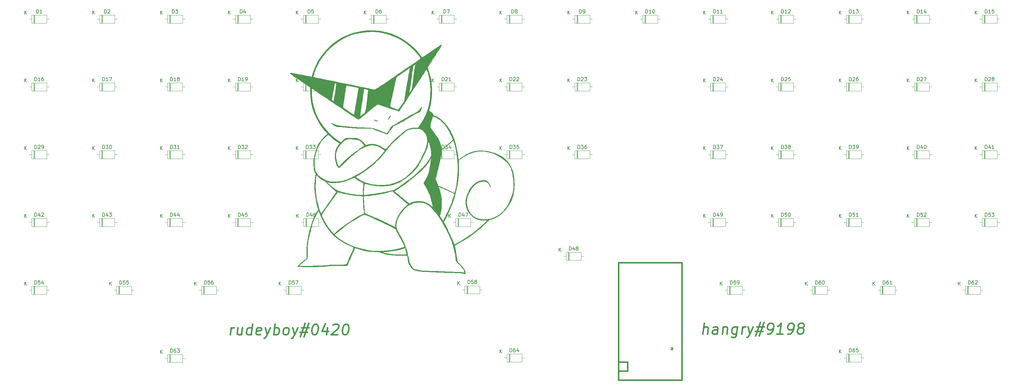
<source format=gbr>
G04 #@! TF.GenerationSoftware,KiCad,Pcbnew,(5.1.2)-2*
G04 #@! TF.CreationDate,2019-06-19T01:42:53+05:00*
G04 #@! TF.ProjectId,rudeboard,72756465-626f-4617-9264-2e6b69636164,1*
G04 #@! TF.SameCoordinates,Original*
G04 #@! TF.FileFunction,Legend,Top*
G04 #@! TF.FilePolarity,Positive*
%FSLAX46Y46*%
G04 Gerber Fmt 4.6, Leading zero omitted, Abs format (unit mm)*
G04 Created by KiCad (PCBNEW (5.1.2)-2) date 2019-06-19 01:42:53*
%MOMM*%
%LPD*%
G04 APERTURE LIST*
%ADD10C,0.400000*%
%ADD11C,0.010000*%
%ADD12C,0.381000*%
%ADD13C,0.150000*%
%ADD14C,0.120000*%
G04 APERTURE END LIST*
D10*
X268914107Y-167362142D02*
X269289107Y-164362142D01*
X270199821Y-167362142D02*
X270396250Y-165790714D01*
X270289107Y-165505000D01*
X270021250Y-165362142D01*
X269592678Y-165362142D01*
X269289107Y-165505000D01*
X269128392Y-165647857D01*
X272914107Y-167362142D02*
X273110535Y-165790714D01*
X273003392Y-165505000D01*
X272735535Y-165362142D01*
X272164107Y-165362142D01*
X271860535Y-165505000D01*
X272931964Y-167219285D02*
X272628392Y-167362142D01*
X271914107Y-167362142D01*
X271646250Y-167219285D01*
X271539107Y-166933571D01*
X271574821Y-166647857D01*
X271753392Y-166362142D01*
X272056964Y-166219285D01*
X272771250Y-166219285D01*
X273074821Y-166076428D01*
X274592678Y-165362142D02*
X274342678Y-167362142D01*
X274556964Y-165647857D02*
X274717678Y-165505000D01*
X275021250Y-165362142D01*
X275449821Y-165362142D01*
X275717678Y-165505000D01*
X275824821Y-165790714D01*
X275628392Y-167362142D01*
X278592678Y-165362142D02*
X278289107Y-167790714D01*
X278110535Y-168076428D01*
X277949821Y-168219285D01*
X277646250Y-168362142D01*
X277217678Y-168362142D01*
X276949821Y-168219285D01*
X278360535Y-167219285D02*
X278056964Y-167362142D01*
X277485535Y-167362142D01*
X277217678Y-167219285D01*
X277092678Y-167076428D01*
X276985535Y-166790714D01*
X277092678Y-165933571D01*
X277271250Y-165647857D01*
X277431964Y-165505000D01*
X277735535Y-165362142D01*
X278306964Y-165362142D01*
X278574821Y-165505000D01*
X279771250Y-167362142D02*
X280021250Y-165362142D01*
X279949821Y-165933571D02*
X280128392Y-165647857D01*
X280289107Y-165505000D01*
X280592678Y-165362142D01*
X280878392Y-165362142D01*
X281592678Y-165362142D02*
X282056964Y-167362142D01*
X283021250Y-165362142D02*
X282056964Y-167362142D01*
X281681964Y-168076428D01*
X281521250Y-168219285D01*
X281217678Y-168362142D01*
X284021250Y-165362142D02*
X286164107Y-165362142D01*
X285039107Y-164076428D02*
X283699821Y-167933571D01*
X285717678Y-166647857D02*
X283574821Y-166647857D01*
X284699821Y-167933571D02*
X286039107Y-164076428D01*
X287056964Y-167362142D02*
X287628392Y-167362142D01*
X287931964Y-167219285D01*
X288092678Y-167076428D01*
X288431964Y-166647857D01*
X288646250Y-166076428D01*
X288789107Y-164933571D01*
X288681964Y-164647857D01*
X288556964Y-164505000D01*
X288289107Y-164362142D01*
X287717678Y-164362142D01*
X287414107Y-164505000D01*
X287253392Y-164647857D01*
X287074821Y-164933571D01*
X286985535Y-165647857D01*
X287092678Y-165933571D01*
X287217678Y-166076428D01*
X287485535Y-166219285D01*
X288056964Y-166219285D01*
X288360535Y-166076428D01*
X288521250Y-165933571D01*
X288699821Y-165647857D01*
X291342678Y-167362142D02*
X289628392Y-167362142D01*
X290485535Y-167362142D02*
X290860535Y-164362142D01*
X290521250Y-164790714D01*
X290199821Y-165076428D01*
X289896250Y-165219285D01*
X292771250Y-167362142D02*
X293342678Y-167362142D01*
X293646250Y-167219285D01*
X293806964Y-167076428D01*
X294146250Y-166647857D01*
X294360535Y-166076428D01*
X294503392Y-164933571D01*
X294396250Y-164647857D01*
X294271250Y-164505000D01*
X294003392Y-164362142D01*
X293431964Y-164362142D01*
X293128392Y-164505000D01*
X292967678Y-164647857D01*
X292789107Y-164933571D01*
X292699821Y-165647857D01*
X292806964Y-165933571D01*
X292931964Y-166076428D01*
X293199821Y-166219285D01*
X293771250Y-166219285D01*
X294074821Y-166076428D01*
X294235535Y-165933571D01*
X294414107Y-165647857D01*
X296128392Y-165647857D02*
X295860535Y-165505000D01*
X295735535Y-165362142D01*
X295628392Y-165076428D01*
X295646250Y-164933571D01*
X295824821Y-164647857D01*
X295985535Y-164505000D01*
X296289107Y-164362142D01*
X296860535Y-164362142D01*
X297128392Y-164505000D01*
X297253392Y-164647857D01*
X297360535Y-164933571D01*
X297342678Y-165076428D01*
X297164107Y-165362142D01*
X297003392Y-165505000D01*
X296699821Y-165647857D01*
X296128392Y-165647857D01*
X295824821Y-165790714D01*
X295664107Y-165933571D01*
X295485535Y-166219285D01*
X295414107Y-166790714D01*
X295521250Y-167076428D01*
X295646250Y-167219285D01*
X295914107Y-167362142D01*
X296485535Y-167362142D01*
X296789107Y-167219285D01*
X296949821Y-167076428D01*
X297128392Y-166790714D01*
X297199821Y-166219285D01*
X297092678Y-165933571D01*
X296967678Y-165790714D01*
X296699821Y-165647857D01*
X136310535Y-167600142D02*
X136560535Y-165600142D01*
X136489107Y-166171571D02*
X136667678Y-165885857D01*
X136828392Y-165743000D01*
X137131964Y-165600142D01*
X137417678Y-165600142D01*
X139703392Y-165600142D02*
X139453392Y-167600142D01*
X138417678Y-165600142D02*
X138221250Y-167171571D01*
X138328392Y-167457285D01*
X138596250Y-167600142D01*
X139024821Y-167600142D01*
X139328392Y-167457285D01*
X139489107Y-167314428D01*
X142167678Y-167600142D02*
X142542678Y-164600142D01*
X142185535Y-167457285D02*
X141881964Y-167600142D01*
X141310535Y-167600142D01*
X141042678Y-167457285D01*
X140917678Y-167314428D01*
X140810535Y-167028714D01*
X140917678Y-166171571D01*
X141096250Y-165885857D01*
X141256964Y-165743000D01*
X141560535Y-165600142D01*
X142131964Y-165600142D01*
X142399821Y-165743000D01*
X144756964Y-167457285D02*
X144453392Y-167600142D01*
X143881964Y-167600142D01*
X143614107Y-167457285D01*
X143506964Y-167171571D01*
X143649821Y-166028714D01*
X143828392Y-165743000D01*
X144131964Y-165600142D01*
X144703392Y-165600142D01*
X144971250Y-165743000D01*
X145078392Y-166028714D01*
X145042678Y-166314428D01*
X143578392Y-166600142D01*
X146131964Y-165600142D02*
X146596250Y-167600142D01*
X147560535Y-165600142D02*
X146596250Y-167600142D01*
X146221250Y-168314428D01*
X146060535Y-168457285D01*
X145756964Y-168600142D01*
X148453392Y-167600142D02*
X148828392Y-164600142D01*
X148685535Y-165743000D02*
X148989107Y-165600142D01*
X149560535Y-165600142D01*
X149828392Y-165743000D01*
X149953392Y-165885857D01*
X150060535Y-166171571D01*
X149953392Y-167028714D01*
X149774821Y-167314428D01*
X149614107Y-167457285D01*
X149310535Y-167600142D01*
X148739107Y-167600142D01*
X148471250Y-167457285D01*
X151596250Y-167600142D02*
X151328392Y-167457285D01*
X151203392Y-167314428D01*
X151096250Y-167028714D01*
X151203392Y-166171571D01*
X151381964Y-165885857D01*
X151542678Y-165743000D01*
X151846250Y-165600142D01*
X152274821Y-165600142D01*
X152542678Y-165743000D01*
X152667678Y-165885857D01*
X152774821Y-166171571D01*
X152667678Y-167028714D01*
X152489107Y-167314428D01*
X152328392Y-167457285D01*
X152024821Y-167600142D01*
X151596250Y-167600142D01*
X153846250Y-165600142D02*
X154310535Y-167600142D01*
X155274821Y-165600142D02*
X154310535Y-167600142D01*
X153935535Y-168314428D01*
X153774821Y-168457285D01*
X153471250Y-168600142D01*
X156274821Y-165600142D02*
X158417678Y-165600142D01*
X157292678Y-164314428D02*
X155953392Y-168171571D01*
X157971250Y-166885857D02*
X155828392Y-166885857D01*
X156953392Y-168171571D02*
X158292678Y-164314428D01*
X160114107Y-164600142D02*
X160399821Y-164600142D01*
X160667678Y-164743000D01*
X160792678Y-164885857D01*
X160899821Y-165171571D01*
X160971250Y-165743000D01*
X160881964Y-166457285D01*
X160667678Y-167028714D01*
X160489107Y-167314428D01*
X160328392Y-167457285D01*
X160024821Y-167600142D01*
X159739107Y-167600142D01*
X159471250Y-167457285D01*
X159346250Y-167314428D01*
X159239107Y-167028714D01*
X159167678Y-166457285D01*
X159256964Y-165743000D01*
X159471250Y-165171571D01*
X159649821Y-164885857D01*
X159810535Y-164743000D01*
X160114107Y-164600142D01*
X163560535Y-165600142D02*
X163310535Y-167600142D01*
X162989107Y-164457285D02*
X162006964Y-166600142D01*
X163864107Y-166600142D01*
X165078392Y-164885857D02*
X165239107Y-164743000D01*
X165542678Y-164600142D01*
X166256964Y-164600142D01*
X166524821Y-164743000D01*
X166649821Y-164885857D01*
X166756964Y-165171571D01*
X166721250Y-165457285D01*
X166524821Y-165885857D01*
X164596250Y-167600142D01*
X166453392Y-167600142D01*
X168685535Y-164600142D02*
X168971250Y-164600142D01*
X169239107Y-164743000D01*
X169364107Y-164885857D01*
X169471250Y-165171571D01*
X169542678Y-165743000D01*
X169453392Y-166457285D01*
X169239107Y-167028714D01*
X169060535Y-167314428D01*
X168899821Y-167457285D01*
X168596250Y-167600142D01*
X168310535Y-167600142D01*
X168042678Y-167457285D01*
X167917678Y-167314428D01*
X167810535Y-167028714D01*
X167739107Y-166457285D01*
X167828392Y-165743000D01*
X168042678Y-165171571D01*
X168221250Y-164885857D01*
X168381964Y-164743000D01*
X168685535Y-164600142D01*
D11*
G36*
X181267461Y-105937955D02*
G01*
X181232482Y-106075241D01*
X181137572Y-106298249D01*
X180994725Y-106576304D01*
X180923878Y-106701167D01*
X180779314Y-106914953D01*
X180651970Y-107046770D01*
X180568977Y-107073143D01*
X180551666Y-107023203D01*
X180593960Y-106921979D01*
X180701902Y-106726241D01*
X180847082Y-106482282D01*
X181001088Y-106236396D01*
X181135511Y-106034874D01*
X181221939Y-105924012D01*
X181230511Y-105917066D01*
X181267461Y-105937955D01*
X181267461Y-105937955D01*
G37*
X181267461Y-105937955D02*
X181232482Y-106075241D01*
X181137572Y-106298249D01*
X180994725Y-106576304D01*
X180923878Y-106701167D01*
X180779314Y-106914953D01*
X180651970Y-107046770D01*
X180568977Y-107073143D01*
X180551666Y-107023203D01*
X180593960Y-106921979D01*
X180701902Y-106726241D01*
X180847082Y-106482282D01*
X181001088Y-106236396D01*
X181135511Y-106034874D01*
X181221939Y-105924012D01*
X181230511Y-105917066D01*
X181267461Y-105937955D01*
G36*
X176672845Y-107177005D02*
G01*
X176885851Y-107216500D01*
X177129878Y-107279294D01*
X177361194Y-107356960D01*
X177397833Y-107371756D01*
X177609806Y-107474975D01*
X177676215Y-107540051D01*
X177616934Y-107564959D01*
X177451836Y-107547675D01*
X177200794Y-107486173D01*
X176980487Y-107414271D01*
X176735962Y-107318114D01*
X176559759Y-107232865D01*
X176514820Y-107201616D01*
X176534590Y-107169235D01*
X176672845Y-107177005D01*
X176672845Y-107177005D01*
G37*
X176672845Y-107177005D02*
X176885851Y-107216500D01*
X177129878Y-107279294D01*
X177361194Y-107356960D01*
X177397833Y-107371756D01*
X177609806Y-107474975D01*
X177676215Y-107540051D01*
X177616934Y-107564959D01*
X177451836Y-107547675D01*
X177200794Y-107486173D01*
X176980487Y-107414271D01*
X176735962Y-107318114D01*
X176559759Y-107232865D01*
X176514820Y-107201616D01*
X176534590Y-107169235D01*
X176672845Y-107177005D01*
G36*
X189987990Y-103716667D02*
G01*
X189868533Y-104163487D01*
X189706477Y-104548054D01*
X189523458Y-104820665D01*
X189494891Y-104849434D01*
X189337594Y-104958897D01*
X189065517Y-105110885D01*
X188720356Y-105283203D01*
X188431036Y-105415765D01*
X187992522Y-105627406D01*
X187488170Y-105899776D01*
X186988678Y-106193442D01*
X186661335Y-106402898D01*
X186230475Y-106686185D01*
X185764585Y-106983094D01*
X185326090Y-107254293D01*
X185039154Y-107425042D01*
X184710239Y-107609111D01*
X184317144Y-107819239D01*
X183888576Y-108041218D01*
X183453241Y-108260835D01*
X183039848Y-108463879D01*
X182677103Y-108636141D01*
X182393714Y-108763408D01*
X182218387Y-108831470D01*
X182182847Y-108839000D01*
X182104830Y-108904822D01*
X181951098Y-109085730D01*
X181741306Y-109356884D01*
X181495105Y-109693445D01*
X181395731Y-109833833D01*
X181029410Y-110350072D01*
X180746320Y-110734787D01*
X180537904Y-110998749D01*
X180395602Y-111152732D01*
X180310856Y-111207508D01*
X180304074Y-111207924D01*
X180207334Y-111181674D01*
X179989230Y-111112849D01*
X179688560Y-111013851D01*
X179527183Y-110959555D01*
X179197293Y-110843338D01*
X178755147Y-110681194D01*
X178245757Y-110489961D01*
X177714140Y-110286475D01*
X177381432Y-110156964D01*
X175963832Y-109601000D01*
X174045582Y-109598706D01*
X173432730Y-109594281D01*
X172822216Y-109583241D01*
X172253178Y-109566780D01*
X171764754Y-109546089D01*
X171396083Y-109522364D01*
X171323000Y-109515678D01*
X169652737Y-109357511D01*
X168111317Y-109231619D01*
X167386000Y-109180368D01*
X166925833Y-109144596D01*
X166499977Y-109102388D01*
X166150281Y-109058514D01*
X165918593Y-109017741D01*
X165887517Y-109009632D01*
X165708540Y-108929932D01*
X165472893Y-108789499D01*
X165215996Y-108614608D01*
X164973268Y-108431534D01*
X164780131Y-108266553D01*
X164672004Y-108145937D01*
X164665001Y-108102776D01*
X164755079Y-108116897D01*
X164961174Y-108189481D01*
X165246123Y-108306810D01*
X165388545Y-108369817D01*
X165870996Y-108567772D01*
X166356621Y-108721075D01*
X166886519Y-108838789D01*
X167501788Y-108929975D01*
X168243527Y-109003698D01*
X168275000Y-109006296D01*
X169299472Y-109089639D01*
X170173528Y-109159006D01*
X170915405Y-109215572D01*
X171543341Y-109260508D01*
X172075573Y-109294987D01*
X172530340Y-109320182D01*
X172925878Y-109337265D01*
X173280426Y-109347410D01*
X173612222Y-109351788D01*
X173651333Y-109351981D01*
X174384232Y-109357484D01*
X174983229Y-109371777D01*
X175483740Y-109401571D01*
X175921183Y-109453575D01*
X176330975Y-109534499D01*
X176748535Y-109651053D01*
X177209279Y-109809946D01*
X177748625Y-110017889D01*
X178265666Y-110226169D01*
X178787629Y-110438339D01*
X179258828Y-110630179D01*
X179656015Y-110792198D01*
X179955947Y-110914908D01*
X180135376Y-110988821D01*
X180174724Y-111005436D01*
X180246921Y-110950908D01*
X180385827Y-110774031D01*
X180574060Y-110499433D01*
X180794234Y-110151741D01*
X180894391Y-109985909D01*
X181159733Y-109549230D01*
X181362927Y-109239214D01*
X181521598Y-109033161D01*
X181653376Y-108908369D01*
X181775886Y-108842140D01*
X181785011Y-108838961D01*
X181928078Y-108771707D01*
X182192376Y-108629137D01*
X182554781Y-108424454D01*
X182992169Y-108170860D01*
X183481417Y-107881560D01*
X183859344Y-107654613D01*
X184665263Y-107169693D01*
X185352617Y-106761451D01*
X185945926Y-106416008D01*
X186469711Y-106119485D01*
X186948494Y-105858003D01*
X187406794Y-105617684D01*
X187869131Y-105384650D01*
X187875333Y-105381579D01*
X188451806Y-105082952D01*
X188882552Y-104827915D01*
X189182343Y-104606083D01*
X189365955Y-104407074D01*
X189428036Y-104290312D01*
X189540784Y-104078734D01*
X189714967Y-103833881D01*
X189777596Y-103759000D01*
X190038059Y-103462667D01*
X189987990Y-103716667D01*
X189987990Y-103716667D01*
G37*
X189987990Y-103716667D02*
X189868533Y-104163487D01*
X189706477Y-104548054D01*
X189523458Y-104820665D01*
X189494891Y-104849434D01*
X189337594Y-104958897D01*
X189065517Y-105110885D01*
X188720356Y-105283203D01*
X188431036Y-105415765D01*
X187992522Y-105627406D01*
X187488170Y-105899776D01*
X186988678Y-106193442D01*
X186661335Y-106402898D01*
X186230475Y-106686185D01*
X185764585Y-106983094D01*
X185326090Y-107254293D01*
X185039154Y-107425042D01*
X184710239Y-107609111D01*
X184317144Y-107819239D01*
X183888576Y-108041218D01*
X183453241Y-108260835D01*
X183039848Y-108463879D01*
X182677103Y-108636141D01*
X182393714Y-108763408D01*
X182218387Y-108831470D01*
X182182847Y-108839000D01*
X182104830Y-108904822D01*
X181951098Y-109085730D01*
X181741306Y-109356884D01*
X181495105Y-109693445D01*
X181395731Y-109833833D01*
X181029410Y-110350072D01*
X180746320Y-110734787D01*
X180537904Y-110998749D01*
X180395602Y-111152732D01*
X180310856Y-111207508D01*
X180304074Y-111207924D01*
X180207334Y-111181674D01*
X179989230Y-111112849D01*
X179688560Y-111013851D01*
X179527183Y-110959555D01*
X179197293Y-110843338D01*
X178755147Y-110681194D01*
X178245757Y-110489961D01*
X177714140Y-110286475D01*
X177381432Y-110156964D01*
X175963832Y-109601000D01*
X174045582Y-109598706D01*
X173432730Y-109594281D01*
X172822216Y-109583241D01*
X172253178Y-109566780D01*
X171764754Y-109546089D01*
X171396083Y-109522364D01*
X171323000Y-109515678D01*
X169652737Y-109357511D01*
X168111317Y-109231619D01*
X167386000Y-109180368D01*
X166925833Y-109144596D01*
X166499977Y-109102388D01*
X166150281Y-109058514D01*
X165918593Y-109017741D01*
X165887517Y-109009632D01*
X165708540Y-108929932D01*
X165472893Y-108789499D01*
X165215996Y-108614608D01*
X164973268Y-108431534D01*
X164780131Y-108266553D01*
X164672004Y-108145937D01*
X164665001Y-108102776D01*
X164755079Y-108116897D01*
X164961174Y-108189481D01*
X165246123Y-108306810D01*
X165388545Y-108369817D01*
X165870996Y-108567772D01*
X166356621Y-108721075D01*
X166886519Y-108838789D01*
X167501788Y-108929975D01*
X168243527Y-109003698D01*
X168275000Y-109006296D01*
X169299472Y-109089639D01*
X170173528Y-109159006D01*
X170915405Y-109215572D01*
X171543341Y-109260508D01*
X172075573Y-109294987D01*
X172530340Y-109320182D01*
X172925878Y-109337265D01*
X173280426Y-109347410D01*
X173612222Y-109351788D01*
X173651333Y-109351981D01*
X174384232Y-109357484D01*
X174983229Y-109371777D01*
X175483740Y-109401571D01*
X175921183Y-109453575D01*
X176330975Y-109534499D01*
X176748535Y-109651053D01*
X177209279Y-109809946D01*
X177748625Y-110017889D01*
X178265666Y-110226169D01*
X178787629Y-110438339D01*
X179258828Y-110630179D01*
X179656015Y-110792198D01*
X179955947Y-110914908D01*
X180135376Y-110988821D01*
X180174724Y-111005436D01*
X180246921Y-110950908D01*
X180385827Y-110774031D01*
X180574060Y-110499433D01*
X180794234Y-110151741D01*
X180894391Y-109985909D01*
X181159733Y-109549230D01*
X181362927Y-109239214D01*
X181521598Y-109033161D01*
X181653376Y-108908369D01*
X181775886Y-108842140D01*
X181785011Y-108838961D01*
X181928078Y-108771707D01*
X182192376Y-108629137D01*
X182554781Y-108424454D01*
X182992169Y-108170860D01*
X183481417Y-107881560D01*
X183859344Y-107654613D01*
X184665263Y-107169693D01*
X185352617Y-106761451D01*
X185945926Y-106416008D01*
X186469711Y-106119485D01*
X186948494Y-105858003D01*
X187406794Y-105617684D01*
X187869131Y-105384650D01*
X187875333Y-105381579D01*
X188451806Y-105082952D01*
X188882552Y-104827915D01*
X189182343Y-104606083D01*
X189365955Y-104407074D01*
X189428036Y-104290312D01*
X189540784Y-104078734D01*
X189714967Y-103833881D01*
X189777596Y-103759000D01*
X190038059Y-103462667D01*
X189987990Y-103716667D01*
G36*
X177953936Y-82159383D02*
G01*
X178435000Y-82221387D01*
X180039793Y-82533029D01*
X181600261Y-83004649D01*
X183107076Y-83630546D01*
X184550908Y-84405021D01*
X185922429Y-85322373D01*
X187212310Y-86376904D01*
X188411221Y-87562912D01*
X189509835Y-88874698D01*
X189667041Y-89084182D01*
X190127435Y-89706727D01*
X190906384Y-89166096D01*
X191525295Y-88737484D01*
X192150487Y-88306260D01*
X192765740Y-87883459D01*
X193354837Y-87480118D01*
X193901558Y-87107273D01*
X194389685Y-86775961D01*
X194803000Y-86497219D01*
X195125284Y-86282083D01*
X195340318Y-86141589D01*
X195431119Y-86087056D01*
X195546935Y-86078525D01*
X195564154Y-86183852D01*
X195481063Y-86407081D01*
X195295949Y-86752256D01*
X195007100Y-87223421D01*
X194841101Y-87480251D01*
X194552477Y-87922536D01*
X194270701Y-88356533D01*
X194019960Y-88744835D01*
X193824441Y-89050036D01*
X193747913Y-89170983D01*
X193602464Y-89400062D01*
X193385495Y-89738271D01*
X193118060Y-90152955D01*
X192821219Y-90611459D01*
X192530765Y-91058492D01*
X191621705Y-92454985D01*
X191926645Y-93344492D01*
X192209500Y-94220761D01*
X192424340Y-95012889D01*
X192586703Y-95784019D01*
X192694161Y-96463621D01*
X192861537Y-98237764D01*
X192867453Y-99969302D01*
X192711319Y-101668509D01*
X192392540Y-103345656D01*
X192269013Y-103831506D01*
X192180747Y-104171095D01*
X192116036Y-104441881D01*
X192083201Y-104607729D01*
X192082394Y-104641938D01*
X192164481Y-104690718D01*
X192346985Y-104796326D01*
X192498822Y-104883462D01*
X192888270Y-105166926D01*
X193116574Y-105482083D01*
X193180317Y-105698596D01*
X193238651Y-105823269D01*
X193392838Y-105945355D01*
X193672111Y-106085980D01*
X193783228Y-106134334D01*
X194754610Y-106638910D01*
X195661231Y-107295218D01*
X196499651Y-108097150D01*
X197266433Y-109038598D01*
X197958139Y-110113455D01*
X198571332Y-111315613D01*
X199102572Y-112638965D01*
X199548423Y-114077403D01*
X199905446Y-115624820D01*
X200170204Y-117275109D01*
X200202617Y-117538500D01*
X200250224Y-117897843D01*
X200297980Y-118184634D01*
X200339436Y-118363751D01*
X200362009Y-118406333D01*
X200452819Y-118350551D01*
X200598926Y-118214377D01*
X200616719Y-118195675D01*
X200824994Y-118011424D01*
X201145359Y-117772553D01*
X201540275Y-117503716D01*
X201972204Y-117229569D01*
X202403606Y-116974769D01*
X202795184Y-116764849D01*
X203696531Y-116352464D01*
X204521270Y-116059875D01*
X205303480Y-115878728D01*
X206077241Y-115800670D01*
X206705435Y-115806427D01*
X208178701Y-115957106D01*
X209560364Y-116248715D01*
X210854008Y-116682137D01*
X211582000Y-117006975D01*
X212566820Y-117565207D01*
X213422095Y-118212463D01*
X214150710Y-118954165D01*
X214755552Y-119795732D01*
X215239509Y-120742586D01*
X215605465Y-121800147D01*
X215856308Y-122973836D01*
X215994925Y-124269074D01*
X216027000Y-125354411D01*
X215995277Y-126440232D01*
X215894135Y-127409109D01*
X215714606Y-128302272D01*
X215447728Y-129160953D01*
X215084534Y-130026380D01*
X214951223Y-130302000D01*
X214373463Y-131306238D01*
X213678796Y-132245795D01*
X212890622Y-133095974D01*
X212032343Y-133832078D01*
X211127360Y-134429413D01*
X210947000Y-134527852D01*
X210596738Y-134700778D01*
X210208457Y-134873972D01*
X209822387Y-135031565D01*
X209478755Y-135157691D01*
X209217790Y-135236484D01*
X209103350Y-135255000D01*
X209005158Y-135311951D01*
X208808057Y-135470675D01*
X208532646Y-135712980D01*
X208199524Y-136020673D01*
X207829291Y-136375563D01*
X207779930Y-136423804D01*
X206640038Y-137480846D01*
X205402783Y-138520255D01*
X204105761Y-139514159D01*
X202786568Y-140434686D01*
X201482800Y-141253964D01*
X200574570Y-141765597D01*
X200084944Y-142026640D01*
X199725559Y-142220767D01*
X199477985Y-142362118D01*
X199323790Y-142464837D01*
X199244545Y-142543067D01*
X199221819Y-142610950D01*
X199237181Y-142682629D01*
X199270074Y-142766608D01*
X199345885Y-143020805D01*
X199435369Y-143408777D01*
X199532182Y-143896157D01*
X199629980Y-144448573D01*
X199722417Y-145031657D01*
X199803149Y-145611038D01*
X199820184Y-145746585D01*
X199877960Y-146176631D01*
X199939330Y-146565726D01*
X199997068Y-146871791D01*
X200043946Y-147052744D01*
X200045008Y-147055540D01*
X200165797Y-147239871D01*
X200376547Y-147455174D01*
X200545441Y-147591021D01*
X200918356Y-147910216D01*
X201298914Y-148323687D01*
X201654594Y-148787407D01*
X201952878Y-149257349D01*
X202161248Y-149689487D01*
X202214618Y-149850917D01*
X202250366Y-150112197D01*
X202220892Y-150330533D01*
X202141668Y-150470701D01*
X202028166Y-150497477D01*
X201952722Y-150447166D01*
X201769949Y-150356101D01*
X201423885Y-150282009D01*
X200919772Y-150225401D01*
X200262851Y-150186789D01*
X199458362Y-150166686D01*
X199050889Y-150163817D01*
X198405665Y-150158346D01*
X197724596Y-150145606D01*
X197058539Y-150127023D01*
X196458352Y-150104026D01*
X195974890Y-150078040D01*
X195961000Y-150077113D01*
X195514194Y-150051002D01*
X194941193Y-150023490D01*
X194285107Y-149996306D01*
X193589044Y-149971178D01*
X192896115Y-149949833D01*
X192574333Y-149941367D01*
X191368128Y-149896774D01*
X190313598Y-149826411D01*
X189413552Y-149730708D01*
X188670799Y-149610093D01*
X188088146Y-149464997D01*
X187668404Y-149295849D01*
X187470219Y-149160843D01*
X187327949Y-149002695D01*
X187128572Y-148744814D01*
X186903555Y-148431788D01*
X186684365Y-148108204D01*
X186502470Y-147818650D01*
X186422447Y-147676198D01*
X186344919Y-147466955D01*
X186262216Y-147147923D01*
X186188830Y-146777503D01*
X186169591Y-146657057D01*
X186107914Y-146273952D01*
X186042429Y-145914547D01*
X185984774Y-145641542D01*
X185970841Y-145586219D01*
X185883804Y-145262991D01*
X184339569Y-145306164D01*
X183134101Y-145309169D01*
X181994135Y-145251168D01*
X180939913Y-145134923D01*
X179991675Y-144963195D01*
X179169661Y-144738748D01*
X178622860Y-144525992D01*
X178398394Y-144431936D01*
X178261186Y-144392121D01*
X178981081Y-144392121D01*
X179089440Y-144451913D01*
X179332234Y-144528959D01*
X179676360Y-144615907D01*
X180088718Y-144705404D01*
X180536205Y-144790100D01*
X180985719Y-144862643D01*
X181271333Y-144900761D01*
X181638666Y-144945839D01*
X181963374Y-144987532D01*
X182192874Y-145019023D01*
X182245000Y-145027031D01*
X182413228Y-145040295D01*
X182704537Y-145048596D01*
X183087844Y-145052352D01*
X183532063Y-145051984D01*
X184006110Y-145047911D01*
X184478902Y-145040551D01*
X184919354Y-145030326D01*
X185296381Y-145017653D01*
X185578900Y-145002953D01*
X185735826Y-144986645D01*
X185756595Y-144979643D01*
X185755799Y-144885774D01*
X185721867Y-144669857D01*
X185664127Y-144373767D01*
X185591907Y-144039378D01*
X185514535Y-143708566D01*
X185441339Y-143423205D01*
X185381647Y-143225169D01*
X185350974Y-143158753D01*
X185262763Y-143172147D01*
X185070263Y-143240648D01*
X184908914Y-143308421D01*
X184634518Y-143414658D01*
X184262518Y-143538902D01*
X183859864Y-143659206D01*
X183731663Y-143694304D01*
X183371335Y-143776987D01*
X182888782Y-143868710D01*
X182322087Y-143964065D01*
X181709328Y-144057644D01*
X181088588Y-144144039D01*
X180497947Y-144217842D01*
X179975486Y-144273644D01*
X179559287Y-144306037D01*
X179382503Y-144311963D01*
X179139853Y-144326225D01*
X178998522Y-144360713D01*
X178981081Y-144392121D01*
X178261186Y-144392121D01*
X178186191Y-144370359D01*
X177940695Y-144334572D01*
X177616354Y-144317893D01*
X177175935Y-144313638D01*
X175649863Y-144235437D01*
X174142163Y-144006900D01*
X172685869Y-143633904D01*
X171965494Y-143386912D01*
X171598733Y-143256400D01*
X171360497Y-143194258D01*
X171224527Y-143200186D01*
X171164565Y-143273884D01*
X171153666Y-143377657D01*
X171147175Y-143457247D01*
X171122773Y-143561384D01*
X171073069Y-143707358D01*
X170990673Y-143912459D01*
X170868194Y-144193976D01*
X170698240Y-144569200D01*
X170473421Y-145055421D01*
X170186345Y-145669928D01*
X170044250Y-145972952D01*
X169805778Y-146486850D01*
X169593709Y-146954789D01*
X169418232Y-147353381D01*
X169289538Y-147659237D01*
X169217816Y-147848971D01*
X169206333Y-147896139D01*
X169188600Y-147999078D01*
X169123380Y-148077807D01*
X168992639Y-148134490D01*
X168778343Y-148171291D01*
X168462460Y-148190374D01*
X168026956Y-148193902D01*
X167453798Y-148184040D01*
X166929261Y-148169357D01*
X166265349Y-148151060D01*
X165729890Y-148142702D01*
X165282212Y-148145844D01*
X164881642Y-148162042D01*
X164487508Y-148192857D01*
X164059138Y-148239846D01*
X163618333Y-148296241D01*
X163246154Y-148343608D01*
X162897119Y-148382328D01*
X162548595Y-148413280D01*
X162177953Y-148437339D01*
X161762562Y-148455381D01*
X161279792Y-148468283D01*
X160707011Y-148476921D01*
X160021589Y-148482172D01*
X159200895Y-148484911D01*
X158727928Y-148485619D01*
X157974705Y-148485095D01*
X157274504Y-148482023D01*
X156645357Y-148476674D01*
X156105298Y-148469319D01*
X155672360Y-148460228D01*
X155364576Y-148449672D01*
X155199977Y-148437921D01*
X155177429Y-148432318D01*
X155201381Y-148344444D01*
X155303015Y-148215049D01*
X155659666Y-148215049D01*
X155742245Y-148234394D01*
X155981851Y-148247757D01*
X156366286Y-148255239D01*
X156883352Y-148256940D01*
X157520851Y-148252959D01*
X158266588Y-148243396D01*
X159108362Y-148228353D01*
X160033978Y-148207928D01*
X161031238Y-148182222D01*
X161586333Y-148166442D01*
X162139624Y-148143314D01*
X162712350Y-148107544D01*
X163248837Y-148063365D01*
X163693410Y-148015008D01*
X163830000Y-147995908D01*
X164251497Y-147944222D01*
X164748859Y-147908472D01*
X165347580Y-147887628D01*
X166073155Y-147880660D01*
X166624000Y-147883077D01*
X167319697Y-147888390D01*
X167866537Y-147886268D01*
X168284995Y-147869644D01*
X168595545Y-147831453D01*
X168818662Y-147764628D01*
X168974823Y-147662103D01*
X169084501Y-147516813D01*
X169168173Y-147321692D01*
X169246313Y-147069673D01*
X169275787Y-146967947D01*
X169380338Y-146665041D01*
X169545662Y-146254056D01*
X169753743Y-145776798D01*
X169986562Y-145275072D01*
X170145775Y-144949333D01*
X170369944Y-144489401D01*
X170568354Y-144060402D01*
X170727309Y-143693700D01*
X170833112Y-143420659D01*
X170870406Y-143289954D01*
X170917672Y-142985241D01*
X169786836Y-142531556D01*
X168930843Y-142139015D01*
X168000404Y-141621459D01*
X167018152Y-140992610D01*
X166006726Y-140266192D01*
X165838461Y-140137795D01*
X165150748Y-139535876D01*
X165080507Y-139460386D01*
X165538778Y-139460386D01*
X166208389Y-140033076D01*
X166716333Y-140440984D01*
X167314071Y-140879046D01*
X167944684Y-141308163D01*
X168551257Y-141689239D01*
X168952333Y-141917939D01*
X169639799Y-142251953D01*
X170451940Y-142587619D01*
X171344957Y-142909573D01*
X172275048Y-143202448D01*
X173198413Y-143450878D01*
X173566666Y-143536716D01*
X174391736Y-143711864D01*
X175104404Y-143842781D01*
X175754163Y-143934318D01*
X176390504Y-143991327D01*
X177062920Y-144018663D01*
X177820901Y-144021176D01*
X178406682Y-144011268D01*
X179128046Y-143990467D01*
X179739659Y-143960233D01*
X180301052Y-143915154D01*
X180871760Y-143849821D01*
X181511316Y-143758821D01*
X181962682Y-143688077D01*
X182707972Y-143562271D01*
X183312081Y-143445379D01*
X183802481Y-143331211D01*
X184206649Y-143213574D01*
X184446333Y-143128409D01*
X184766775Y-143003534D01*
X185021762Y-142901058D01*
X185173930Y-142836147D01*
X185199562Y-142822714D01*
X185177324Y-142738650D01*
X185087585Y-142529779D01*
X184942757Y-142220586D01*
X184755249Y-141835555D01*
X184537472Y-141399170D01*
X184301837Y-140935915D01*
X184060756Y-140470276D01*
X183826638Y-140026737D01*
X183611895Y-139629781D01*
X183428936Y-139303895D01*
X183337757Y-139149667D01*
X183135868Y-138805187D01*
X182959383Y-138480011D01*
X182834361Y-138223243D01*
X182798545Y-138133667D01*
X182757516Y-138033811D01*
X182694777Y-137942191D01*
X182590880Y-137846454D01*
X182426376Y-137734246D01*
X182181814Y-137593214D01*
X181837745Y-137411005D01*
X181374721Y-137175264D01*
X180968690Y-136971420D01*
X180374399Y-136676275D01*
X179740035Y-136365399D01*
X179112114Y-136061302D01*
X178537149Y-135786497D01*
X178061657Y-135563497D01*
X178018675Y-135543673D01*
X177476487Y-135292895D01*
X176871066Y-135010892D01*
X176271785Y-134730086D01*
X175748019Y-134482901D01*
X175688244Y-134454523D01*
X175146307Y-134209836D01*
X174675022Y-134022480D01*
X174303118Y-133903294D01*
X174134295Y-133868286D01*
X173892470Y-133844979D01*
X173699149Y-133860748D01*
X173495828Y-133930478D01*
X173224002Y-134069055D01*
X173120392Y-134126255D01*
X172726438Y-134350130D01*
X172252855Y-134626738D01*
X171729945Y-134937635D01*
X171188010Y-135264377D01*
X170657354Y-135588518D01*
X170168278Y-135891616D01*
X169751084Y-136155225D01*
X169436076Y-136360902D01*
X169333333Y-136431332D01*
X169132420Y-136579929D01*
X168824273Y-136816859D01*
X168432680Y-137123179D01*
X167981425Y-137479949D01*
X167494296Y-137868226D01*
X166995077Y-138269069D01*
X166507555Y-138663536D01*
X166055516Y-139032685D01*
X165751285Y-139283860D01*
X165538778Y-139460386D01*
X165080507Y-139460386D01*
X164457868Y-138791219D01*
X163779018Y-137928655D01*
X163133391Y-136973019D01*
X162540182Y-135949142D01*
X162412915Y-135706098D01*
X162171161Y-135222471D01*
X161930895Y-134719274D01*
X161703948Y-134223712D01*
X161606858Y-134002041D01*
X161925000Y-134002041D01*
X161962853Y-134121354D01*
X162065901Y-134358137D01*
X162218376Y-134681138D01*
X162404508Y-135059104D01*
X162608530Y-135460781D01*
X162814673Y-135854917D01*
X163007169Y-136210259D01*
X163170249Y-136495552D01*
X163240648Y-136609667D01*
X163467931Y-136944777D01*
X163742929Y-137323302D01*
X164046547Y-137721913D01*
X164359691Y-138117285D01*
X164663264Y-138486089D01*
X164938171Y-138804999D01*
X165165318Y-139050688D01*
X165325608Y-139199829D01*
X165389186Y-139234333D01*
X165483013Y-139178085D01*
X165631919Y-139040066D01*
X165656741Y-139013880D01*
X165996403Y-138684525D01*
X166461370Y-138285977D01*
X167030003Y-137833203D01*
X167680669Y-137341167D01*
X168391730Y-136824836D01*
X169141552Y-136299175D01*
X169908496Y-135779148D01*
X170670929Y-135279723D01*
X171407214Y-134815864D01*
X172095714Y-134402536D01*
X172714795Y-134054706D01*
X173146806Y-133833042D01*
X173428365Y-133696186D01*
X173669095Y-133578260D01*
X173787837Y-133519333D01*
X173911544Y-133392321D01*
X173905562Y-133265333D01*
X173809673Y-132850833D01*
X173723037Y-132296917D01*
X173648999Y-131633400D01*
X173590902Y-130890098D01*
X173553014Y-130123011D01*
X173506697Y-128823275D01*
X173711951Y-128823275D01*
X173717421Y-129080580D01*
X173733615Y-129450930D01*
X173758638Y-129906490D01*
X173790596Y-130419427D01*
X173827595Y-130961908D01*
X173867740Y-131506100D01*
X173909137Y-132024169D01*
X173949891Y-132488282D01*
X173988109Y-132870606D01*
X174020295Y-133132382D01*
X174074076Y-133380078D01*
X174162507Y-133509561D01*
X174286333Y-133564282D01*
X174480218Y-133634399D01*
X174750742Y-133753388D01*
X174935592Y-133843325D01*
X175206160Y-133971656D01*
X175576175Y-134135196D01*
X175987020Y-134308414D01*
X176223555Y-134404305D01*
X176692803Y-134596897D01*
X177237263Y-134829773D01*
X177836587Y-135093369D01*
X178470423Y-135378122D01*
X179118422Y-135674466D01*
X179760235Y-135972840D01*
X180375510Y-136263679D01*
X180943898Y-136537419D01*
X181445048Y-136784497D01*
X181858612Y-136995350D01*
X182164238Y-137160412D01*
X182341577Y-137270121D01*
X182367766Y-137291836D01*
X182490869Y-137370720D01*
X182573069Y-137311755D01*
X182620030Y-137104569D01*
X182636556Y-136799523D01*
X182638803Y-136779067D01*
X182874020Y-136779067D01*
X182885914Y-137276521D01*
X183020317Y-137845834D01*
X183266506Y-138454350D01*
X183613759Y-139069415D01*
X183638576Y-139107333D01*
X184038716Y-139764264D01*
X184443105Y-140520175D01*
X184835666Y-141337388D01*
X185200320Y-142178228D01*
X185520990Y-143005017D01*
X185781599Y-143780078D01*
X185966069Y-144465735D01*
X186005045Y-144653000D01*
X186096029Y-145108819D01*
X186204457Y-145620594D01*
X186307325Y-146079848D01*
X186310238Y-146092333D01*
X186393460Y-146461986D01*
X186465338Y-146805312D01*
X186513294Y-147061558D01*
X186520619Y-147108705D01*
X186586608Y-147308378D01*
X186731532Y-147605224D01*
X186934714Y-147959479D01*
X187092101Y-148207575D01*
X187334999Y-148567203D01*
X187519332Y-148811705D01*
X187674001Y-148970952D01*
X187827904Y-149074813D01*
X188005275Y-149151441D01*
X188447069Y-149281831D01*
X189017504Y-149400729D01*
X189675996Y-149502687D01*
X190381959Y-149582257D01*
X191094811Y-149633993D01*
X191737256Y-149652385D01*
X192275201Y-149659535D01*
X192912939Y-149676371D01*
X193581351Y-149700610D01*
X194211320Y-149729969D01*
X194394666Y-149740140D01*
X194857843Y-149764208D01*
X195453277Y-149790732D01*
X196143938Y-149818315D01*
X196892794Y-149845557D01*
X197662813Y-149871059D01*
X198416964Y-149893422D01*
X198543333Y-149896876D01*
X199215734Y-149917424D01*
X199843309Y-149941207D01*
X200403446Y-149967012D01*
X200873531Y-149993627D01*
X201230952Y-150019838D01*
X201453097Y-150044432D01*
X201506666Y-150055843D01*
X201768984Y-150131631D01*
X201911228Y-150128699D01*
X201966710Y-150040062D01*
X201972333Y-149958190D01*
X201902177Y-149612678D01*
X201701694Y-149200501D01*
X201385866Y-148741938D01*
X200969672Y-148257273D01*
X200468091Y-147766786D01*
X200153291Y-147495316D01*
X199845250Y-147199124D01*
X199650571Y-146890639D01*
X199548195Y-146520774D01*
X199517064Y-146040442D01*
X199517000Y-146012124D01*
X199489570Y-145622382D01*
X199412484Y-145106129D01*
X199293547Y-144496138D01*
X199140562Y-143825186D01*
X198961334Y-143126046D01*
X198763667Y-142431493D01*
X198555365Y-141774303D01*
X198408572Y-141357205D01*
X197956043Y-140227381D01*
X197417728Y-139042274D01*
X196812617Y-137835911D01*
X196159698Y-136642319D01*
X195686898Y-135846993D01*
X196186895Y-135846993D01*
X196617378Y-136672830D01*
X196818436Y-137071839D01*
X197057496Y-137566771D01*
X197306157Y-138097779D01*
X197536019Y-138605015D01*
X197560064Y-138659345D01*
X197773893Y-139137743D01*
X197996790Y-139626016D01*
X198204877Y-140072481D01*
X198374275Y-140425455D01*
X198401110Y-140479678D01*
X198586640Y-140867428D01*
X198771391Y-141279131D01*
X198918740Y-141632861D01*
X198932544Y-141668500D01*
X199045637Y-141935834D01*
X199146622Y-142126078D01*
X199213034Y-142197667D01*
X199311752Y-142157701D01*
X199527160Y-142048279D01*
X199829590Y-141885111D01*
X200189376Y-141683910D01*
X200271798Y-141636949D01*
X200742033Y-141361897D01*
X201289222Y-141031703D01*
X201880193Y-140667318D01*
X202481777Y-140289695D01*
X203060802Y-139919784D01*
X203584099Y-139578538D01*
X204018495Y-139286909D01*
X204258333Y-139118888D01*
X204708612Y-138777975D01*
X205243629Y-138346653D01*
X205828723Y-137854584D01*
X206429227Y-137331429D01*
X207010480Y-136806849D01*
X207518000Y-136329633D01*
X208449333Y-135431821D01*
X207565742Y-135428077D01*
X206621757Y-135366165D01*
X205785741Y-135184317D01*
X205039553Y-134875608D01*
X204365054Y-134433108D01*
X203922503Y-134036696D01*
X203520502Y-133607005D01*
X203213031Y-133204993D01*
X202953810Y-132764286D01*
X202770593Y-132384715D01*
X202482739Y-131599166D01*
X202335775Y-130807910D01*
X202330471Y-129992828D01*
X202467593Y-129135803D01*
X202747910Y-128218717D01*
X202970651Y-127665402D01*
X203446273Y-126728864D01*
X203998204Y-125930798D01*
X204620833Y-125275569D01*
X205308551Y-124767541D01*
X206055747Y-124411078D01*
X206856811Y-124210546D01*
X207470102Y-124165137D01*
X207979376Y-124242308D01*
X208427034Y-124472531D01*
X208803012Y-124847561D01*
X209097249Y-125359155D01*
X209177202Y-125563656D01*
X209287353Y-125898727D01*
X209329795Y-126080237D01*
X209306369Y-126107036D01*
X209218916Y-125977976D01*
X209069277Y-125691905D01*
X209046430Y-125645333D01*
X208838558Y-125244505D01*
X208654398Y-124967704D01*
X208458905Y-124780143D01*
X208217033Y-124647037D01*
X207941237Y-124548346D01*
X207681298Y-124473135D01*
X207473093Y-124439689D01*
X207253657Y-124446795D01*
X206960023Y-124493239D01*
X206789495Y-124526138D01*
X206029259Y-124754223D01*
X205331711Y-125129257D01*
X204689105Y-125656781D01*
X204093692Y-126342339D01*
X203926876Y-126574204D01*
X203473993Y-127306653D01*
X203098290Y-128071368D01*
X202812845Y-128833309D01*
X202630735Y-129557438D01*
X202565037Y-130208713D01*
X202565000Y-130223255D01*
X202629107Y-130929145D01*
X202808840Y-131672976D01*
X203085309Y-132406620D01*
X203439627Y-133081952D01*
X203852908Y-133650847D01*
X203953193Y-133760408D01*
X204563954Y-134297367D01*
X205242260Y-134700791D01*
X206001979Y-134975434D01*
X206856979Y-135126053D01*
X207821127Y-135157402D01*
X208008129Y-135150709D01*
X209086502Y-135026887D01*
X210089208Y-134754269D01*
X211024029Y-134329247D01*
X211898743Y-133748212D01*
X212721132Y-133007556D01*
X212795082Y-132930592D01*
X213568607Y-132001789D01*
X214246153Y-130956780D01*
X214816002Y-129824852D01*
X215266436Y-128635290D01*
X215585738Y-127417378D01*
X215762189Y-126200402D01*
X215794739Y-125433667D01*
X215767090Y-124631467D01*
X215689368Y-123782464D01*
X215568514Y-122925375D01*
X215411466Y-122098918D01*
X215225165Y-121341810D01*
X215016551Y-120692769D01*
X214889764Y-120384803D01*
X214625547Y-119942895D01*
X214228462Y-119458674D01*
X213723114Y-118952088D01*
X213134107Y-118443088D01*
X212486044Y-117951620D01*
X211803531Y-117497634D01*
X211111171Y-117101078D01*
X210459172Y-116792552D01*
X209470894Y-116436844D01*
X208459676Y-116180674D01*
X207463301Y-116030344D01*
X206519555Y-115992158D01*
X205916657Y-116034756D01*
X204791891Y-116250538D01*
X203659009Y-116611037D01*
X202558460Y-117098750D01*
X201530690Y-117696173D01*
X200755274Y-118268274D01*
X200342548Y-118609115D01*
X200399834Y-119798891D01*
X200416842Y-121181651D01*
X200343405Y-122665032D01*
X200183366Y-124209000D01*
X199940570Y-125773524D01*
X199720465Y-126873000D01*
X199255550Y-128685886D01*
X198656199Y-130527685D01*
X197940009Y-132352752D01*
X197124580Y-134115443D01*
X196415369Y-135445163D01*
X196186895Y-135846993D01*
X195686898Y-135846993D01*
X195477960Y-135495526D01*
X194786392Y-134429558D01*
X194103982Y-133478443D01*
X193785772Y-133073332D01*
X193212475Y-132391069D01*
X192701658Y-131838793D01*
X192231568Y-131399597D01*
X191780453Y-131056571D01*
X191326558Y-130792807D01*
X190848130Y-130591397D01*
X190426180Y-130461953D01*
X189750605Y-130353957D01*
X189000915Y-130357068D01*
X188224559Y-130464511D01*
X187468986Y-130669511D01*
X186781646Y-130965296D01*
X186738849Y-130988385D01*
X185910716Y-131533193D01*
X185146266Y-132215392D01*
X184462423Y-133009623D01*
X183876113Y-133890525D01*
X183404262Y-134832740D01*
X183063794Y-135810908D01*
X182874020Y-136779067D01*
X182638803Y-136779067D01*
X182716837Y-136068873D01*
X182923592Y-135277565D01*
X183243894Y-134461066D01*
X183664810Y-133654841D01*
X183943026Y-133216089D01*
X184167705Y-132913561D01*
X184460158Y-132559985D01*
X184791175Y-132186527D01*
X185131549Y-131824352D01*
X185452070Y-131504623D01*
X185723529Y-131258507D01*
X185902816Y-131125068D01*
X186059498Y-131012110D01*
X186120276Y-130926542D01*
X186119310Y-130921676D01*
X186051035Y-130852262D01*
X185870406Y-130689615D01*
X185595055Y-130449030D01*
X185242613Y-130145799D01*
X184830713Y-129795215D01*
X184457124Y-129479910D01*
X183973546Y-129073232D01*
X183501194Y-128675920D01*
X183065635Y-128309486D01*
X182692435Y-127995440D01*
X182407163Y-127755295D01*
X182284036Y-127651579D01*
X181751157Y-127202492D01*
X181172578Y-127375713D01*
X180605534Y-127531175D01*
X179931918Y-127692456D01*
X179181791Y-127854341D01*
X178385213Y-128011614D01*
X177572244Y-128159059D01*
X176772944Y-128291461D01*
X176017375Y-128403605D01*
X175335596Y-128490275D01*
X174757668Y-128546256D01*
X174313651Y-128566331D01*
X174310225Y-128566333D01*
X173998013Y-128576353D01*
X173817101Y-128612301D01*
X173730321Y-128683014D01*
X173719099Y-128706846D01*
X173711951Y-128823275D01*
X173506697Y-128823275D01*
X173498360Y-128589356D01*
X172389513Y-128542240D01*
X171841289Y-128506875D01*
X171229043Y-128448234D01*
X170637638Y-128375304D01*
X170258925Y-128316653D01*
X169858223Y-128242852D01*
X169383355Y-128149369D01*
X168865031Y-128042909D01*
X168333961Y-127930174D01*
X167820855Y-127817869D01*
X167356423Y-127712695D01*
X166971374Y-127621357D01*
X166696420Y-127550557D01*
X166574253Y-127512370D01*
X166451419Y-127529603D01*
X166297933Y-127683005D01*
X166199878Y-127821719D01*
X166072631Y-128005641D01*
X165864679Y-128296024D01*
X165597046Y-128663956D01*
X165290757Y-129080528D01*
X164981131Y-129497667D01*
X164631164Y-129973195D01*
X164257680Y-130491733D01*
X163873363Y-131034585D01*
X163490898Y-131583052D01*
X163122972Y-132118439D01*
X162782270Y-132622049D01*
X162481476Y-133075184D01*
X162233277Y-133459150D01*
X162050357Y-133755248D01*
X161945403Y-133944782D01*
X161925000Y-134002041D01*
X161606858Y-134002041D01*
X161502155Y-133762992D01*
X161337347Y-133364322D01*
X161221356Y-133054907D01*
X161166016Y-132861953D01*
X161163000Y-132832155D01*
X161139756Y-132719979D01*
X161067619Y-132741792D01*
X160942974Y-132902660D01*
X160762210Y-133207650D01*
X160521714Y-133661828D01*
X160400347Y-133901636D01*
X160135145Y-134437894D01*
X159916325Y-134901615D01*
X159732145Y-135325733D01*
X159570860Y-135743179D01*
X159420726Y-136186887D01*
X159270001Y-136689790D01*
X159106939Y-137284820D01*
X158919797Y-138004909D01*
X158876109Y-138176000D01*
X158664293Y-139008353D01*
X158490169Y-139701752D01*
X158349857Y-140281391D01*
X158239478Y-140772467D01*
X158155150Y-141200175D01*
X158092994Y-141589712D01*
X158049128Y-141966273D01*
X158019674Y-142355054D01*
X158000751Y-142781251D01*
X157988478Y-143270059D01*
X157978976Y-143846675D01*
X157976422Y-144018000D01*
X157963643Y-144731838D01*
X157948490Y-145290270D01*
X157930106Y-145707219D01*
X157907632Y-145996604D01*
X157880211Y-146172348D01*
X157846988Y-146248370D01*
X157838792Y-146253103D01*
X157715339Y-146327974D01*
X157502451Y-146491899D01*
X157225933Y-146721645D01*
X156911589Y-146993980D01*
X156585222Y-147285670D01*
X156272637Y-147573485D01*
X155999638Y-147834191D01*
X155792029Y-148044556D01*
X155675613Y-148181348D01*
X155659666Y-148215049D01*
X155303015Y-148215049D01*
X155336577Y-148172321D01*
X155560983Y-147936156D01*
X155852566Y-147656154D01*
X156189290Y-147352521D01*
X156549122Y-147045463D01*
X156910027Y-146755184D01*
X157249971Y-146501890D01*
X157381406Y-146411257D01*
X157706146Y-146193871D01*
X157697256Y-144682602D01*
X157718951Y-143450272D01*
X157803526Y-142269421D01*
X157957632Y-141074796D01*
X158187916Y-139801144D01*
X158201409Y-139734904D01*
X158550327Y-138205634D01*
X158944545Y-136801321D01*
X159380744Y-135531085D01*
X159855607Y-134404044D01*
X160365818Y-133429320D01*
X160670873Y-132945833D01*
X161002693Y-132456999D01*
X160790849Y-131760499D01*
X160521173Y-130756874D01*
X160298440Y-129688311D01*
X160124594Y-128583237D01*
X160001578Y-127470078D01*
X159931336Y-126377257D01*
X159915811Y-125333202D01*
X159917185Y-125300893D01*
X160202988Y-125300893D01*
X160203119Y-126035927D01*
X160221170Y-126756228D01*
X160257128Y-127416018D01*
X160310978Y-127969519D01*
X160311516Y-127973667D01*
X160450214Y-128890452D01*
X160627810Y-129829718D01*
X160835114Y-130753805D01*
X161062937Y-131625052D01*
X161302089Y-132405798D01*
X161543381Y-133058385D01*
X161564513Y-133108662D01*
X161785937Y-133629324D01*
X162470510Y-132600662D01*
X162704463Y-132254394D01*
X163016359Y-131800611D01*
X163385297Y-131269288D01*
X163790378Y-130690401D01*
X164210703Y-130093928D01*
X164625373Y-129509843D01*
X164628505Y-129505450D01*
X166101926Y-127438900D01*
X165854963Y-127230009D01*
X165325556Y-126774035D01*
X164819340Y-126322714D01*
X164358617Y-125897008D01*
X163965688Y-125517884D01*
X163662855Y-125206304D01*
X163491333Y-125008160D01*
X163209373Y-124713231D01*
X163548546Y-124713231D01*
X163578301Y-124795158D01*
X163718269Y-124961342D01*
X163945668Y-125191228D01*
X164237714Y-125464262D01*
X164571625Y-125759888D01*
X164924616Y-126057552D01*
X165273905Y-126336699D01*
X165596708Y-126576774D01*
X165673174Y-126630043D01*
X166027181Y-126864387D01*
X166326703Y-127036480D01*
X166626363Y-127170695D01*
X166980786Y-127291402D01*
X167444595Y-127422975D01*
X167459151Y-127426908D01*
X168310268Y-127639867D01*
X169205325Y-127833684D01*
X170107021Y-128002202D01*
X170978055Y-128139263D01*
X171781125Y-128238708D01*
X172478929Y-128294380D01*
X172771097Y-128303814D01*
X173499529Y-128312333D01*
X173514239Y-127935445D01*
X173698168Y-127935445D01*
X173717965Y-128171351D01*
X173750111Y-128255889D01*
X173791628Y-128285841D01*
X173861106Y-128302573D01*
X173984303Y-128304769D01*
X174186980Y-128291112D01*
X174494895Y-128260286D01*
X174933807Y-128210974D01*
X175175333Y-128183051D01*
X176182982Y-128059989D01*
X177070206Y-127937398D01*
X177885723Y-127807696D01*
X178678249Y-127663303D01*
X179239333Y-127550692D01*
X179768242Y-127440928D01*
X180334637Y-127323311D01*
X180870992Y-127211866D01*
X180970256Y-127191224D01*
X182341424Y-127191224D01*
X182367816Y-127270144D01*
X182481286Y-127400067D01*
X182694943Y-127594402D01*
X183021894Y-127866562D01*
X183338068Y-128120832D01*
X183691170Y-128404652D01*
X184129624Y-128760488D01*
X184608749Y-129151891D01*
X185083863Y-129542412D01*
X185320112Y-129737679D01*
X186490224Y-130707076D01*
X186850381Y-130527205D01*
X187290040Y-130326446D01*
X187697327Y-130189751D01*
X188130627Y-130103349D01*
X188648325Y-130053473D01*
X188918288Y-130039533D01*
X189475471Y-130027799D01*
X189912865Y-130048259D01*
X190277457Y-130103803D01*
X190388385Y-130129961D01*
X190915894Y-130308411D01*
X191489365Y-130573324D01*
X192043631Y-130890114D01*
X192513525Y-131224193D01*
X192617952Y-131313298D01*
X192901173Y-131554585D01*
X193076729Y-131672855D01*
X193150403Y-131670801D01*
X193127980Y-131551119D01*
X193127870Y-131550833D01*
X193077538Y-131379359D01*
X193018256Y-131122214D01*
X192996129Y-131011706D01*
X192784620Y-130027888D01*
X192533075Y-129112559D01*
X192226316Y-128225364D01*
X191849166Y-127325949D01*
X191386445Y-126373959D01*
X191192150Y-126010894D01*
X194759095Y-126010894D01*
X194811367Y-126204466D01*
X194850253Y-126301500D01*
X194976552Y-126652058D01*
X195114051Y-127122963D01*
X195251417Y-127666732D01*
X195377317Y-128235884D01*
X195480416Y-128782939D01*
X195542426Y-129201333D01*
X195577935Y-129634690D01*
X195591237Y-130144530D01*
X195584606Y-130705363D01*
X195560318Y-131291701D01*
X195520645Y-131878054D01*
X195467863Y-132438934D01*
X195404245Y-132948851D01*
X195332065Y-133382316D01*
X195253599Y-133713840D01*
X195171120Y-133917933D01*
X195116944Y-133970018D01*
X195032420Y-134057015D01*
X195029666Y-134077423D01*
X195073866Y-134183829D01*
X195189750Y-134384906D01*
X195352248Y-134643126D01*
X195536287Y-134920963D01*
X195716795Y-135180889D01*
X195868701Y-135385377D01*
X195966932Y-135496899D01*
X195984823Y-135507093D01*
X196065627Y-135440695D01*
X196105973Y-135360833D01*
X196167343Y-135228922D01*
X196291265Y-134985627D01*
X196458613Y-134667897D01*
X196615944Y-134375677D01*
X196946040Y-133738163D01*
X197305654Y-132991910D01*
X197671409Y-132189039D01*
X198019929Y-131381671D01*
X198327839Y-130621927D01*
X198480914Y-130217333D01*
X198635045Y-129781696D01*
X198784889Y-129332842D01*
X198921561Y-128900508D01*
X199036175Y-128514434D01*
X199119844Y-128204358D01*
X199163682Y-128000019D01*
X199163713Y-127932257D01*
X199064526Y-127875123D01*
X198836123Y-127761258D01*
X198502972Y-127601798D01*
X198089540Y-127407877D01*
X197620292Y-127190631D01*
X197119696Y-126961195D01*
X196612218Y-126730704D01*
X196122326Y-126510294D01*
X195674485Y-126311099D01*
X195293162Y-126144254D01*
X195002824Y-126020895D01*
X194827939Y-125952156D01*
X194789880Y-125941667D01*
X194759095Y-126010894D01*
X191192150Y-126010894D01*
X190933387Y-125527366D01*
X190568245Y-124867239D01*
X190976154Y-124206070D01*
X191170155Y-123846744D01*
X193844333Y-123846744D01*
X193876094Y-123946283D01*
X193962547Y-124168006D01*
X194090447Y-124478987D01*
X194244806Y-124842257D01*
X194645280Y-125771345D01*
X195408973Y-126030553D01*
X195735941Y-126155021D01*
X196171600Y-126340325D01*
X196675016Y-126568016D01*
X197205254Y-126819644D01*
X197654333Y-127042560D01*
X198112934Y-127274386D01*
X198519613Y-127477725D01*
X198850442Y-127640798D01*
X199081491Y-127751821D01*
X199188831Y-127799014D01*
X199192445Y-127799846D01*
X199235218Y-127725345D01*
X199302358Y-127522070D01*
X199382417Y-127226750D01*
X199421976Y-127063500D01*
X199773346Y-125311336D01*
X199996890Y-123587671D01*
X200100102Y-121827229D01*
X200109377Y-121075861D01*
X200093531Y-119872595D01*
X200043193Y-118785398D01*
X199953504Y-117763621D01*
X199819609Y-116756613D01*
X199636651Y-115713725D01*
X199557069Y-115316000D01*
X199462417Y-114889817D01*
X199351733Y-114444157D01*
X199233997Y-114009430D01*
X199118184Y-113616043D01*
X199013273Y-113294405D01*
X198928241Y-113074922D01*
X198872065Y-112988003D01*
X198869661Y-112987667D01*
X198794297Y-113040580D01*
X198618602Y-113184873D01*
X198368313Y-113398874D01*
X198069167Y-113660912D01*
X198051064Y-113676947D01*
X197646655Y-114026503D01*
X197174925Y-114420682D01*
X196704292Y-114802869D01*
X196416683Y-115029429D01*
X195560033Y-115692630D01*
X195502364Y-116223982D01*
X195390185Y-117077211D01*
X195228943Y-118046221D01*
X195027321Y-119087614D01*
X194794008Y-120157990D01*
X194537690Y-121213950D01*
X194396417Y-121749492D01*
X194244602Y-122310508D01*
X194108751Y-122817458D01*
X193994890Y-123247451D01*
X193909043Y-123577599D01*
X193857236Y-123785013D01*
X193844333Y-123846744D01*
X191170155Y-123846744D01*
X191482863Y-123267553D01*
X191901671Y-122253745D01*
X192085724Y-121678095D01*
X192137447Y-121453374D01*
X192198736Y-121119965D01*
X192265894Y-120706225D01*
X192335223Y-120240507D01*
X192403024Y-119751169D01*
X192465602Y-119266566D01*
X192519257Y-118815054D01*
X192560291Y-118424987D01*
X192585008Y-118124723D01*
X192589709Y-117942617D01*
X192578336Y-117900586D01*
X192521921Y-117971260D01*
X192403485Y-118161596D01*
X192240807Y-118441904D01*
X192066333Y-118755593D01*
X191793263Y-119219845D01*
X191487847Y-119660773D01*
X191116309Y-120123830D01*
X190699507Y-120594841D01*
X190381870Y-120939216D01*
X190096534Y-121242360D01*
X189866293Y-121480526D01*
X189713946Y-121629967D01*
X189671223Y-121666000D01*
X189561559Y-121751572D01*
X189353106Y-121924653D01*
X189074449Y-122161171D01*
X188754172Y-122437058D01*
X188709716Y-122475648D01*
X188074658Y-123016706D01*
X187361088Y-123606546D01*
X186614999Y-124208263D01*
X185882380Y-124784951D01*
X185209221Y-125299703D01*
X184954333Y-125489256D01*
X184619060Y-125729294D01*
X184229351Y-125997683D01*
X183814155Y-126275683D01*
X183402419Y-126544557D01*
X183023090Y-126785566D01*
X182705115Y-126979970D01*
X182477441Y-127109031D01*
X182389001Y-127149897D01*
X182341424Y-127191224D01*
X180970256Y-127191224D01*
X181309780Y-127120620D01*
X181313666Y-127119812D01*
X182202666Y-126934821D01*
X183683321Y-125951411D01*
X184952123Y-125086130D01*
X186098476Y-124253662D01*
X187157760Y-123425464D01*
X188165353Y-122572995D01*
X189156635Y-121667716D01*
X189960382Y-120887591D01*
X190458542Y-120385610D01*
X190850833Y-119972971D01*
X191157580Y-119626102D01*
X191399110Y-119321435D01*
X191595749Y-119035399D01*
X191688542Y-118883590D01*
X191907134Y-118521920D01*
X192133886Y-118163094D01*
X192329206Y-117869326D01*
X192378648Y-117799159D01*
X192516448Y-117597546D01*
X192601074Y-117426326D01*
X192645776Y-117233163D01*
X192663799Y-116965719D01*
X192667952Y-116656159D01*
X192643902Y-116214316D01*
X192574373Y-115672450D01*
X192469780Y-115081603D01*
X192340536Y-114492818D01*
X192197053Y-113957140D01*
X192049746Y-113525610D01*
X192010396Y-113432973D01*
X191866846Y-113114667D01*
X191810217Y-113665000D01*
X191756168Y-114044410D01*
X191677295Y-114435635D01*
X191619337Y-114655972D01*
X191459075Y-115117037D01*
X191229999Y-115686279D01*
X190946537Y-116334658D01*
X190623117Y-117033138D01*
X190274166Y-117752680D01*
X189914114Y-118464248D01*
X189557388Y-119138803D01*
X189218416Y-119747309D01*
X188911626Y-120260726D01*
X188651445Y-120650018D01*
X188620035Y-120692333D01*
X188297096Y-121081809D01*
X187873404Y-121536446D01*
X187384867Y-122021421D01*
X186867396Y-122501912D01*
X186356898Y-122943093D01*
X186027925Y-123206055D01*
X185209826Y-123809585D01*
X184467553Y-124301214D01*
X183767584Y-124698339D01*
X183076402Y-125018358D01*
X182360488Y-125278666D01*
X181640907Y-125482971D01*
X180830985Y-125659082D01*
X180044478Y-125765579D01*
X179225959Y-125806836D01*
X178320001Y-125787229D01*
X178011666Y-125769407D01*
X177313278Y-125718654D01*
X176738538Y-125662660D01*
X176241769Y-125594734D01*
X175777291Y-125508187D01*
X175299426Y-125396326D01*
X175086551Y-125340933D01*
X174657335Y-125226896D01*
X174364501Y-125153392D01*
X174180431Y-125118786D01*
X174077508Y-125121447D01*
X174028114Y-125159740D01*
X174004632Y-125232032D01*
X173994899Y-125276376D01*
X173908929Y-125709966D01*
X173834111Y-126189428D01*
X173773036Y-126683235D01*
X173728294Y-127159859D01*
X173702474Y-127587772D01*
X173698168Y-127935445D01*
X173514239Y-127935445D01*
X173554884Y-126894167D01*
X173576439Y-126400911D01*
X173600436Y-125949174D01*
X173624695Y-125573873D01*
X173647042Y-125309928D01*
X173659647Y-125213887D01*
X173676731Y-125082489D01*
X173649763Y-124985102D01*
X173550456Y-124894560D01*
X173350519Y-124783696D01*
X173071348Y-124648929D01*
X172635169Y-124425326D01*
X172206664Y-124176681D01*
X171820814Y-123925964D01*
X171512594Y-123696145D01*
X171316985Y-123510191D01*
X171296745Y-123483596D01*
X171232959Y-123403296D01*
X171160011Y-123369427D01*
X171042190Y-123387967D01*
X170843783Y-123464894D01*
X170529078Y-123606184D01*
X170508637Y-123615507D01*
X169923865Y-123862008D01*
X169247416Y-124114613D01*
X168537910Y-124353720D01*
X167853965Y-124559728D01*
X167254202Y-124713036D01*
X167174333Y-124730442D01*
X166732573Y-124800744D01*
X166205891Y-124848562D01*
X165639405Y-124873403D01*
X165078237Y-124874773D01*
X164567504Y-124852180D01*
X164152327Y-124805130D01*
X163969620Y-124765460D01*
X163737782Y-124713084D01*
X163579523Y-124702500D01*
X163548546Y-124713231D01*
X163209373Y-124713231D01*
X163134578Y-124634996D01*
X162686631Y-124337200D01*
X162602292Y-124293085D01*
X162124628Y-124021476D01*
X161636147Y-123694092D01*
X161187484Y-123348065D01*
X160829271Y-123020532D01*
X160749517Y-122934283D01*
X160590459Y-122759777D01*
X160482890Y-122654115D01*
X160460990Y-122639667D01*
X160436959Y-122717569D01*
X160396245Y-122927416D01*
X160345384Y-123233420D01*
X160310237Y-123465167D01*
X160256533Y-123969735D01*
X160220788Y-124596903D01*
X160202988Y-125300893D01*
X159917185Y-125300893D01*
X159956946Y-124366336D01*
X160056686Y-123505086D01*
X160184612Y-122893667D01*
X160250827Y-122620857D01*
X160264636Y-122449609D01*
X160222862Y-122319469D01*
X160148487Y-122205988D01*
X160038048Y-122000587D01*
X159922541Y-121706116D01*
X159854931Y-121486321D01*
X159773865Y-121075282D01*
X159712078Y-120546153D01*
X159671582Y-119949297D01*
X159654387Y-119335077D01*
X159656631Y-119174346D01*
X159894521Y-119174346D01*
X159917441Y-120064140D01*
X160010814Y-120902132D01*
X160139554Y-121512224D01*
X160325543Y-121931601D01*
X160650436Y-122375113D01*
X161089361Y-122823861D01*
X161617448Y-123258945D01*
X162209825Y-123661467D01*
X162841621Y-124012528D01*
X163487966Y-124293230D01*
X164017941Y-124459309D01*
X164463825Y-124533147D01*
X165030117Y-124568601D01*
X165672745Y-124567540D01*
X166347640Y-124531836D01*
X167010731Y-124463361D01*
X167617946Y-124363985D01*
X167925329Y-124293405D01*
X169079581Y-123927650D01*
X170288411Y-123425711D01*
X170700607Y-123218787D01*
X171559375Y-123218787D01*
X171593560Y-123289278D01*
X171635648Y-123339002D01*
X171831286Y-123513796D01*
X172138699Y-123735783D01*
X172516880Y-123979146D01*
X172924818Y-124218066D01*
X173321507Y-124426723D01*
X173486971Y-124504564D01*
X174169470Y-124775867D01*
X174947033Y-125027678D01*
X175745409Y-125238205D01*
X176487666Y-125385235D01*
X176968019Y-125439148D01*
X177564113Y-125473069D01*
X178233448Y-125487635D01*
X178933526Y-125483479D01*
X179621846Y-125461237D01*
X180255908Y-125421545D01*
X180793212Y-125365036D01*
X181085468Y-125316541D01*
X182273467Y-125007817D01*
X183384496Y-124580922D01*
X184438857Y-124024455D01*
X185456851Y-123327015D01*
X186458779Y-122477200D01*
X186901941Y-122049901D01*
X187627229Y-121297637D01*
X188239161Y-120595414D01*
X188767286Y-119902439D01*
X189241158Y-119177917D01*
X189690325Y-118381055D01*
X189995740Y-117779071D01*
X190430746Y-116875108D01*
X190785873Y-116096606D01*
X191066631Y-115422800D01*
X191278534Y-114832928D01*
X191427093Y-114306223D01*
X191517821Y-113821922D01*
X191556230Y-113359260D01*
X191547831Y-112897474D01*
X191498138Y-112415798D01*
X191469960Y-112225667D01*
X191279405Y-111514652D01*
X190952420Y-110881226D01*
X190503247Y-110345692D01*
X189946130Y-109928351D01*
X189804079Y-109851144D01*
X189620092Y-109765206D01*
X189441790Y-109706976D01*
X189230341Y-109671118D01*
X188946910Y-109652300D01*
X188552665Y-109645186D01*
X188298666Y-109644348D01*
X187672477Y-109660041D01*
X187127667Y-109716837D01*
X186637609Y-109827436D01*
X186175678Y-110004543D01*
X185715247Y-110260860D01*
X185229692Y-110609090D01*
X184692386Y-111061934D01*
X184076703Y-111632098D01*
X184021357Y-111684986D01*
X183621012Y-112063034D01*
X183227533Y-112425221D01*
X182870525Y-112744974D01*
X182579595Y-112995720D01*
X182405136Y-113135670D01*
X182094528Y-113378119D01*
X181835300Y-113611852D01*
X181591549Y-113875491D01*
X181327371Y-114207660D01*
X181028772Y-114616286D01*
X180679122Y-115084422D01*
X180239997Y-115639707D01*
X179740292Y-116248204D01*
X179208906Y-116875976D01*
X178674736Y-117489089D01*
X178166678Y-118053605D01*
X177713631Y-118535589D01*
X177548192Y-118703765D01*
X176152232Y-119990538D01*
X174640583Y-121184423D01*
X173053290Y-122254955D01*
X172270648Y-122719240D01*
X171923776Y-122917613D01*
X171703557Y-123053379D01*
X171589066Y-123146962D01*
X171559375Y-123218787D01*
X170700607Y-123218787D01*
X171529904Y-122802477D01*
X172782145Y-122072835D01*
X174023219Y-121251675D01*
X175231213Y-120353883D01*
X176384211Y-119394350D01*
X177460299Y-118387961D01*
X178437562Y-117349607D01*
X178833970Y-116882333D01*
X179631723Y-115908667D01*
X179181528Y-115503177D01*
X178532750Y-114996985D01*
X177858196Y-114635970D01*
X177112240Y-114397143D01*
X176894899Y-114351055D01*
X176106666Y-114199350D01*
X175357861Y-114398340D01*
X174453177Y-114669418D01*
X173662425Y-114980034D01*
X172935442Y-115356249D01*
X172222065Y-115824123D01*
X171472128Y-116409717D01*
X171448939Y-116429043D01*
X171082690Y-116733164D01*
X170670857Y-117072699D01*
X170296740Y-117378996D01*
X170263606Y-117405971D01*
X170027221Y-117610340D01*
X169699694Y-117910523D01*
X169307947Y-118280947D01*
X168878903Y-118696039D01*
X168439481Y-119130226D01*
X168280439Y-119289804D01*
X167881366Y-119687580D01*
X167517801Y-120041546D01*
X167207770Y-120334831D01*
X166969298Y-120550565D01*
X166820409Y-120671878D01*
X166781915Y-120692333D01*
X166646473Y-120619329D01*
X166475493Y-120424261D01*
X166294390Y-120143046D01*
X166128583Y-119811604D01*
X166086184Y-119709174D01*
X165815534Y-118827819D01*
X165677993Y-117921385D01*
X165673276Y-117340377D01*
X165904926Y-117340377D01*
X165931352Y-117738965D01*
X166002699Y-118205162D01*
X166108286Y-118698589D01*
X166237430Y-119178862D01*
X166379449Y-119605603D01*
X166523659Y-119938428D01*
X166639351Y-120116630D01*
X166783599Y-120244765D01*
X166896111Y-120234337D01*
X167025874Y-120078007D01*
X167040022Y-120056609D01*
X167197304Y-119858061D01*
X167459985Y-119572597D01*
X167804343Y-119222849D01*
X168206654Y-118831451D01*
X168643197Y-118421038D01*
X169090247Y-118014243D01*
X169524084Y-117633698D01*
X169920983Y-117302039D01*
X169960440Y-117270258D01*
X170477121Y-116864760D01*
X171050428Y-116429903D01*
X171646209Y-115990380D01*
X172230315Y-115570882D01*
X172768595Y-115196103D01*
X173226899Y-114890734D01*
X173418500Y-114769886D01*
X173651030Y-114618540D01*
X173810832Y-114497935D01*
X173860091Y-114440904D01*
X173812969Y-114349116D01*
X173691414Y-114159310D01*
X173520523Y-113910466D01*
X173498800Y-113879766D01*
X173191083Y-113492319D01*
X172866313Y-113191269D01*
X172495913Y-112963756D01*
X172051305Y-112796922D01*
X171503910Y-112677908D01*
X170825151Y-112593856D01*
X170596616Y-112573938D01*
X170018550Y-112537560D01*
X169567497Y-112538755D01*
X169204008Y-112584068D01*
X168888628Y-112680042D01*
X168581908Y-112833219D01*
X168415869Y-112935626D01*
X168018480Y-113240327D01*
X167585547Y-113651052D01*
X167157482Y-114122482D01*
X166774696Y-114609298D01*
X166477602Y-115066181D01*
X166419273Y-115174685D01*
X166237129Y-115617313D01*
X166079471Y-116155440D01*
X165963804Y-116715375D01*
X165907626Y-117223426D01*
X165904926Y-117340377D01*
X165673276Y-117340377D01*
X165670641Y-117015969D01*
X165790559Y-116137670D01*
X166034827Y-115312586D01*
X166400527Y-114566812D01*
X166710747Y-114126085D01*
X166989155Y-113782838D01*
X166594911Y-113533918D01*
X166084650Y-113187262D01*
X165506962Y-112753560D01*
X164909714Y-112269783D01*
X164497761Y-111914150D01*
X164231795Y-111683058D01*
X164012337Y-111502137D01*
X163870148Y-111396252D01*
X163835683Y-111379000D01*
X163673563Y-111440434D01*
X163428349Y-111609128D01*
X163124639Y-111861667D01*
X162787032Y-112174634D01*
X162440128Y-112524615D01*
X162108525Y-112888196D01*
X161816823Y-113241961D01*
X161672141Y-113438398D01*
X161229729Y-114168525D01*
X160822533Y-115025643D01*
X160467043Y-115968449D01*
X160179749Y-116955638D01*
X160064249Y-117465595D01*
X159943106Y-118289312D01*
X159894521Y-119174346D01*
X159656631Y-119174346D01*
X159662505Y-118753852D01*
X159697947Y-118255986D01*
X159719526Y-118095812D01*
X159802699Y-117664032D01*
X159924647Y-117145576D01*
X160074341Y-116577761D01*
X160240751Y-115997905D01*
X160412845Y-115443325D01*
X160579593Y-114951338D01*
X160729966Y-114559262D01*
X160826276Y-114351505D01*
X161044169Y-113990009D01*
X161339540Y-113566714D01*
X161688815Y-113109250D01*
X162068423Y-112645249D01*
X162454791Y-112202342D01*
X162824346Y-111808157D01*
X163153516Y-111490328D01*
X163418729Y-111276483D01*
X163484736Y-111235366D01*
X163547728Y-111185106D01*
X163554817Y-111114031D01*
X163491835Y-110996941D01*
X163344616Y-110808637D01*
X163098995Y-110523920D01*
X163059534Y-110479007D01*
X162469203Y-109785465D01*
X161971614Y-109147957D01*
X161528228Y-108515564D01*
X161273385Y-108119333D01*
X160471004Y-106698097D01*
X159828614Y-105254675D01*
X159341569Y-103772977D01*
X159005221Y-102236911D01*
X158814925Y-100630389D01*
X158765906Y-99436204D01*
X158756869Y-98639761D01*
X159128753Y-98639761D01*
X159129304Y-98971264D01*
X159139982Y-99385933D01*
X159159391Y-99855247D01*
X159186136Y-100350684D01*
X159218824Y-100843725D01*
X159256058Y-101305849D01*
X159296446Y-101708535D01*
X159338591Y-102023262D01*
X159345777Y-102065667D01*
X159715499Y-103675758D01*
X160244860Y-105234652D01*
X160928898Y-106730898D01*
X161762649Y-108153046D01*
X162341929Y-108978337D01*
X162757351Y-109498388D01*
X163260521Y-110074123D01*
X163813486Y-110666021D01*
X164378299Y-111234562D01*
X164917007Y-111740227D01*
X165348025Y-112108793D01*
X165709284Y-112391141D01*
X166090412Y-112676502D01*
X166464413Y-112946076D01*
X166804289Y-113181065D01*
X167083043Y-113362668D01*
X167273677Y-113472085D01*
X167339623Y-113495667D01*
X167430432Y-113436584D01*
X167593824Y-113282168D01*
X167781600Y-113080067D01*
X168036156Y-112821524D01*
X168311288Y-112587428D01*
X168486666Y-112466234D01*
X168620637Y-112393446D01*
X168755136Y-112341020D01*
X168919955Y-112305635D01*
X169144888Y-112283968D01*
X169459725Y-112272699D01*
X169894260Y-112268505D01*
X170264666Y-112268000D01*
X171704000Y-112268000D01*
X172357275Y-112587291D01*
X172770042Y-112821719D01*
X173192967Y-113117525D01*
X173587509Y-113442430D01*
X173915126Y-113764154D01*
X174137276Y-114050418D01*
X174166812Y-114102796D01*
X174262675Y-114262595D01*
X174359401Y-114294615D01*
X174529212Y-114221080D01*
X174537425Y-114216837D01*
X175049893Y-114035013D01*
X175661320Y-113954720D01*
X176337152Y-113973339D01*
X177042835Y-114088248D01*
X177743815Y-114296826D01*
X178209563Y-114495389D01*
X178562793Y-114680501D01*
X178893832Y-114876674D01*
X179145176Y-115049183D01*
X179197000Y-115091620D01*
X179512743Y-115299529D01*
X179805418Y-115342304D01*
X180087519Y-115220367D01*
X180200268Y-115125500D01*
X180345144Y-114975462D01*
X180571030Y-114727649D01*
X180849657Y-114413638D01*
X181152757Y-114065007D01*
X181225753Y-113979984D01*
X181584143Y-113577814D01*
X181981460Y-113158357D01*
X182369236Y-112771406D01*
X182697648Y-112467924D01*
X183061330Y-112151748D01*
X183489546Y-111778831D01*
X183919412Y-111403961D01*
X184176705Y-111179274D01*
X184848892Y-110618773D01*
X185450483Y-110182095D01*
X186010566Y-109856179D01*
X186558228Y-109627965D01*
X187122557Y-109484391D01*
X187732639Y-109412397D01*
X188143738Y-109398009D01*
X189004810Y-109389333D01*
X189331484Y-108927731D01*
X192417945Y-108927731D01*
X192444274Y-109157687D01*
X192531024Y-109394118D01*
X192651592Y-109633132D01*
X192820940Y-109917386D01*
X193061010Y-110275616D01*
X193333585Y-110652160D01*
X193494514Y-110860798D01*
X194071796Y-111617874D01*
X194532129Y-112293308D01*
X194888548Y-112913983D01*
X195154086Y-113506785D01*
X195341778Y-114098598D01*
X195464659Y-114716307D01*
X195501161Y-114999680D01*
X195537569Y-115284325D01*
X195575171Y-115429090D01*
X195627367Y-115462989D01*
X195696902Y-115423462D01*
X195816553Y-115327535D01*
X196033348Y-115151116D01*
X196313837Y-114921497D01*
X196553666Y-114724381D01*
X197222776Y-114166374D01*
X197778078Y-113688163D01*
X198215104Y-113293913D01*
X198529387Y-112987790D01*
X198716460Y-112773959D01*
X198771854Y-112656586D01*
X198771777Y-112656164D01*
X198717261Y-112501209D01*
X198595935Y-112226202D01*
X198422308Y-111859620D01*
X198210892Y-111429939D01*
X197976197Y-110965635D01*
X197732734Y-110495185D01*
X197495012Y-110047064D01*
X197277543Y-109649751D01*
X197094837Y-109331720D01*
X196998759Y-109176655D01*
X196776035Y-108878655D01*
X196457269Y-108507879D01*
X196076940Y-108099429D01*
X195669528Y-107688406D01*
X195269513Y-107309913D01*
X194911376Y-106999051D01*
X194703810Y-106840310D01*
X194573448Y-106767826D01*
X194340645Y-106654127D01*
X194047652Y-106518137D01*
X193736718Y-106378779D01*
X193450091Y-106254976D01*
X193230022Y-106165650D01*
X193118758Y-106129725D01*
X193117163Y-106129667D01*
X193085741Y-106198378D01*
X193082333Y-106250250D01*
X193056053Y-106376216D01*
X192984940Y-106623333D01*
X192880588Y-106953094D01*
X192782831Y-107245083D01*
X192650234Y-107667685D01*
X192537122Y-108093482D01*
X192459086Y-108460433D01*
X192435511Y-108627333D01*
X192417945Y-108927731D01*
X189331484Y-108927731D01*
X189498405Y-108691867D01*
X190383412Y-107311691D01*
X191107317Y-105895911D01*
X191673837Y-104433306D01*
X192086688Y-102912655D01*
X192349585Y-101322736D01*
X192463847Y-99737333D01*
X192475677Y-98636558D01*
X192437417Y-97646418D01*
X192345229Y-96714654D01*
X192195273Y-95789005D01*
X192160909Y-95614345D01*
X192075338Y-95230321D01*
X191964518Y-94790329D01*
X191839142Y-94330908D01*
X191709901Y-93888597D01*
X191587485Y-93499935D01*
X191482586Y-93201462D01*
X191405894Y-93029718D01*
X191403602Y-93026060D01*
X191331187Y-93035999D01*
X191189496Y-93188700D01*
X190975859Y-93487383D01*
X190807100Y-93745727D01*
X190617138Y-94041895D01*
X190353309Y-94451138D01*
X190034234Y-94944683D01*
X189678533Y-95493758D01*
X189304825Y-96069592D01*
X188956945Y-96604667D01*
X188600960Y-97152558D01*
X188173749Y-97811499D01*
X187695623Y-98550078D01*
X187186894Y-99336883D01*
X186667870Y-100140504D01*
X186158862Y-100929530D01*
X185699631Y-101642333D01*
X185284625Y-102284880D01*
X184895189Y-102883795D01*
X184541390Y-103423893D01*
X184233293Y-103889990D01*
X183980962Y-104266904D01*
X183794465Y-104539449D01*
X183683865Y-104692442D01*
X183659640Y-104719744D01*
X183550980Y-104711602D01*
X183292483Y-104646914D01*
X182892923Y-104528430D01*
X182361074Y-104358896D01*
X181705711Y-104141064D01*
X180935609Y-103877680D01*
X180604924Y-103762810D01*
X179827663Y-103492713D01*
X179493515Y-103378000D01*
X180890333Y-103378000D01*
X180932666Y-103420333D01*
X180975000Y-103378000D01*
X180932666Y-103335667D01*
X180890333Y-103378000D01*
X179493515Y-103378000D01*
X179327622Y-103321049D01*
X181123999Y-103321049D01*
X181127694Y-103404404D01*
X181175326Y-103478811D01*
X181290808Y-103557652D01*
X181498049Y-103654312D01*
X181820961Y-103782173D01*
X182202666Y-103924802D01*
X182609987Y-104073576D01*
X182963505Y-104199449D01*
X183231349Y-104291314D01*
X183381650Y-104338063D01*
X183398603Y-104341586D01*
X183473205Y-104277070D01*
X183621182Y-104091846D01*
X183825975Y-103808689D01*
X184071030Y-103450371D01*
X184299185Y-103102833D01*
X185104497Y-101854000D01*
X185493270Y-99521127D01*
X186495914Y-99521127D01*
X186504277Y-99609231D01*
X186507373Y-99610333D01*
X186566517Y-99544000D01*
X186689511Y-99368543D01*
X186851820Y-99119274D01*
X186883550Y-99068920D01*
X187223015Y-98527508D01*
X187664503Y-95364754D01*
X187765795Y-94639050D01*
X187861249Y-93955053D01*
X187947963Y-93333568D01*
X188023034Y-92795402D01*
X188083560Y-92361364D01*
X188126639Y-92052259D01*
X188149367Y-91888895D01*
X188149976Y-91884500D01*
X188161943Y-91659104D01*
X188106244Y-91580791D01*
X187970316Y-91645269D01*
X187821537Y-91772293D01*
X187619035Y-92073321D01*
X187548293Y-92343793D01*
X187504779Y-92647779D01*
X187443605Y-93070350D01*
X187368030Y-93589383D01*
X187281312Y-94182754D01*
X187186709Y-94828342D01*
X187087480Y-95504023D01*
X186986882Y-96187675D01*
X186888174Y-96857174D01*
X186794614Y-97490400D01*
X186709461Y-98065228D01*
X186635972Y-98559536D01*
X186577406Y-98951201D01*
X186537021Y-99218101D01*
X186518599Y-99335167D01*
X186495914Y-99521127D01*
X185493270Y-99521127D01*
X185838201Y-97451333D01*
X185980422Y-96602056D01*
X186116409Y-95797920D01*
X186243279Y-95055437D01*
X186358149Y-94391117D01*
X186458135Y-93821474D01*
X186540354Y-93363017D01*
X186601922Y-93032259D01*
X186639956Y-92845712D01*
X186647715Y-92815833D01*
X186652193Y-92794667D01*
X186732333Y-92794667D01*
X186774666Y-92837000D01*
X186817000Y-92794667D01*
X186774666Y-92752333D01*
X186732333Y-92794667D01*
X186652193Y-92794667D01*
X186683901Y-92644795D01*
X186632265Y-92584969D01*
X186605925Y-92583000D01*
X186466599Y-92631916D01*
X186440155Y-92660942D01*
X186359522Y-92728735D01*
X186158605Y-92877725D01*
X185857131Y-93093869D01*
X185474829Y-93363126D01*
X185031428Y-93671455D01*
X184689349Y-93907068D01*
X184209756Y-94240128D01*
X183773781Y-94550515D01*
X183402120Y-94822878D01*
X183115467Y-95041869D01*
X182934516Y-95192138D01*
X182882372Y-95247293D01*
X182823578Y-95398129D01*
X182745113Y-95673428D01*
X182658138Y-96031146D01*
X182589473Y-96350667D01*
X182539791Y-96594942D01*
X182487753Y-96848073D01*
X182429869Y-97126469D01*
X182362650Y-97446541D01*
X182282606Y-97824701D01*
X182186248Y-98277359D01*
X182070087Y-98820926D01*
X181930633Y-99471814D01*
X181764395Y-100246433D01*
X181567886Y-101161194D01*
X181446281Y-101727000D01*
X181344672Y-102205186D01*
X181255052Y-102637255D01*
X181183942Y-102990953D01*
X181137864Y-103234028D01*
X181123999Y-103321049D01*
X179327622Y-103321049D01*
X179194365Y-103275302D01*
X178689629Y-103106019D01*
X178298054Y-102980309D01*
X178004238Y-102893614D01*
X177792780Y-102841379D01*
X177648278Y-102819047D01*
X177555331Y-102822061D01*
X177500551Y-102844399D01*
X177402096Y-102921949D01*
X177188701Y-103095059D01*
X176875707Y-103351121D01*
X176478455Y-103677526D01*
X176012288Y-104061667D01*
X175492547Y-104490935D01*
X174934574Y-104952722D01*
X174868057Y-105007833D01*
X174309479Y-105468204D01*
X173788811Y-105892573D01*
X173321019Y-106269099D01*
X172921072Y-106585939D01*
X172603938Y-106831252D01*
X172384585Y-106993196D01*
X172277980Y-107059929D01*
X172272886Y-107061000D01*
X172177302Y-107015123D01*
X171958748Y-106884759D01*
X171634167Y-106680806D01*
X171220499Y-106414165D01*
X170875170Y-106187814D01*
X172677666Y-106187814D01*
X172736793Y-106185615D01*
X172895697Y-106092796D01*
X173126668Y-105930183D01*
X173401992Y-105718601D01*
X173693958Y-105478876D01*
X173974854Y-105231831D01*
X174078292Y-105135261D01*
X174126431Y-105074934D01*
X174170934Y-104979796D01*
X174214648Y-104833060D01*
X174260418Y-104617942D01*
X174311089Y-104317657D01*
X174369506Y-103915418D01*
X174438516Y-103394442D01*
X174451213Y-103293333D01*
X176149000Y-103293333D01*
X176191333Y-103335667D01*
X176233666Y-103293333D01*
X176191333Y-103251000D01*
X176149000Y-103293333D01*
X174451213Y-103293333D01*
X174520964Y-102737942D01*
X174614398Y-101972877D01*
X174698876Y-101275331D01*
X174777186Y-100628280D01*
X174846922Y-100051636D01*
X174905677Y-99565313D01*
X174951045Y-99189222D01*
X174980622Y-98943277D01*
X174991772Y-98849466D01*
X174938975Y-98761984D01*
X174749552Y-98673821D01*
X174415331Y-98579357D01*
X174123875Y-98511694D01*
X173906031Y-98467747D01*
X173804793Y-98456099D01*
X173802684Y-98457093D01*
X173786130Y-98542651D01*
X173748663Y-98775587D01*
X173693229Y-99135637D01*
X173622780Y-99602537D01*
X173540263Y-100156022D01*
X173448628Y-100775827D01*
X173350823Y-101441688D01*
X173249798Y-102133340D01*
X173148502Y-102830518D01*
X173049884Y-103512958D01*
X172956892Y-104160395D01*
X172872476Y-104752565D01*
X172799585Y-105269202D01*
X172741168Y-105690043D01*
X172700173Y-105994823D01*
X172679551Y-106163277D01*
X172677666Y-106187814D01*
X170875170Y-106187814D01*
X170734688Y-106095733D01*
X170193675Y-105736410D01*
X169728421Y-105424081D01*
X169082005Y-104988350D01*
X168329981Y-104481830D01*
X167507358Y-103928076D01*
X167004396Y-103589667D01*
X167911592Y-103589667D01*
X167975228Y-103681194D01*
X168172794Y-103854058D01*
X168494219Y-104100506D01*
X168929429Y-104412785D01*
X169418000Y-104749082D01*
X169866412Y-105051633D01*
X170267023Y-105319608D01*
X170598914Y-105539202D01*
X170841163Y-105696614D01*
X170972852Y-105778040D01*
X170989941Y-105786249D01*
X171013325Y-105706500D01*
X171061022Y-105476411D01*
X171130019Y-105112752D01*
X171217304Y-104632299D01*
X171319864Y-104051822D01*
X171434687Y-103388095D01*
X171558759Y-102657890D01*
X171654386Y-102086833D01*
X171783013Y-101313098D01*
X171903121Y-100588879D01*
X172011826Y-99931687D01*
X172106245Y-99359034D01*
X172183495Y-98888429D01*
X172240692Y-98537383D01*
X172274954Y-98323408D01*
X172283778Y-98264281D01*
X172241063Y-98210151D01*
X172092254Y-98145978D01*
X171822843Y-98067654D01*
X171418319Y-97971073D01*
X170864174Y-97852126D01*
X170730333Y-97824515D01*
X170226102Y-97722717D01*
X169769676Y-97633681D01*
X169390633Y-97562932D01*
X169118552Y-97515992D01*
X168983792Y-97498401D01*
X168890159Y-97513361D01*
X168824804Y-97586531D01*
X168773356Y-97751475D01*
X168721447Y-98041758D01*
X168704908Y-98149833D01*
X168673058Y-98364241D01*
X168622033Y-98710844D01*
X168555731Y-99162913D01*
X168478050Y-99693719D01*
X168392889Y-100276535D01*
X168304145Y-100884631D01*
X168215715Y-101491278D01*
X168131499Y-102069748D01*
X168055393Y-102593313D01*
X167991297Y-103035243D01*
X167943107Y-103368810D01*
X167914723Y-103567285D01*
X167911592Y-103589667D01*
X167004396Y-103589667D01*
X166649144Y-103350643D01*
X165790349Y-102773087D01*
X164965980Y-102218964D01*
X164295666Y-101768654D01*
X164014579Y-101579783D01*
X164777829Y-101579783D01*
X164981248Y-101736175D01*
X165167955Y-101863538D01*
X165270596Y-101867942D01*
X165329427Y-101741397D01*
X165347370Y-101663500D01*
X165373496Y-101518345D01*
X165420814Y-101234865D01*
X165484737Y-100842095D01*
X165560678Y-100369069D01*
X165644048Y-99844822D01*
X165730261Y-99298389D01*
X165814730Y-98758804D01*
X165892867Y-98255101D01*
X165960085Y-97816316D01*
X166011796Y-97471483D01*
X166034517Y-97314337D01*
X166061142Y-97074839D01*
X166039181Y-96950785D01*
X165948608Y-96890716D01*
X165859947Y-96865717D01*
X165683458Y-96833236D01*
X165600437Y-96838007D01*
X165579209Y-96925974D01*
X165534097Y-97159578D01*
X165468926Y-97517405D01*
X165387521Y-97978044D01*
X165293710Y-98520079D01*
X165191317Y-99122098D01*
X165174176Y-99223852D01*
X164777829Y-101579783D01*
X164014579Y-101579783D01*
X163610671Y-101308386D01*
X162928906Y-100849832D01*
X162272180Y-100407690D01*
X161662301Y-99996662D01*
X161121077Y-99631447D01*
X160670316Y-99326746D01*
X160331828Y-99097258D01*
X160255379Y-99045239D01*
X159887803Y-98797303D01*
X159569825Y-98587543D01*
X159327477Y-98432764D01*
X159186792Y-98349777D01*
X159163606Y-98340333D01*
X159139722Y-98419944D01*
X159128753Y-98639761D01*
X158756869Y-98639761D01*
X158750000Y-98034408D01*
X155927329Y-96135144D01*
X155310496Y-95719089D01*
X155243000Y-95673333D01*
X156083000Y-95673333D01*
X156125333Y-95715667D01*
X156167666Y-95673333D01*
X156125333Y-95631000D01*
X156083000Y-95673333D01*
X155243000Y-95673333D01*
X154738004Y-95330993D01*
X154363356Y-95075589D01*
X159562219Y-95075589D01*
X159566224Y-95163114D01*
X159652817Y-95185165D01*
X159891723Y-95237699D01*
X160269234Y-95317883D01*
X160771639Y-95422887D01*
X161385228Y-95549877D01*
X162096292Y-95696021D01*
X162891121Y-95858488D01*
X163756004Y-96034445D01*
X164677233Y-96221061D01*
X165143978Y-96315319D01*
X166197108Y-96527902D01*
X167285199Y-96747763D01*
X168382832Y-96969754D01*
X169464586Y-97188723D01*
X170505042Y-97399521D01*
X171478780Y-97596999D01*
X172360378Y-97776005D01*
X173124419Y-97931391D01*
X173693666Y-98047426D01*
X174388638Y-98188757D01*
X175034796Y-98319099D01*
X175612493Y-98434569D01*
X176102081Y-98531286D01*
X176483912Y-98605367D01*
X176738338Y-98652929D01*
X176844394Y-98670030D01*
X176951730Y-98626521D01*
X177177809Y-98499414D01*
X177502129Y-98301472D01*
X177904189Y-98045458D01*
X178363490Y-97744134D01*
X178767994Y-97472500D01*
X179346706Y-97079946D01*
X179964237Y-96661101D01*
X180579712Y-96243687D01*
X181152257Y-95855425D01*
X181640995Y-95524034D01*
X181795430Y-95419333D01*
X182161079Y-95170551D01*
X182644893Y-94840002D01*
X183225748Y-94442212D01*
X183882519Y-93991708D01*
X184594082Y-93503014D01*
X185339312Y-92990657D01*
X186097085Y-92469161D01*
X186846276Y-91953053D01*
X187565760Y-91456859D01*
X188234413Y-90995103D01*
X188831110Y-90582311D01*
X188992717Y-90470341D01*
X189322737Y-90243467D01*
X189543292Y-90075155D01*
X189656416Y-89932391D01*
X189664145Y-89782157D01*
X189568513Y-89591438D01*
X189371556Y-89327219D01*
X189085251Y-88969006D01*
X187929682Y-87638980D01*
X186692807Y-86453756D01*
X185378569Y-85415592D01*
X183990915Y-84526745D01*
X182533789Y-83789473D01*
X181011135Y-83206032D01*
X179426899Y-82778681D01*
X177800000Y-82511379D01*
X176264643Y-82410179D01*
X174706259Y-82449253D01*
X173152163Y-82623845D01*
X171629674Y-82929201D01*
X170166110Y-83360566D01*
X168788788Y-83913184D01*
X168258246Y-84172211D01*
X166880507Y-84974991D01*
X165567121Y-85922279D01*
X164335222Y-86996476D01*
X163201945Y-88179979D01*
X162184425Y-89455188D01*
X161299796Y-90804504D01*
X160688419Y-91948000D01*
X160522727Y-92313253D01*
X160344728Y-92741504D01*
X160164135Y-93204925D01*
X159990662Y-93675687D01*
X159834020Y-94125963D01*
X159703924Y-94527924D01*
X159610086Y-94853742D01*
X159562219Y-95075589D01*
X154363356Y-95075589D01*
X154225037Y-94981295D01*
X153786778Y-94680432D01*
X153438410Y-94438844D01*
X153195117Y-94266969D01*
X153072082Y-94175246D01*
X153060273Y-94164062D01*
X153070635Y-94049835D01*
X153106378Y-94001755D01*
X153193062Y-93986882D01*
X153399565Y-94002167D01*
X153734080Y-94048953D01*
X154204798Y-94128582D01*
X154819910Y-94242398D01*
X155587609Y-94391742D01*
X156058101Y-94485546D01*
X156735020Y-94621017D01*
X157361818Y-94745702D01*
X157918482Y-94855677D01*
X158385001Y-94947020D01*
X158741363Y-95015809D01*
X158967556Y-95058122D01*
X159041048Y-95070248D01*
X159145719Y-95001646D01*
X159233062Y-94806056D01*
X159238908Y-94784333D01*
X159295371Y-94589166D01*
X159392834Y-94276768D01*
X159517617Y-93890169D01*
X159656037Y-93472400D01*
X159656171Y-93472000D01*
X160232742Y-92015234D01*
X160962974Y-90607027D01*
X161834826Y-89261055D01*
X162836257Y-87990999D01*
X163955225Y-86810535D01*
X165179691Y-85733343D01*
X166497611Y-84773102D01*
X167896946Y-83943488D01*
X168167115Y-83803737D01*
X169670169Y-83138156D01*
X171236059Y-82627396D01*
X172856084Y-82272797D01*
X174521540Y-82075702D01*
X176223725Y-82037450D01*
X177953936Y-82159383D01*
X177953936Y-82159383D01*
G37*
X177953936Y-82159383D02*
X178435000Y-82221387D01*
X180039793Y-82533029D01*
X181600261Y-83004649D01*
X183107076Y-83630546D01*
X184550908Y-84405021D01*
X185922429Y-85322373D01*
X187212310Y-86376904D01*
X188411221Y-87562912D01*
X189509835Y-88874698D01*
X189667041Y-89084182D01*
X190127435Y-89706727D01*
X190906384Y-89166096D01*
X191525295Y-88737484D01*
X192150487Y-88306260D01*
X192765740Y-87883459D01*
X193354837Y-87480118D01*
X193901558Y-87107273D01*
X194389685Y-86775961D01*
X194803000Y-86497219D01*
X195125284Y-86282083D01*
X195340318Y-86141589D01*
X195431119Y-86087056D01*
X195546935Y-86078525D01*
X195564154Y-86183852D01*
X195481063Y-86407081D01*
X195295949Y-86752256D01*
X195007100Y-87223421D01*
X194841101Y-87480251D01*
X194552477Y-87922536D01*
X194270701Y-88356533D01*
X194019960Y-88744835D01*
X193824441Y-89050036D01*
X193747913Y-89170983D01*
X193602464Y-89400062D01*
X193385495Y-89738271D01*
X193118060Y-90152955D01*
X192821219Y-90611459D01*
X192530765Y-91058492D01*
X191621705Y-92454985D01*
X191926645Y-93344492D01*
X192209500Y-94220761D01*
X192424340Y-95012889D01*
X192586703Y-95784019D01*
X192694161Y-96463621D01*
X192861537Y-98237764D01*
X192867453Y-99969302D01*
X192711319Y-101668509D01*
X192392540Y-103345656D01*
X192269013Y-103831506D01*
X192180747Y-104171095D01*
X192116036Y-104441881D01*
X192083201Y-104607729D01*
X192082394Y-104641938D01*
X192164481Y-104690718D01*
X192346985Y-104796326D01*
X192498822Y-104883462D01*
X192888270Y-105166926D01*
X193116574Y-105482083D01*
X193180317Y-105698596D01*
X193238651Y-105823269D01*
X193392838Y-105945355D01*
X193672111Y-106085980D01*
X193783228Y-106134334D01*
X194754610Y-106638910D01*
X195661231Y-107295218D01*
X196499651Y-108097150D01*
X197266433Y-109038598D01*
X197958139Y-110113455D01*
X198571332Y-111315613D01*
X199102572Y-112638965D01*
X199548423Y-114077403D01*
X199905446Y-115624820D01*
X200170204Y-117275109D01*
X200202617Y-117538500D01*
X200250224Y-117897843D01*
X200297980Y-118184634D01*
X200339436Y-118363751D01*
X200362009Y-118406333D01*
X200452819Y-118350551D01*
X200598926Y-118214377D01*
X200616719Y-118195675D01*
X200824994Y-118011424D01*
X201145359Y-117772553D01*
X201540275Y-117503716D01*
X201972204Y-117229569D01*
X202403606Y-116974769D01*
X202795184Y-116764849D01*
X203696531Y-116352464D01*
X204521270Y-116059875D01*
X205303480Y-115878728D01*
X206077241Y-115800670D01*
X206705435Y-115806427D01*
X208178701Y-115957106D01*
X209560364Y-116248715D01*
X210854008Y-116682137D01*
X211582000Y-117006975D01*
X212566820Y-117565207D01*
X213422095Y-118212463D01*
X214150710Y-118954165D01*
X214755552Y-119795732D01*
X215239509Y-120742586D01*
X215605465Y-121800147D01*
X215856308Y-122973836D01*
X215994925Y-124269074D01*
X216027000Y-125354411D01*
X215995277Y-126440232D01*
X215894135Y-127409109D01*
X215714606Y-128302272D01*
X215447728Y-129160953D01*
X215084534Y-130026380D01*
X214951223Y-130302000D01*
X214373463Y-131306238D01*
X213678796Y-132245795D01*
X212890622Y-133095974D01*
X212032343Y-133832078D01*
X211127360Y-134429413D01*
X210947000Y-134527852D01*
X210596738Y-134700778D01*
X210208457Y-134873972D01*
X209822387Y-135031565D01*
X209478755Y-135157691D01*
X209217790Y-135236484D01*
X209103350Y-135255000D01*
X209005158Y-135311951D01*
X208808057Y-135470675D01*
X208532646Y-135712980D01*
X208199524Y-136020673D01*
X207829291Y-136375563D01*
X207779930Y-136423804D01*
X206640038Y-137480846D01*
X205402783Y-138520255D01*
X204105761Y-139514159D01*
X202786568Y-140434686D01*
X201482800Y-141253964D01*
X200574570Y-141765597D01*
X200084944Y-142026640D01*
X199725559Y-142220767D01*
X199477985Y-142362118D01*
X199323790Y-142464837D01*
X199244545Y-142543067D01*
X199221819Y-142610950D01*
X199237181Y-142682629D01*
X199270074Y-142766608D01*
X199345885Y-143020805D01*
X199435369Y-143408777D01*
X199532182Y-143896157D01*
X199629980Y-144448573D01*
X199722417Y-145031657D01*
X199803149Y-145611038D01*
X199820184Y-145746585D01*
X199877960Y-146176631D01*
X199939330Y-146565726D01*
X199997068Y-146871791D01*
X200043946Y-147052744D01*
X200045008Y-147055540D01*
X200165797Y-147239871D01*
X200376547Y-147455174D01*
X200545441Y-147591021D01*
X200918356Y-147910216D01*
X201298914Y-148323687D01*
X201654594Y-148787407D01*
X201952878Y-149257349D01*
X202161248Y-149689487D01*
X202214618Y-149850917D01*
X202250366Y-150112197D01*
X202220892Y-150330533D01*
X202141668Y-150470701D01*
X202028166Y-150497477D01*
X201952722Y-150447166D01*
X201769949Y-150356101D01*
X201423885Y-150282009D01*
X200919772Y-150225401D01*
X200262851Y-150186789D01*
X199458362Y-150166686D01*
X199050889Y-150163817D01*
X198405665Y-150158346D01*
X197724596Y-150145606D01*
X197058539Y-150127023D01*
X196458352Y-150104026D01*
X195974890Y-150078040D01*
X195961000Y-150077113D01*
X195514194Y-150051002D01*
X194941193Y-150023490D01*
X194285107Y-149996306D01*
X193589044Y-149971178D01*
X192896115Y-149949833D01*
X192574333Y-149941367D01*
X191368128Y-149896774D01*
X190313598Y-149826411D01*
X189413552Y-149730708D01*
X188670799Y-149610093D01*
X188088146Y-149464997D01*
X187668404Y-149295849D01*
X187470219Y-149160843D01*
X187327949Y-149002695D01*
X187128572Y-148744814D01*
X186903555Y-148431788D01*
X186684365Y-148108204D01*
X186502470Y-147818650D01*
X186422447Y-147676198D01*
X186344919Y-147466955D01*
X186262216Y-147147923D01*
X186188830Y-146777503D01*
X186169591Y-146657057D01*
X186107914Y-146273952D01*
X186042429Y-145914547D01*
X185984774Y-145641542D01*
X185970841Y-145586219D01*
X185883804Y-145262991D01*
X184339569Y-145306164D01*
X183134101Y-145309169D01*
X181994135Y-145251168D01*
X180939913Y-145134923D01*
X179991675Y-144963195D01*
X179169661Y-144738748D01*
X178622860Y-144525992D01*
X178398394Y-144431936D01*
X178261186Y-144392121D01*
X178981081Y-144392121D01*
X179089440Y-144451913D01*
X179332234Y-144528959D01*
X179676360Y-144615907D01*
X180088718Y-144705404D01*
X180536205Y-144790100D01*
X180985719Y-144862643D01*
X181271333Y-144900761D01*
X181638666Y-144945839D01*
X181963374Y-144987532D01*
X182192874Y-145019023D01*
X182245000Y-145027031D01*
X182413228Y-145040295D01*
X182704537Y-145048596D01*
X183087844Y-145052352D01*
X183532063Y-145051984D01*
X184006110Y-145047911D01*
X184478902Y-145040551D01*
X184919354Y-145030326D01*
X185296381Y-145017653D01*
X185578900Y-145002953D01*
X185735826Y-144986645D01*
X185756595Y-144979643D01*
X185755799Y-144885774D01*
X185721867Y-144669857D01*
X185664127Y-144373767D01*
X185591907Y-144039378D01*
X185514535Y-143708566D01*
X185441339Y-143423205D01*
X185381647Y-143225169D01*
X185350974Y-143158753D01*
X185262763Y-143172147D01*
X185070263Y-143240648D01*
X184908914Y-143308421D01*
X184634518Y-143414658D01*
X184262518Y-143538902D01*
X183859864Y-143659206D01*
X183731663Y-143694304D01*
X183371335Y-143776987D01*
X182888782Y-143868710D01*
X182322087Y-143964065D01*
X181709328Y-144057644D01*
X181088588Y-144144039D01*
X180497947Y-144217842D01*
X179975486Y-144273644D01*
X179559287Y-144306037D01*
X179382503Y-144311963D01*
X179139853Y-144326225D01*
X178998522Y-144360713D01*
X178981081Y-144392121D01*
X178261186Y-144392121D01*
X178186191Y-144370359D01*
X177940695Y-144334572D01*
X177616354Y-144317893D01*
X177175935Y-144313638D01*
X175649863Y-144235437D01*
X174142163Y-144006900D01*
X172685869Y-143633904D01*
X171965494Y-143386912D01*
X171598733Y-143256400D01*
X171360497Y-143194258D01*
X171224527Y-143200186D01*
X171164565Y-143273884D01*
X171153666Y-143377657D01*
X171147175Y-143457247D01*
X171122773Y-143561384D01*
X171073069Y-143707358D01*
X170990673Y-143912459D01*
X170868194Y-144193976D01*
X170698240Y-144569200D01*
X170473421Y-145055421D01*
X170186345Y-145669928D01*
X170044250Y-145972952D01*
X169805778Y-146486850D01*
X169593709Y-146954789D01*
X169418232Y-147353381D01*
X169289538Y-147659237D01*
X169217816Y-147848971D01*
X169206333Y-147896139D01*
X169188600Y-147999078D01*
X169123380Y-148077807D01*
X168992639Y-148134490D01*
X168778343Y-148171291D01*
X168462460Y-148190374D01*
X168026956Y-148193902D01*
X167453798Y-148184040D01*
X166929261Y-148169357D01*
X166265349Y-148151060D01*
X165729890Y-148142702D01*
X165282212Y-148145844D01*
X164881642Y-148162042D01*
X164487508Y-148192857D01*
X164059138Y-148239846D01*
X163618333Y-148296241D01*
X163246154Y-148343608D01*
X162897119Y-148382328D01*
X162548595Y-148413280D01*
X162177953Y-148437339D01*
X161762562Y-148455381D01*
X161279792Y-148468283D01*
X160707011Y-148476921D01*
X160021589Y-148482172D01*
X159200895Y-148484911D01*
X158727928Y-148485619D01*
X157974705Y-148485095D01*
X157274504Y-148482023D01*
X156645357Y-148476674D01*
X156105298Y-148469319D01*
X155672360Y-148460228D01*
X155364576Y-148449672D01*
X155199977Y-148437921D01*
X155177429Y-148432318D01*
X155201381Y-148344444D01*
X155303015Y-148215049D01*
X155659666Y-148215049D01*
X155742245Y-148234394D01*
X155981851Y-148247757D01*
X156366286Y-148255239D01*
X156883352Y-148256940D01*
X157520851Y-148252959D01*
X158266588Y-148243396D01*
X159108362Y-148228353D01*
X160033978Y-148207928D01*
X161031238Y-148182222D01*
X161586333Y-148166442D01*
X162139624Y-148143314D01*
X162712350Y-148107544D01*
X163248837Y-148063365D01*
X163693410Y-148015008D01*
X163830000Y-147995908D01*
X164251497Y-147944222D01*
X164748859Y-147908472D01*
X165347580Y-147887628D01*
X166073155Y-147880660D01*
X166624000Y-147883077D01*
X167319697Y-147888390D01*
X167866537Y-147886268D01*
X168284995Y-147869644D01*
X168595545Y-147831453D01*
X168818662Y-147764628D01*
X168974823Y-147662103D01*
X169084501Y-147516813D01*
X169168173Y-147321692D01*
X169246313Y-147069673D01*
X169275787Y-146967947D01*
X169380338Y-146665041D01*
X169545662Y-146254056D01*
X169753743Y-145776798D01*
X169986562Y-145275072D01*
X170145775Y-144949333D01*
X170369944Y-144489401D01*
X170568354Y-144060402D01*
X170727309Y-143693700D01*
X170833112Y-143420659D01*
X170870406Y-143289954D01*
X170917672Y-142985241D01*
X169786836Y-142531556D01*
X168930843Y-142139015D01*
X168000404Y-141621459D01*
X167018152Y-140992610D01*
X166006726Y-140266192D01*
X165838461Y-140137795D01*
X165150748Y-139535876D01*
X165080507Y-139460386D01*
X165538778Y-139460386D01*
X166208389Y-140033076D01*
X166716333Y-140440984D01*
X167314071Y-140879046D01*
X167944684Y-141308163D01*
X168551257Y-141689239D01*
X168952333Y-141917939D01*
X169639799Y-142251953D01*
X170451940Y-142587619D01*
X171344957Y-142909573D01*
X172275048Y-143202448D01*
X173198413Y-143450878D01*
X173566666Y-143536716D01*
X174391736Y-143711864D01*
X175104404Y-143842781D01*
X175754163Y-143934318D01*
X176390504Y-143991327D01*
X177062920Y-144018663D01*
X177820901Y-144021176D01*
X178406682Y-144011268D01*
X179128046Y-143990467D01*
X179739659Y-143960233D01*
X180301052Y-143915154D01*
X180871760Y-143849821D01*
X181511316Y-143758821D01*
X181962682Y-143688077D01*
X182707972Y-143562271D01*
X183312081Y-143445379D01*
X183802481Y-143331211D01*
X184206649Y-143213574D01*
X184446333Y-143128409D01*
X184766775Y-143003534D01*
X185021762Y-142901058D01*
X185173930Y-142836147D01*
X185199562Y-142822714D01*
X185177324Y-142738650D01*
X185087585Y-142529779D01*
X184942757Y-142220586D01*
X184755249Y-141835555D01*
X184537472Y-141399170D01*
X184301837Y-140935915D01*
X184060756Y-140470276D01*
X183826638Y-140026737D01*
X183611895Y-139629781D01*
X183428936Y-139303895D01*
X183337757Y-139149667D01*
X183135868Y-138805187D01*
X182959383Y-138480011D01*
X182834361Y-138223243D01*
X182798545Y-138133667D01*
X182757516Y-138033811D01*
X182694777Y-137942191D01*
X182590880Y-137846454D01*
X182426376Y-137734246D01*
X182181814Y-137593214D01*
X181837745Y-137411005D01*
X181374721Y-137175264D01*
X180968690Y-136971420D01*
X180374399Y-136676275D01*
X179740035Y-136365399D01*
X179112114Y-136061302D01*
X178537149Y-135786497D01*
X178061657Y-135563497D01*
X178018675Y-135543673D01*
X177476487Y-135292895D01*
X176871066Y-135010892D01*
X176271785Y-134730086D01*
X175748019Y-134482901D01*
X175688244Y-134454523D01*
X175146307Y-134209836D01*
X174675022Y-134022480D01*
X174303118Y-133903294D01*
X174134295Y-133868286D01*
X173892470Y-133844979D01*
X173699149Y-133860748D01*
X173495828Y-133930478D01*
X173224002Y-134069055D01*
X173120392Y-134126255D01*
X172726438Y-134350130D01*
X172252855Y-134626738D01*
X171729945Y-134937635D01*
X171188010Y-135264377D01*
X170657354Y-135588518D01*
X170168278Y-135891616D01*
X169751084Y-136155225D01*
X169436076Y-136360902D01*
X169333333Y-136431332D01*
X169132420Y-136579929D01*
X168824273Y-136816859D01*
X168432680Y-137123179D01*
X167981425Y-137479949D01*
X167494296Y-137868226D01*
X166995077Y-138269069D01*
X166507555Y-138663536D01*
X166055516Y-139032685D01*
X165751285Y-139283860D01*
X165538778Y-139460386D01*
X165080507Y-139460386D01*
X164457868Y-138791219D01*
X163779018Y-137928655D01*
X163133391Y-136973019D01*
X162540182Y-135949142D01*
X162412915Y-135706098D01*
X162171161Y-135222471D01*
X161930895Y-134719274D01*
X161703948Y-134223712D01*
X161606858Y-134002041D01*
X161925000Y-134002041D01*
X161962853Y-134121354D01*
X162065901Y-134358137D01*
X162218376Y-134681138D01*
X162404508Y-135059104D01*
X162608530Y-135460781D01*
X162814673Y-135854917D01*
X163007169Y-136210259D01*
X163170249Y-136495552D01*
X163240648Y-136609667D01*
X163467931Y-136944777D01*
X163742929Y-137323302D01*
X164046547Y-137721913D01*
X164359691Y-138117285D01*
X164663264Y-138486089D01*
X164938171Y-138804999D01*
X165165318Y-139050688D01*
X165325608Y-139199829D01*
X165389186Y-139234333D01*
X165483013Y-139178085D01*
X165631919Y-139040066D01*
X165656741Y-139013880D01*
X165996403Y-138684525D01*
X166461370Y-138285977D01*
X167030003Y-137833203D01*
X167680669Y-137341167D01*
X168391730Y-136824836D01*
X169141552Y-136299175D01*
X169908496Y-135779148D01*
X170670929Y-135279723D01*
X171407214Y-134815864D01*
X172095714Y-134402536D01*
X172714795Y-134054706D01*
X173146806Y-133833042D01*
X173428365Y-133696186D01*
X173669095Y-133578260D01*
X173787837Y-133519333D01*
X173911544Y-133392321D01*
X173905562Y-133265333D01*
X173809673Y-132850833D01*
X173723037Y-132296917D01*
X173648999Y-131633400D01*
X173590902Y-130890098D01*
X173553014Y-130123011D01*
X173506697Y-128823275D01*
X173711951Y-128823275D01*
X173717421Y-129080580D01*
X173733615Y-129450930D01*
X173758638Y-129906490D01*
X173790596Y-130419427D01*
X173827595Y-130961908D01*
X173867740Y-131506100D01*
X173909137Y-132024169D01*
X173949891Y-132488282D01*
X173988109Y-132870606D01*
X174020295Y-133132382D01*
X174074076Y-133380078D01*
X174162507Y-133509561D01*
X174286333Y-133564282D01*
X174480218Y-133634399D01*
X174750742Y-133753388D01*
X174935592Y-133843325D01*
X175206160Y-133971656D01*
X175576175Y-134135196D01*
X175987020Y-134308414D01*
X176223555Y-134404305D01*
X176692803Y-134596897D01*
X177237263Y-134829773D01*
X177836587Y-135093369D01*
X178470423Y-135378122D01*
X179118422Y-135674466D01*
X179760235Y-135972840D01*
X180375510Y-136263679D01*
X180943898Y-136537419D01*
X181445048Y-136784497D01*
X181858612Y-136995350D01*
X182164238Y-137160412D01*
X182341577Y-137270121D01*
X182367766Y-137291836D01*
X182490869Y-137370720D01*
X182573069Y-137311755D01*
X182620030Y-137104569D01*
X182636556Y-136799523D01*
X182638803Y-136779067D01*
X182874020Y-136779067D01*
X182885914Y-137276521D01*
X183020317Y-137845834D01*
X183266506Y-138454350D01*
X183613759Y-139069415D01*
X183638576Y-139107333D01*
X184038716Y-139764264D01*
X184443105Y-140520175D01*
X184835666Y-141337388D01*
X185200320Y-142178228D01*
X185520990Y-143005017D01*
X185781599Y-143780078D01*
X185966069Y-144465735D01*
X186005045Y-144653000D01*
X186096029Y-145108819D01*
X186204457Y-145620594D01*
X186307325Y-146079848D01*
X186310238Y-146092333D01*
X186393460Y-146461986D01*
X186465338Y-146805312D01*
X186513294Y-147061558D01*
X186520619Y-147108705D01*
X186586608Y-147308378D01*
X186731532Y-147605224D01*
X186934714Y-147959479D01*
X187092101Y-148207575D01*
X187334999Y-148567203D01*
X187519332Y-148811705D01*
X187674001Y-148970952D01*
X187827904Y-149074813D01*
X188005275Y-149151441D01*
X188447069Y-149281831D01*
X189017504Y-149400729D01*
X189675996Y-149502687D01*
X190381959Y-149582257D01*
X191094811Y-149633993D01*
X191737256Y-149652385D01*
X192275201Y-149659535D01*
X192912939Y-149676371D01*
X193581351Y-149700610D01*
X194211320Y-149729969D01*
X194394666Y-149740140D01*
X194857843Y-149764208D01*
X195453277Y-149790732D01*
X196143938Y-149818315D01*
X196892794Y-149845557D01*
X197662813Y-149871059D01*
X198416964Y-149893422D01*
X198543333Y-149896876D01*
X199215734Y-149917424D01*
X199843309Y-149941207D01*
X200403446Y-149967012D01*
X200873531Y-149993627D01*
X201230952Y-150019838D01*
X201453097Y-150044432D01*
X201506666Y-150055843D01*
X201768984Y-150131631D01*
X201911228Y-150128699D01*
X201966710Y-150040062D01*
X201972333Y-149958190D01*
X201902177Y-149612678D01*
X201701694Y-149200501D01*
X201385866Y-148741938D01*
X200969672Y-148257273D01*
X200468091Y-147766786D01*
X200153291Y-147495316D01*
X199845250Y-147199124D01*
X199650571Y-146890639D01*
X199548195Y-146520774D01*
X199517064Y-146040442D01*
X199517000Y-146012124D01*
X199489570Y-145622382D01*
X199412484Y-145106129D01*
X199293547Y-144496138D01*
X199140562Y-143825186D01*
X198961334Y-143126046D01*
X198763667Y-142431493D01*
X198555365Y-141774303D01*
X198408572Y-141357205D01*
X197956043Y-140227381D01*
X197417728Y-139042274D01*
X196812617Y-137835911D01*
X196159698Y-136642319D01*
X195686898Y-135846993D01*
X196186895Y-135846993D01*
X196617378Y-136672830D01*
X196818436Y-137071839D01*
X197057496Y-137566771D01*
X197306157Y-138097779D01*
X197536019Y-138605015D01*
X197560064Y-138659345D01*
X197773893Y-139137743D01*
X197996790Y-139626016D01*
X198204877Y-140072481D01*
X198374275Y-140425455D01*
X198401110Y-140479678D01*
X198586640Y-140867428D01*
X198771391Y-141279131D01*
X198918740Y-141632861D01*
X198932544Y-141668500D01*
X199045637Y-141935834D01*
X199146622Y-142126078D01*
X199213034Y-142197667D01*
X199311752Y-142157701D01*
X199527160Y-142048279D01*
X199829590Y-141885111D01*
X200189376Y-141683910D01*
X200271798Y-141636949D01*
X200742033Y-141361897D01*
X201289222Y-141031703D01*
X201880193Y-140667318D01*
X202481777Y-140289695D01*
X203060802Y-139919784D01*
X203584099Y-139578538D01*
X204018495Y-139286909D01*
X204258333Y-139118888D01*
X204708612Y-138777975D01*
X205243629Y-138346653D01*
X205828723Y-137854584D01*
X206429227Y-137331429D01*
X207010480Y-136806849D01*
X207518000Y-136329633D01*
X208449333Y-135431821D01*
X207565742Y-135428077D01*
X206621757Y-135366165D01*
X205785741Y-135184317D01*
X205039553Y-134875608D01*
X204365054Y-134433108D01*
X203922503Y-134036696D01*
X203520502Y-133607005D01*
X203213031Y-133204993D01*
X202953810Y-132764286D01*
X202770593Y-132384715D01*
X202482739Y-131599166D01*
X202335775Y-130807910D01*
X202330471Y-129992828D01*
X202467593Y-129135803D01*
X202747910Y-128218717D01*
X202970651Y-127665402D01*
X203446273Y-126728864D01*
X203998204Y-125930798D01*
X204620833Y-125275569D01*
X205308551Y-124767541D01*
X206055747Y-124411078D01*
X206856811Y-124210546D01*
X207470102Y-124165137D01*
X207979376Y-124242308D01*
X208427034Y-124472531D01*
X208803012Y-124847561D01*
X209097249Y-125359155D01*
X209177202Y-125563656D01*
X209287353Y-125898727D01*
X209329795Y-126080237D01*
X209306369Y-126107036D01*
X209218916Y-125977976D01*
X209069277Y-125691905D01*
X209046430Y-125645333D01*
X208838558Y-125244505D01*
X208654398Y-124967704D01*
X208458905Y-124780143D01*
X208217033Y-124647037D01*
X207941237Y-124548346D01*
X207681298Y-124473135D01*
X207473093Y-124439689D01*
X207253657Y-124446795D01*
X206960023Y-124493239D01*
X206789495Y-124526138D01*
X206029259Y-124754223D01*
X205331711Y-125129257D01*
X204689105Y-125656781D01*
X204093692Y-126342339D01*
X203926876Y-126574204D01*
X203473993Y-127306653D01*
X203098290Y-128071368D01*
X202812845Y-128833309D01*
X202630735Y-129557438D01*
X202565037Y-130208713D01*
X202565000Y-130223255D01*
X202629107Y-130929145D01*
X202808840Y-131672976D01*
X203085309Y-132406620D01*
X203439627Y-133081952D01*
X203852908Y-133650847D01*
X203953193Y-133760408D01*
X204563954Y-134297367D01*
X205242260Y-134700791D01*
X206001979Y-134975434D01*
X206856979Y-135126053D01*
X207821127Y-135157402D01*
X208008129Y-135150709D01*
X209086502Y-135026887D01*
X210089208Y-134754269D01*
X211024029Y-134329247D01*
X211898743Y-133748212D01*
X212721132Y-133007556D01*
X212795082Y-132930592D01*
X213568607Y-132001789D01*
X214246153Y-130956780D01*
X214816002Y-129824852D01*
X215266436Y-128635290D01*
X215585738Y-127417378D01*
X215762189Y-126200402D01*
X215794739Y-125433667D01*
X215767090Y-124631467D01*
X215689368Y-123782464D01*
X215568514Y-122925375D01*
X215411466Y-122098918D01*
X215225165Y-121341810D01*
X215016551Y-120692769D01*
X214889764Y-120384803D01*
X214625547Y-119942895D01*
X214228462Y-119458674D01*
X213723114Y-118952088D01*
X213134107Y-118443088D01*
X212486044Y-117951620D01*
X211803531Y-117497634D01*
X211111171Y-117101078D01*
X210459172Y-116792552D01*
X209470894Y-116436844D01*
X208459676Y-116180674D01*
X207463301Y-116030344D01*
X206519555Y-115992158D01*
X205916657Y-116034756D01*
X204791891Y-116250538D01*
X203659009Y-116611037D01*
X202558460Y-117098750D01*
X201530690Y-117696173D01*
X200755274Y-118268274D01*
X200342548Y-118609115D01*
X200399834Y-119798891D01*
X200416842Y-121181651D01*
X200343405Y-122665032D01*
X200183366Y-124209000D01*
X199940570Y-125773524D01*
X199720465Y-126873000D01*
X199255550Y-128685886D01*
X198656199Y-130527685D01*
X197940009Y-132352752D01*
X197124580Y-134115443D01*
X196415369Y-135445163D01*
X196186895Y-135846993D01*
X195686898Y-135846993D01*
X195477960Y-135495526D01*
X194786392Y-134429558D01*
X194103982Y-133478443D01*
X193785772Y-133073332D01*
X193212475Y-132391069D01*
X192701658Y-131838793D01*
X192231568Y-131399597D01*
X191780453Y-131056571D01*
X191326558Y-130792807D01*
X190848130Y-130591397D01*
X190426180Y-130461953D01*
X189750605Y-130353957D01*
X189000915Y-130357068D01*
X188224559Y-130464511D01*
X187468986Y-130669511D01*
X186781646Y-130965296D01*
X186738849Y-130988385D01*
X185910716Y-131533193D01*
X185146266Y-132215392D01*
X184462423Y-133009623D01*
X183876113Y-133890525D01*
X183404262Y-134832740D01*
X183063794Y-135810908D01*
X182874020Y-136779067D01*
X182638803Y-136779067D01*
X182716837Y-136068873D01*
X182923592Y-135277565D01*
X183243894Y-134461066D01*
X183664810Y-133654841D01*
X183943026Y-133216089D01*
X184167705Y-132913561D01*
X184460158Y-132559985D01*
X184791175Y-132186527D01*
X185131549Y-131824352D01*
X185452070Y-131504623D01*
X185723529Y-131258507D01*
X185902816Y-131125068D01*
X186059498Y-131012110D01*
X186120276Y-130926542D01*
X186119310Y-130921676D01*
X186051035Y-130852262D01*
X185870406Y-130689615D01*
X185595055Y-130449030D01*
X185242613Y-130145799D01*
X184830713Y-129795215D01*
X184457124Y-129479910D01*
X183973546Y-129073232D01*
X183501194Y-128675920D01*
X183065635Y-128309486D01*
X182692435Y-127995440D01*
X182407163Y-127755295D01*
X182284036Y-127651579D01*
X181751157Y-127202492D01*
X181172578Y-127375713D01*
X180605534Y-127531175D01*
X179931918Y-127692456D01*
X179181791Y-127854341D01*
X178385213Y-128011614D01*
X177572244Y-128159059D01*
X176772944Y-128291461D01*
X176017375Y-128403605D01*
X175335596Y-128490275D01*
X174757668Y-128546256D01*
X174313651Y-128566331D01*
X174310225Y-128566333D01*
X173998013Y-128576353D01*
X173817101Y-128612301D01*
X173730321Y-128683014D01*
X173719099Y-128706846D01*
X173711951Y-128823275D01*
X173506697Y-128823275D01*
X173498360Y-128589356D01*
X172389513Y-128542240D01*
X171841289Y-128506875D01*
X171229043Y-128448234D01*
X170637638Y-128375304D01*
X170258925Y-128316653D01*
X169858223Y-128242852D01*
X169383355Y-128149369D01*
X168865031Y-128042909D01*
X168333961Y-127930174D01*
X167820855Y-127817869D01*
X167356423Y-127712695D01*
X166971374Y-127621357D01*
X166696420Y-127550557D01*
X166574253Y-127512370D01*
X166451419Y-127529603D01*
X166297933Y-127683005D01*
X166199878Y-127821719D01*
X166072631Y-128005641D01*
X165864679Y-128296024D01*
X165597046Y-128663956D01*
X165290757Y-129080528D01*
X164981131Y-129497667D01*
X164631164Y-129973195D01*
X164257680Y-130491733D01*
X163873363Y-131034585D01*
X163490898Y-131583052D01*
X163122972Y-132118439D01*
X162782270Y-132622049D01*
X162481476Y-133075184D01*
X162233277Y-133459150D01*
X162050357Y-133755248D01*
X161945403Y-133944782D01*
X161925000Y-134002041D01*
X161606858Y-134002041D01*
X161502155Y-133762992D01*
X161337347Y-133364322D01*
X161221356Y-133054907D01*
X161166016Y-132861953D01*
X161163000Y-132832155D01*
X161139756Y-132719979D01*
X161067619Y-132741792D01*
X160942974Y-132902660D01*
X160762210Y-133207650D01*
X160521714Y-133661828D01*
X160400347Y-133901636D01*
X160135145Y-134437894D01*
X159916325Y-134901615D01*
X159732145Y-135325733D01*
X159570860Y-135743179D01*
X159420726Y-136186887D01*
X159270001Y-136689790D01*
X159106939Y-137284820D01*
X158919797Y-138004909D01*
X158876109Y-138176000D01*
X158664293Y-139008353D01*
X158490169Y-139701752D01*
X158349857Y-140281391D01*
X158239478Y-140772467D01*
X158155150Y-141200175D01*
X158092994Y-141589712D01*
X158049128Y-141966273D01*
X158019674Y-142355054D01*
X158000751Y-142781251D01*
X157988478Y-143270059D01*
X157978976Y-143846675D01*
X157976422Y-144018000D01*
X157963643Y-144731838D01*
X157948490Y-145290270D01*
X157930106Y-145707219D01*
X157907632Y-145996604D01*
X157880211Y-146172348D01*
X157846988Y-146248370D01*
X157838792Y-146253103D01*
X157715339Y-146327974D01*
X157502451Y-146491899D01*
X157225933Y-146721645D01*
X156911589Y-146993980D01*
X156585222Y-147285670D01*
X156272637Y-147573485D01*
X155999638Y-147834191D01*
X155792029Y-148044556D01*
X155675613Y-148181348D01*
X155659666Y-148215049D01*
X155303015Y-148215049D01*
X155336577Y-148172321D01*
X155560983Y-147936156D01*
X155852566Y-147656154D01*
X156189290Y-147352521D01*
X156549122Y-147045463D01*
X156910027Y-146755184D01*
X157249971Y-146501890D01*
X157381406Y-146411257D01*
X157706146Y-146193871D01*
X157697256Y-144682602D01*
X157718951Y-143450272D01*
X157803526Y-142269421D01*
X157957632Y-141074796D01*
X158187916Y-139801144D01*
X158201409Y-139734904D01*
X158550327Y-138205634D01*
X158944545Y-136801321D01*
X159380744Y-135531085D01*
X159855607Y-134404044D01*
X160365818Y-133429320D01*
X160670873Y-132945833D01*
X161002693Y-132456999D01*
X160790849Y-131760499D01*
X160521173Y-130756874D01*
X160298440Y-129688311D01*
X160124594Y-128583237D01*
X160001578Y-127470078D01*
X159931336Y-126377257D01*
X159915811Y-125333202D01*
X159917185Y-125300893D01*
X160202988Y-125300893D01*
X160203119Y-126035927D01*
X160221170Y-126756228D01*
X160257128Y-127416018D01*
X160310978Y-127969519D01*
X160311516Y-127973667D01*
X160450214Y-128890452D01*
X160627810Y-129829718D01*
X160835114Y-130753805D01*
X161062937Y-131625052D01*
X161302089Y-132405798D01*
X161543381Y-133058385D01*
X161564513Y-133108662D01*
X161785937Y-133629324D01*
X162470510Y-132600662D01*
X162704463Y-132254394D01*
X163016359Y-131800611D01*
X163385297Y-131269288D01*
X163790378Y-130690401D01*
X164210703Y-130093928D01*
X164625373Y-129509843D01*
X164628505Y-129505450D01*
X166101926Y-127438900D01*
X165854963Y-127230009D01*
X165325556Y-126774035D01*
X164819340Y-126322714D01*
X164358617Y-125897008D01*
X163965688Y-125517884D01*
X163662855Y-125206304D01*
X163491333Y-125008160D01*
X163209373Y-124713231D01*
X163548546Y-124713231D01*
X163578301Y-124795158D01*
X163718269Y-124961342D01*
X163945668Y-125191228D01*
X164237714Y-125464262D01*
X164571625Y-125759888D01*
X164924616Y-126057552D01*
X165273905Y-126336699D01*
X165596708Y-126576774D01*
X165673174Y-126630043D01*
X166027181Y-126864387D01*
X166326703Y-127036480D01*
X166626363Y-127170695D01*
X166980786Y-127291402D01*
X167444595Y-127422975D01*
X167459151Y-127426908D01*
X168310268Y-127639867D01*
X169205325Y-127833684D01*
X170107021Y-128002202D01*
X170978055Y-128139263D01*
X171781125Y-128238708D01*
X172478929Y-128294380D01*
X172771097Y-128303814D01*
X173499529Y-128312333D01*
X173514239Y-127935445D01*
X173698168Y-127935445D01*
X173717965Y-128171351D01*
X173750111Y-128255889D01*
X173791628Y-128285841D01*
X173861106Y-128302573D01*
X173984303Y-128304769D01*
X174186980Y-128291112D01*
X174494895Y-128260286D01*
X174933807Y-128210974D01*
X175175333Y-128183051D01*
X176182982Y-128059989D01*
X177070206Y-127937398D01*
X177885723Y-127807696D01*
X178678249Y-127663303D01*
X179239333Y-127550692D01*
X179768242Y-127440928D01*
X180334637Y-127323311D01*
X180870992Y-127211866D01*
X180970256Y-127191224D01*
X182341424Y-127191224D01*
X182367816Y-127270144D01*
X182481286Y-127400067D01*
X182694943Y-127594402D01*
X183021894Y-127866562D01*
X183338068Y-128120832D01*
X183691170Y-128404652D01*
X184129624Y-128760488D01*
X184608749Y-129151891D01*
X185083863Y-129542412D01*
X185320112Y-129737679D01*
X186490224Y-130707076D01*
X186850381Y-130527205D01*
X187290040Y-130326446D01*
X187697327Y-130189751D01*
X188130627Y-130103349D01*
X188648325Y-130053473D01*
X188918288Y-130039533D01*
X189475471Y-130027799D01*
X189912865Y-130048259D01*
X190277457Y-130103803D01*
X190388385Y-130129961D01*
X190915894Y-130308411D01*
X191489365Y-130573324D01*
X192043631Y-130890114D01*
X192513525Y-131224193D01*
X192617952Y-131313298D01*
X192901173Y-131554585D01*
X193076729Y-131672855D01*
X193150403Y-131670801D01*
X193127980Y-131551119D01*
X193127870Y-131550833D01*
X193077538Y-131379359D01*
X193018256Y-131122214D01*
X192996129Y-131011706D01*
X192784620Y-130027888D01*
X192533075Y-129112559D01*
X192226316Y-128225364D01*
X191849166Y-127325949D01*
X191386445Y-126373959D01*
X191192150Y-126010894D01*
X194759095Y-126010894D01*
X194811367Y-126204466D01*
X194850253Y-126301500D01*
X194976552Y-126652058D01*
X195114051Y-127122963D01*
X195251417Y-127666732D01*
X195377317Y-128235884D01*
X195480416Y-128782939D01*
X195542426Y-129201333D01*
X195577935Y-129634690D01*
X195591237Y-130144530D01*
X195584606Y-130705363D01*
X195560318Y-131291701D01*
X195520645Y-131878054D01*
X195467863Y-132438934D01*
X195404245Y-132948851D01*
X195332065Y-133382316D01*
X195253599Y-133713840D01*
X195171120Y-133917933D01*
X195116944Y-133970018D01*
X195032420Y-134057015D01*
X195029666Y-134077423D01*
X195073866Y-134183829D01*
X195189750Y-134384906D01*
X195352248Y-134643126D01*
X195536287Y-134920963D01*
X195716795Y-135180889D01*
X195868701Y-135385377D01*
X195966932Y-135496899D01*
X195984823Y-135507093D01*
X196065627Y-135440695D01*
X196105973Y-135360833D01*
X196167343Y-135228922D01*
X196291265Y-134985627D01*
X196458613Y-134667897D01*
X196615944Y-134375677D01*
X196946040Y-133738163D01*
X197305654Y-132991910D01*
X197671409Y-132189039D01*
X198019929Y-131381671D01*
X198327839Y-130621927D01*
X198480914Y-130217333D01*
X198635045Y-129781696D01*
X198784889Y-129332842D01*
X198921561Y-128900508D01*
X199036175Y-128514434D01*
X199119844Y-128204358D01*
X199163682Y-128000019D01*
X199163713Y-127932257D01*
X199064526Y-127875123D01*
X198836123Y-127761258D01*
X198502972Y-127601798D01*
X198089540Y-127407877D01*
X197620292Y-127190631D01*
X197119696Y-126961195D01*
X196612218Y-126730704D01*
X196122326Y-126510294D01*
X195674485Y-126311099D01*
X195293162Y-126144254D01*
X195002824Y-126020895D01*
X194827939Y-125952156D01*
X194789880Y-125941667D01*
X194759095Y-126010894D01*
X191192150Y-126010894D01*
X190933387Y-125527366D01*
X190568245Y-124867239D01*
X190976154Y-124206070D01*
X191170155Y-123846744D01*
X193844333Y-123846744D01*
X193876094Y-123946283D01*
X193962547Y-124168006D01*
X194090447Y-124478987D01*
X194244806Y-124842257D01*
X194645280Y-125771345D01*
X195408973Y-126030553D01*
X195735941Y-126155021D01*
X196171600Y-126340325D01*
X196675016Y-126568016D01*
X197205254Y-126819644D01*
X197654333Y-127042560D01*
X198112934Y-127274386D01*
X198519613Y-127477725D01*
X198850442Y-127640798D01*
X199081491Y-127751821D01*
X199188831Y-127799014D01*
X199192445Y-127799846D01*
X199235218Y-127725345D01*
X199302358Y-127522070D01*
X199382417Y-127226750D01*
X199421976Y-127063500D01*
X199773346Y-125311336D01*
X199996890Y-123587671D01*
X200100102Y-121827229D01*
X200109377Y-121075861D01*
X200093531Y-119872595D01*
X200043193Y-118785398D01*
X199953504Y-117763621D01*
X199819609Y-116756613D01*
X199636651Y-115713725D01*
X199557069Y-115316000D01*
X199462417Y-114889817D01*
X199351733Y-114444157D01*
X199233997Y-114009430D01*
X199118184Y-113616043D01*
X199013273Y-113294405D01*
X198928241Y-113074922D01*
X198872065Y-112988003D01*
X198869661Y-112987667D01*
X198794297Y-113040580D01*
X198618602Y-113184873D01*
X198368313Y-113398874D01*
X198069167Y-113660912D01*
X198051064Y-113676947D01*
X197646655Y-114026503D01*
X197174925Y-114420682D01*
X196704292Y-114802869D01*
X196416683Y-115029429D01*
X195560033Y-115692630D01*
X195502364Y-116223982D01*
X195390185Y-117077211D01*
X195228943Y-118046221D01*
X195027321Y-119087614D01*
X194794008Y-120157990D01*
X194537690Y-121213950D01*
X194396417Y-121749492D01*
X194244602Y-122310508D01*
X194108751Y-122817458D01*
X193994890Y-123247451D01*
X193909043Y-123577599D01*
X193857236Y-123785013D01*
X193844333Y-123846744D01*
X191170155Y-123846744D01*
X191482863Y-123267553D01*
X191901671Y-122253745D01*
X192085724Y-121678095D01*
X192137447Y-121453374D01*
X192198736Y-121119965D01*
X192265894Y-120706225D01*
X192335223Y-120240507D01*
X192403024Y-119751169D01*
X192465602Y-119266566D01*
X192519257Y-118815054D01*
X192560291Y-118424987D01*
X192585008Y-118124723D01*
X192589709Y-117942617D01*
X192578336Y-117900586D01*
X192521921Y-117971260D01*
X192403485Y-118161596D01*
X192240807Y-118441904D01*
X192066333Y-118755593D01*
X191793263Y-119219845D01*
X191487847Y-119660773D01*
X191116309Y-120123830D01*
X190699507Y-120594841D01*
X190381870Y-120939216D01*
X190096534Y-121242360D01*
X189866293Y-121480526D01*
X189713946Y-121629967D01*
X189671223Y-121666000D01*
X189561559Y-121751572D01*
X189353106Y-121924653D01*
X189074449Y-122161171D01*
X188754172Y-122437058D01*
X188709716Y-122475648D01*
X188074658Y-123016706D01*
X187361088Y-123606546D01*
X186614999Y-124208263D01*
X185882380Y-124784951D01*
X185209221Y-125299703D01*
X184954333Y-125489256D01*
X184619060Y-125729294D01*
X184229351Y-125997683D01*
X183814155Y-126275683D01*
X183402419Y-126544557D01*
X183023090Y-126785566D01*
X182705115Y-126979970D01*
X182477441Y-127109031D01*
X182389001Y-127149897D01*
X182341424Y-127191224D01*
X180970256Y-127191224D01*
X181309780Y-127120620D01*
X181313666Y-127119812D01*
X182202666Y-126934821D01*
X183683321Y-125951411D01*
X184952123Y-125086130D01*
X186098476Y-124253662D01*
X187157760Y-123425464D01*
X188165353Y-122572995D01*
X189156635Y-121667716D01*
X189960382Y-120887591D01*
X190458542Y-120385610D01*
X190850833Y-119972971D01*
X191157580Y-119626102D01*
X191399110Y-119321435D01*
X191595749Y-119035399D01*
X191688542Y-118883590D01*
X191907134Y-118521920D01*
X192133886Y-118163094D01*
X192329206Y-117869326D01*
X192378648Y-117799159D01*
X192516448Y-117597546D01*
X192601074Y-117426326D01*
X192645776Y-117233163D01*
X192663799Y-116965719D01*
X192667952Y-116656159D01*
X192643902Y-116214316D01*
X192574373Y-115672450D01*
X192469780Y-115081603D01*
X192340536Y-114492818D01*
X192197053Y-113957140D01*
X192049746Y-113525610D01*
X192010396Y-113432973D01*
X191866846Y-113114667D01*
X191810217Y-113665000D01*
X191756168Y-114044410D01*
X191677295Y-114435635D01*
X191619337Y-114655972D01*
X191459075Y-115117037D01*
X191229999Y-115686279D01*
X190946537Y-116334658D01*
X190623117Y-117033138D01*
X190274166Y-117752680D01*
X189914114Y-118464248D01*
X189557388Y-119138803D01*
X189218416Y-119747309D01*
X188911626Y-120260726D01*
X188651445Y-120650018D01*
X188620035Y-120692333D01*
X188297096Y-121081809D01*
X187873404Y-121536446D01*
X187384867Y-122021421D01*
X186867396Y-122501912D01*
X186356898Y-122943093D01*
X186027925Y-123206055D01*
X185209826Y-123809585D01*
X184467553Y-124301214D01*
X183767584Y-124698339D01*
X183076402Y-125018358D01*
X182360488Y-125278666D01*
X181640907Y-125482971D01*
X180830985Y-125659082D01*
X180044478Y-125765579D01*
X179225959Y-125806836D01*
X178320001Y-125787229D01*
X178011666Y-125769407D01*
X177313278Y-125718654D01*
X176738538Y-125662660D01*
X176241769Y-125594734D01*
X175777291Y-125508187D01*
X175299426Y-125396326D01*
X175086551Y-125340933D01*
X174657335Y-125226896D01*
X174364501Y-125153392D01*
X174180431Y-125118786D01*
X174077508Y-125121447D01*
X174028114Y-125159740D01*
X174004632Y-125232032D01*
X173994899Y-125276376D01*
X173908929Y-125709966D01*
X173834111Y-126189428D01*
X173773036Y-126683235D01*
X173728294Y-127159859D01*
X173702474Y-127587772D01*
X173698168Y-127935445D01*
X173514239Y-127935445D01*
X173554884Y-126894167D01*
X173576439Y-126400911D01*
X173600436Y-125949174D01*
X173624695Y-125573873D01*
X173647042Y-125309928D01*
X173659647Y-125213887D01*
X173676731Y-125082489D01*
X173649763Y-124985102D01*
X173550456Y-124894560D01*
X173350519Y-124783696D01*
X173071348Y-124648929D01*
X172635169Y-124425326D01*
X172206664Y-124176681D01*
X171820814Y-123925964D01*
X171512594Y-123696145D01*
X171316985Y-123510191D01*
X171296745Y-123483596D01*
X171232959Y-123403296D01*
X171160011Y-123369427D01*
X171042190Y-123387967D01*
X170843783Y-123464894D01*
X170529078Y-123606184D01*
X170508637Y-123615507D01*
X169923865Y-123862008D01*
X169247416Y-124114613D01*
X168537910Y-124353720D01*
X167853965Y-124559728D01*
X167254202Y-124713036D01*
X167174333Y-124730442D01*
X166732573Y-124800744D01*
X166205891Y-124848562D01*
X165639405Y-124873403D01*
X165078237Y-124874773D01*
X164567504Y-124852180D01*
X164152327Y-124805130D01*
X163969620Y-124765460D01*
X163737782Y-124713084D01*
X163579523Y-124702500D01*
X163548546Y-124713231D01*
X163209373Y-124713231D01*
X163134578Y-124634996D01*
X162686631Y-124337200D01*
X162602292Y-124293085D01*
X162124628Y-124021476D01*
X161636147Y-123694092D01*
X161187484Y-123348065D01*
X160829271Y-123020532D01*
X160749517Y-122934283D01*
X160590459Y-122759777D01*
X160482890Y-122654115D01*
X160460990Y-122639667D01*
X160436959Y-122717569D01*
X160396245Y-122927416D01*
X160345384Y-123233420D01*
X160310237Y-123465167D01*
X160256533Y-123969735D01*
X160220788Y-124596903D01*
X160202988Y-125300893D01*
X159917185Y-125300893D01*
X159956946Y-124366336D01*
X160056686Y-123505086D01*
X160184612Y-122893667D01*
X160250827Y-122620857D01*
X160264636Y-122449609D01*
X160222862Y-122319469D01*
X160148487Y-122205988D01*
X160038048Y-122000587D01*
X159922541Y-121706116D01*
X159854931Y-121486321D01*
X159773865Y-121075282D01*
X159712078Y-120546153D01*
X159671582Y-119949297D01*
X159654387Y-119335077D01*
X159656631Y-119174346D01*
X159894521Y-119174346D01*
X159917441Y-120064140D01*
X160010814Y-120902132D01*
X160139554Y-121512224D01*
X160325543Y-121931601D01*
X160650436Y-122375113D01*
X161089361Y-122823861D01*
X161617448Y-123258945D01*
X162209825Y-123661467D01*
X162841621Y-124012528D01*
X163487966Y-124293230D01*
X164017941Y-124459309D01*
X164463825Y-124533147D01*
X165030117Y-124568601D01*
X165672745Y-124567540D01*
X166347640Y-124531836D01*
X167010731Y-124463361D01*
X167617946Y-124363985D01*
X167925329Y-124293405D01*
X169079581Y-123927650D01*
X170288411Y-123425711D01*
X170700607Y-123218787D01*
X171559375Y-123218787D01*
X171593560Y-123289278D01*
X171635648Y-123339002D01*
X171831286Y-123513796D01*
X172138699Y-123735783D01*
X172516880Y-123979146D01*
X172924818Y-124218066D01*
X173321507Y-124426723D01*
X173486971Y-124504564D01*
X174169470Y-124775867D01*
X174947033Y-125027678D01*
X175745409Y-125238205D01*
X176487666Y-125385235D01*
X176968019Y-125439148D01*
X177564113Y-125473069D01*
X178233448Y-125487635D01*
X178933526Y-125483479D01*
X179621846Y-125461237D01*
X180255908Y-125421545D01*
X180793212Y-125365036D01*
X181085468Y-125316541D01*
X182273467Y-125007817D01*
X183384496Y-124580922D01*
X184438857Y-124024455D01*
X185456851Y-123327015D01*
X186458779Y-122477200D01*
X186901941Y-122049901D01*
X187627229Y-121297637D01*
X188239161Y-120595414D01*
X188767286Y-119902439D01*
X189241158Y-119177917D01*
X189690325Y-118381055D01*
X189995740Y-117779071D01*
X190430746Y-116875108D01*
X190785873Y-116096606D01*
X191066631Y-115422800D01*
X191278534Y-114832928D01*
X191427093Y-114306223D01*
X191517821Y-113821922D01*
X191556230Y-113359260D01*
X191547831Y-112897474D01*
X191498138Y-112415798D01*
X191469960Y-112225667D01*
X191279405Y-111514652D01*
X190952420Y-110881226D01*
X190503247Y-110345692D01*
X189946130Y-109928351D01*
X189804079Y-109851144D01*
X189620092Y-109765206D01*
X189441790Y-109706976D01*
X189230341Y-109671118D01*
X188946910Y-109652300D01*
X188552665Y-109645186D01*
X188298666Y-109644348D01*
X187672477Y-109660041D01*
X187127667Y-109716837D01*
X186637609Y-109827436D01*
X186175678Y-110004543D01*
X185715247Y-110260860D01*
X185229692Y-110609090D01*
X184692386Y-111061934D01*
X184076703Y-111632098D01*
X184021357Y-111684986D01*
X183621012Y-112063034D01*
X183227533Y-112425221D01*
X182870525Y-112744974D01*
X182579595Y-112995720D01*
X182405136Y-113135670D01*
X182094528Y-113378119D01*
X181835300Y-113611852D01*
X181591549Y-113875491D01*
X181327371Y-114207660D01*
X181028772Y-114616286D01*
X180679122Y-115084422D01*
X180239997Y-115639707D01*
X179740292Y-116248204D01*
X179208906Y-116875976D01*
X178674736Y-117489089D01*
X178166678Y-118053605D01*
X177713631Y-118535589D01*
X177548192Y-118703765D01*
X176152232Y-119990538D01*
X174640583Y-121184423D01*
X173053290Y-122254955D01*
X172270648Y-122719240D01*
X171923776Y-122917613D01*
X171703557Y-123053379D01*
X171589066Y-123146962D01*
X171559375Y-123218787D01*
X170700607Y-123218787D01*
X171529904Y-122802477D01*
X172782145Y-122072835D01*
X174023219Y-121251675D01*
X175231213Y-120353883D01*
X176384211Y-119394350D01*
X177460299Y-118387961D01*
X178437562Y-117349607D01*
X178833970Y-116882333D01*
X179631723Y-115908667D01*
X179181528Y-115503177D01*
X178532750Y-114996985D01*
X177858196Y-114635970D01*
X177112240Y-114397143D01*
X176894899Y-114351055D01*
X176106666Y-114199350D01*
X175357861Y-114398340D01*
X174453177Y-114669418D01*
X173662425Y-114980034D01*
X172935442Y-115356249D01*
X172222065Y-115824123D01*
X171472128Y-116409717D01*
X171448939Y-116429043D01*
X171082690Y-116733164D01*
X170670857Y-117072699D01*
X170296740Y-117378996D01*
X170263606Y-117405971D01*
X170027221Y-117610340D01*
X169699694Y-117910523D01*
X169307947Y-118280947D01*
X168878903Y-118696039D01*
X168439481Y-119130226D01*
X168280439Y-119289804D01*
X167881366Y-119687580D01*
X167517801Y-120041546D01*
X167207770Y-120334831D01*
X166969298Y-120550565D01*
X166820409Y-120671878D01*
X166781915Y-120692333D01*
X166646473Y-120619329D01*
X166475493Y-120424261D01*
X166294390Y-120143046D01*
X166128583Y-119811604D01*
X166086184Y-119709174D01*
X165815534Y-118827819D01*
X165677993Y-117921385D01*
X165673276Y-117340377D01*
X165904926Y-117340377D01*
X165931352Y-117738965D01*
X166002699Y-118205162D01*
X166108286Y-118698589D01*
X166237430Y-119178862D01*
X166379449Y-119605603D01*
X166523659Y-119938428D01*
X166639351Y-120116630D01*
X166783599Y-120244765D01*
X166896111Y-120234337D01*
X167025874Y-120078007D01*
X167040022Y-120056609D01*
X167197304Y-119858061D01*
X167459985Y-119572597D01*
X167804343Y-119222849D01*
X168206654Y-118831451D01*
X168643197Y-118421038D01*
X169090247Y-118014243D01*
X169524084Y-117633698D01*
X169920983Y-117302039D01*
X169960440Y-117270258D01*
X170477121Y-116864760D01*
X171050428Y-116429903D01*
X171646209Y-115990380D01*
X172230315Y-115570882D01*
X172768595Y-115196103D01*
X173226899Y-114890734D01*
X173418500Y-114769886D01*
X173651030Y-114618540D01*
X173810832Y-114497935D01*
X173860091Y-114440904D01*
X173812969Y-114349116D01*
X173691414Y-114159310D01*
X173520523Y-113910466D01*
X173498800Y-113879766D01*
X173191083Y-113492319D01*
X172866313Y-113191269D01*
X172495913Y-112963756D01*
X172051305Y-112796922D01*
X171503910Y-112677908D01*
X170825151Y-112593856D01*
X170596616Y-112573938D01*
X170018550Y-112537560D01*
X169567497Y-112538755D01*
X169204008Y-112584068D01*
X168888628Y-112680042D01*
X168581908Y-112833219D01*
X168415869Y-112935626D01*
X168018480Y-113240327D01*
X167585547Y-113651052D01*
X167157482Y-114122482D01*
X166774696Y-114609298D01*
X166477602Y-115066181D01*
X166419273Y-115174685D01*
X166237129Y-115617313D01*
X166079471Y-116155440D01*
X165963804Y-116715375D01*
X165907626Y-117223426D01*
X165904926Y-117340377D01*
X165673276Y-117340377D01*
X165670641Y-117015969D01*
X165790559Y-116137670D01*
X166034827Y-115312586D01*
X166400527Y-114566812D01*
X166710747Y-114126085D01*
X166989155Y-113782838D01*
X166594911Y-113533918D01*
X166084650Y-113187262D01*
X165506962Y-112753560D01*
X164909714Y-112269783D01*
X164497761Y-111914150D01*
X164231795Y-111683058D01*
X164012337Y-111502137D01*
X163870148Y-111396252D01*
X163835683Y-111379000D01*
X163673563Y-111440434D01*
X163428349Y-111609128D01*
X163124639Y-111861667D01*
X162787032Y-112174634D01*
X162440128Y-112524615D01*
X162108525Y-112888196D01*
X161816823Y-113241961D01*
X161672141Y-113438398D01*
X161229729Y-114168525D01*
X160822533Y-115025643D01*
X160467043Y-115968449D01*
X160179749Y-116955638D01*
X160064249Y-117465595D01*
X159943106Y-118289312D01*
X159894521Y-119174346D01*
X159656631Y-119174346D01*
X159662505Y-118753852D01*
X159697947Y-118255986D01*
X159719526Y-118095812D01*
X159802699Y-117664032D01*
X159924647Y-117145576D01*
X160074341Y-116577761D01*
X160240751Y-115997905D01*
X160412845Y-115443325D01*
X160579593Y-114951338D01*
X160729966Y-114559262D01*
X160826276Y-114351505D01*
X161044169Y-113990009D01*
X161339540Y-113566714D01*
X161688815Y-113109250D01*
X162068423Y-112645249D01*
X162454791Y-112202342D01*
X162824346Y-111808157D01*
X163153516Y-111490328D01*
X163418729Y-111276483D01*
X163484736Y-111235366D01*
X163547728Y-111185106D01*
X163554817Y-111114031D01*
X163491835Y-110996941D01*
X163344616Y-110808637D01*
X163098995Y-110523920D01*
X163059534Y-110479007D01*
X162469203Y-109785465D01*
X161971614Y-109147957D01*
X161528228Y-108515564D01*
X161273385Y-108119333D01*
X160471004Y-106698097D01*
X159828614Y-105254675D01*
X159341569Y-103772977D01*
X159005221Y-102236911D01*
X158814925Y-100630389D01*
X158765906Y-99436204D01*
X158756869Y-98639761D01*
X159128753Y-98639761D01*
X159129304Y-98971264D01*
X159139982Y-99385933D01*
X159159391Y-99855247D01*
X159186136Y-100350684D01*
X159218824Y-100843725D01*
X159256058Y-101305849D01*
X159296446Y-101708535D01*
X159338591Y-102023262D01*
X159345777Y-102065667D01*
X159715499Y-103675758D01*
X160244860Y-105234652D01*
X160928898Y-106730898D01*
X161762649Y-108153046D01*
X162341929Y-108978337D01*
X162757351Y-109498388D01*
X163260521Y-110074123D01*
X163813486Y-110666021D01*
X164378299Y-111234562D01*
X164917007Y-111740227D01*
X165348025Y-112108793D01*
X165709284Y-112391141D01*
X166090412Y-112676502D01*
X166464413Y-112946076D01*
X166804289Y-113181065D01*
X167083043Y-113362668D01*
X167273677Y-113472085D01*
X167339623Y-113495667D01*
X167430432Y-113436584D01*
X167593824Y-113282168D01*
X167781600Y-113080067D01*
X168036156Y-112821524D01*
X168311288Y-112587428D01*
X168486666Y-112466234D01*
X168620637Y-112393446D01*
X168755136Y-112341020D01*
X168919955Y-112305635D01*
X169144888Y-112283968D01*
X169459725Y-112272699D01*
X169894260Y-112268505D01*
X170264666Y-112268000D01*
X171704000Y-112268000D01*
X172357275Y-112587291D01*
X172770042Y-112821719D01*
X173192967Y-113117525D01*
X173587509Y-113442430D01*
X173915126Y-113764154D01*
X174137276Y-114050418D01*
X174166812Y-114102796D01*
X174262675Y-114262595D01*
X174359401Y-114294615D01*
X174529212Y-114221080D01*
X174537425Y-114216837D01*
X175049893Y-114035013D01*
X175661320Y-113954720D01*
X176337152Y-113973339D01*
X177042835Y-114088248D01*
X177743815Y-114296826D01*
X178209563Y-114495389D01*
X178562793Y-114680501D01*
X178893832Y-114876674D01*
X179145176Y-115049183D01*
X179197000Y-115091620D01*
X179512743Y-115299529D01*
X179805418Y-115342304D01*
X180087519Y-115220367D01*
X180200268Y-115125500D01*
X180345144Y-114975462D01*
X180571030Y-114727649D01*
X180849657Y-114413638D01*
X181152757Y-114065007D01*
X181225753Y-113979984D01*
X181584143Y-113577814D01*
X181981460Y-113158357D01*
X182369236Y-112771406D01*
X182697648Y-112467924D01*
X183061330Y-112151748D01*
X183489546Y-111778831D01*
X183919412Y-111403961D01*
X184176705Y-111179274D01*
X184848892Y-110618773D01*
X185450483Y-110182095D01*
X186010566Y-109856179D01*
X186558228Y-109627965D01*
X187122557Y-109484391D01*
X187732639Y-109412397D01*
X188143738Y-109398009D01*
X189004810Y-109389333D01*
X189331484Y-108927731D01*
X192417945Y-108927731D01*
X192444274Y-109157687D01*
X192531024Y-109394118D01*
X192651592Y-109633132D01*
X192820940Y-109917386D01*
X193061010Y-110275616D01*
X193333585Y-110652160D01*
X193494514Y-110860798D01*
X194071796Y-111617874D01*
X194532129Y-112293308D01*
X194888548Y-112913983D01*
X195154086Y-113506785D01*
X195341778Y-114098598D01*
X195464659Y-114716307D01*
X195501161Y-114999680D01*
X195537569Y-115284325D01*
X195575171Y-115429090D01*
X195627367Y-115462989D01*
X195696902Y-115423462D01*
X195816553Y-115327535D01*
X196033348Y-115151116D01*
X196313837Y-114921497D01*
X196553666Y-114724381D01*
X197222776Y-114166374D01*
X197778078Y-113688163D01*
X198215104Y-113293913D01*
X198529387Y-112987790D01*
X198716460Y-112773959D01*
X198771854Y-112656586D01*
X198771777Y-112656164D01*
X198717261Y-112501209D01*
X198595935Y-112226202D01*
X198422308Y-111859620D01*
X198210892Y-111429939D01*
X197976197Y-110965635D01*
X197732734Y-110495185D01*
X197495012Y-110047064D01*
X197277543Y-109649751D01*
X197094837Y-109331720D01*
X196998759Y-109176655D01*
X196776035Y-108878655D01*
X196457269Y-108507879D01*
X196076940Y-108099429D01*
X195669528Y-107688406D01*
X195269513Y-107309913D01*
X194911376Y-106999051D01*
X194703810Y-106840310D01*
X194573448Y-106767826D01*
X194340645Y-106654127D01*
X194047652Y-106518137D01*
X193736718Y-106378779D01*
X193450091Y-106254976D01*
X193230022Y-106165650D01*
X193118758Y-106129725D01*
X193117163Y-106129667D01*
X193085741Y-106198378D01*
X193082333Y-106250250D01*
X193056053Y-106376216D01*
X192984940Y-106623333D01*
X192880588Y-106953094D01*
X192782831Y-107245083D01*
X192650234Y-107667685D01*
X192537122Y-108093482D01*
X192459086Y-108460433D01*
X192435511Y-108627333D01*
X192417945Y-108927731D01*
X189331484Y-108927731D01*
X189498405Y-108691867D01*
X190383412Y-107311691D01*
X191107317Y-105895911D01*
X191673837Y-104433306D01*
X192086688Y-102912655D01*
X192349585Y-101322736D01*
X192463847Y-99737333D01*
X192475677Y-98636558D01*
X192437417Y-97646418D01*
X192345229Y-96714654D01*
X192195273Y-95789005D01*
X192160909Y-95614345D01*
X192075338Y-95230321D01*
X191964518Y-94790329D01*
X191839142Y-94330908D01*
X191709901Y-93888597D01*
X191587485Y-93499935D01*
X191482586Y-93201462D01*
X191405894Y-93029718D01*
X191403602Y-93026060D01*
X191331187Y-93035999D01*
X191189496Y-93188700D01*
X190975859Y-93487383D01*
X190807100Y-93745727D01*
X190617138Y-94041895D01*
X190353309Y-94451138D01*
X190034234Y-94944683D01*
X189678533Y-95493758D01*
X189304825Y-96069592D01*
X188956945Y-96604667D01*
X188600960Y-97152558D01*
X188173749Y-97811499D01*
X187695623Y-98550078D01*
X187186894Y-99336883D01*
X186667870Y-100140504D01*
X186158862Y-100929530D01*
X185699631Y-101642333D01*
X185284625Y-102284880D01*
X184895189Y-102883795D01*
X184541390Y-103423893D01*
X184233293Y-103889990D01*
X183980962Y-104266904D01*
X183794465Y-104539449D01*
X183683865Y-104692442D01*
X183659640Y-104719744D01*
X183550980Y-104711602D01*
X183292483Y-104646914D01*
X182892923Y-104528430D01*
X182361074Y-104358896D01*
X181705711Y-104141064D01*
X180935609Y-103877680D01*
X180604924Y-103762810D01*
X179827663Y-103492713D01*
X179493515Y-103378000D01*
X180890333Y-103378000D01*
X180932666Y-103420333D01*
X180975000Y-103378000D01*
X180932666Y-103335667D01*
X180890333Y-103378000D01*
X179493515Y-103378000D01*
X179327622Y-103321049D01*
X181123999Y-103321049D01*
X181127694Y-103404404D01*
X181175326Y-103478811D01*
X181290808Y-103557652D01*
X181498049Y-103654312D01*
X181820961Y-103782173D01*
X182202666Y-103924802D01*
X182609987Y-104073576D01*
X182963505Y-104199449D01*
X183231349Y-104291314D01*
X183381650Y-104338063D01*
X183398603Y-104341586D01*
X183473205Y-104277070D01*
X183621182Y-104091846D01*
X183825975Y-103808689D01*
X184071030Y-103450371D01*
X184299185Y-103102833D01*
X185104497Y-101854000D01*
X185493270Y-99521127D01*
X186495914Y-99521127D01*
X186504277Y-99609231D01*
X186507373Y-99610333D01*
X186566517Y-99544000D01*
X186689511Y-99368543D01*
X186851820Y-99119274D01*
X186883550Y-99068920D01*
X187223015Y-98527508D01*
X187664503Y-95364754D01*
X187765795Y-94639050D01*
X187861249Y-93955053D01*
X187947963Y-93333568D01*
X188023034Y-92795402D01*
X188083560Y-92361364D01*
X188126639Y-92052259D01*
X188149367Y-91888895D01*
X188149976Y-91884500D01*
X188161943Y-91659104D01*
X188106244Y-91580791D01*
X187970316Y-91645269D01*
X187821537Y-91772293D01*
X187619035Y-92073321D01*
X187548293Y-92343793D01*
X187504779Y-92647779D01*
X187443605Y-93070350D01*
X187368030Y-93589383D01*
X187281312Y-94182754D01*
X187186709Y-94828342D01*
X187087480Y-95504023D01*
X186986882Y-96187675D01*
X186888174Y-96857174D01*
X186794614Y-97490400D01*
X186709461Y-98065228D01*
X186635972Y-98559536D01*
X186577406Y-98951201D01*
X186537021Y-99218101D01*
X186518599Y-99335167D01*
X186495914Y-99521127D01*
X185493270Y-99521127D01*
X185838201Y-97451333D01*
X185980422Y-96602056D01*
X186116409Y-95797920D01*
X186243279Y-95055437D01*
X186358149Y-94391117D01*
X186458135Y-93821474D01*
X186540354Y-93363017D01*
X186601922Y-93032259D01*
X186639956Y-92845712D01*
X186647715Y-92815833D01*
X186652193Y-92794667D01*
X186732333Y-92794667D01*
X186774666Y-92837000D01*
X186817000Y-92794667D01*
X186774666Y-92752333D01*
X186732333Y-92794667D01*
X186652193Y-92794667D01*
X186683901Y-92644795D01*
X186632265Y-92584969D01*
X186605925Y-92583000D01*
X186466599Y-92631916D01*
X186440155Y-92660942D01*
X186359522Y-92728735D01*
X186158605Y-92877725D01*
X185857131Y-93093869D01*
X185474829Y-93363126D01*
X185031428Y-93671455D01*
X184689349Y-93907068D01*
X184209756Y-94240128D01*
X183773781Y-94550515D01*
X183402120Y-94822878D01*
X183115467Y-95041869D01*
X182934516Y-95192138D01*
X182882372Y-95247293D01*
X182823578Y-95398129D01*
X182745113Y-95673428D01*
X182658138Y-96031146D01*
X182589473Y-96350667D01*
X182539791Y-96594942D01*
X182487753Y-96848073D01*
X182429869Y-97126469D01*
X182362650Y-97446541D01*
X182282606Y-97824701D01*
X182186248Y-98277359D01*
X182070087Y-98820926D01*
X181930633Y-99471814D01*
X181764395Y-100246433D01*
X181567886Y-101161194D01*
X181446281Y-101727000D01*
X181344672Y-102205186D01*
X181255052Y-102637255D01*
X181183942Y-102990953D01*
X181137864Y-103234028D01*
X181123999Y-103321049D01*
X179327622Y-103321049D01*
X179194365Y-103275302D01*
X178689629Y-103106019D01*
X178298054Y-102980309D01*
X178004238Y-102893614D01*
X177792780Y-102841379D01*
X177648278Y-102819047D01*
X177555331Y-102822061D01*
X177500551Y-102844399D01*
X177402096Y-102921949D01*
X177188701Y-103095059D01*
X176875707Y-103351121D01*
X176478455Y-103677526D01*
X176012288Y-104061667D01*
X175492547Y-104490935D01*
X174934574Y-104952722D01*
X174868057Y-105007833D01*
X174309479Y-105468204D01*
X173788811Y-105892573D01*
X173321019Y-106269099D01*
X172921072Y-106585939D01*
X172603938Y-106831252D01*
X172384585Y-106993196D01*
X172277980Y-107059929D01*
X172272886Y-107061000D01*
X172177302Y-107015123D01*
X171958748Y-106884759D01*
X171634167Y-106680806D01*
X171220499Y-106414165D01*
X170875170Y-106187814D01*
X172677666Y-106187814D01*
X172736793Y-106185615D01*
X172895697Y-106092796D01*
X173126668Y-105930183D01*
X173401992Y-105718601D01*
X173693958Y-105478876D01*
X173974854Y-105231831D01*
X174078292Y-105135261D01*
X174126431Y-105074934D01*
X174170934Y-104979796D01*
X174214648Y-104833060D01*
X174260418Y-104617942D01*
X174311089Y-104317657D01*
X174369506Y-103915418D01*
X174438516Y-103394442D01*
X174451213Y-103293333D01*
X176149000Y-103293333D01*
X176191333Y-103335667D01*
X176233666Y-103293333D01*
X176191333Y-103251000D01*
X176149000Y-103293333D01*
X174451213Y-103293333D01*
X174520964Y-102737942D01*
X174614398Y-101972877D01*
X174698876Y-101275331D01*
X174777186Y-100628280D01*
X174846922Y-100051636D01*
X174905677Y-99565313D01*
X174951045Y-99189222D01*
X174980622Y-98943277D01*
X174991772Y-98849466D01*
X174938975Y-98761984D01*
X174749552Y-98673821D01*
X174415331Y-98579357D01*
X174123875Y-98511694D01*
X173906031Y-98467747D01*
X173804793Y-98456099D01*
X173802684Y-98457093D01*
X173786130Y-98542651D01*
X173748663Y-98775587D01*
X173693229Y-99135637D01*
X173622780Y-99602537D01*
X173540263Y-100156022D01*
X173448628Y-100775827D01*
X173350823Y-101441688D01*
X173249798Y-102133340D01*
X173148502Y-102830518D01*
X173049884Y-103512958D01*
X172956892Y-104160395D01*
X172872476Y-104752565D01*
X172799585Y-105269202D01*
X172741168Y-105690043D01*
X172700173Y-105994823D01*
X172679551Y-106163277D01*
X172677666Y-106187814D01*
X170875170Y-106187814D01*
X170734688Y-106095733D01*
X170193675Y-105736410D01*
X169728421Y-105424081D01*
X169082005Y-104988350D01*
X168329981Y-104481830D01*
X167507358Y-103928076D01*
X167004396Y-103589667D01*
X167911592Y-103589667D01*
X167975228Y-103681194D01*
X168172794Y-103854058D01*
X168494219Y-104100506D01*
X168929429Y-104412785D01*
X169418000Y-104749082D01*
X169866412Y-105051633D01*
X170267023Y-105319608D01*
X170598914Y-105539202D01*
X170841163Y-105696614D01*
X170972852Y-105778040D01*
X170989941Y-105786249D01*
X171013325Y-105706500D01*
X171061022Y-105476411D01*
X171130019Y-105112752D01*
X171217304Y-104632299D01*
X171319864Y-104051822D01*
X171434687Y-103388095D01*
X171558759Y-102657890D01*
X171654386Y-102086833D01*
X171783013Y-101313098D01*
X171903121Y-100588879D01*
X172011826Y-99931687D01*
X172106245Y-99359034D01*
X172183495Y-98888429D01*
X172240692Y-98537383D01*
X172274954Y-98323408D01*
X172283778Y-98264281D01*
X172241063Y-98210151D01*
X172092254Y-98145978D01*
X171822843Y-98067654D01*
X171418319Y-97971073D01*
X170864174Y-97852126D01*
X170730333Y-97824515D01*
X170226102Y-97722717D01*
X169769676Y-97633681D01*
X169390633Y-97562932D01*
X169118552Y-97515992D01*
X168983792Y-97498401D01*
X168890159Y-97513361D01*
X168824804Y-97586531D01*
X168773356Y-97751475D01*
X168721447Y-98041758D01*
X168704908Y-98149833D01*
X168673058Y-98364241D01*
X168622033Y-98710844D01*
X168555731Y-99162913D01*
X168478050Y-99693719D01*
X168392889Y-100276535D01*
X168304145Y-100884631D01*
X168215715Y-101491278D01*
X168131499Y-102069748D01*
X168055393Y-102593313D01*
X167991297Y-103035243D01*
X167943107Y-103368810D01*
X167914723Y-103567285D01*
X167911592Y-103589667D01*
X167004396Y-103589667D01*
X166649144Y-103350643D01*
X165790349Y-102773087D01*
X164965980Y-102218964D01*
X164295666Y-101768654D01*
X164014579Y-101579783D01*
X164777829Y-101579783D01*
X164981248Y-101736175D01*
X165167955Y-101863538D01*
X165270596Y-101867942D01*
X165329427Y-101741397D01*
X165347370Y-101663500D01*
X165373496Y-101518345D01*
X165420814Y-101234865D01*
X165484737Y-100842095D01*
X165560678Y-100369069D01*
X165644048Y-99844822D01*
X165730261Y-99298389D01*
X165814730Y-98758804D01*
X165892867Y-98255101D01*
X165960085Y-97816316D01*
X166011796Y-97471483D01*
X166034517Y-97314337D01*
X166061142Y-97074839D01*
X166039181Y-96950785D01*
X165948608Y-96890716D01*
X165859947Y-96865717D01*
X165683458Y-96833236D01*
X165600437Y-96838007D01*
X165579209Y-96925974D01*
X165534097Y-97159578D01*
X165468926Y-97517405D01*
X165387521Y-97978044D01*
X165293710Y-98520079D01*
X165191317Y-99122098D01*
X165174176Y-99223852D01*
X164777829Y-101579783D01*
X164014579Y-101579783D01*
X163610671Y-101308386D01*
X162928906Y-100849832D01*
X162272180Y-100407690D01*
X161662301Y-99996662D01*
X161121077Y-99631447D01*
X160670316Y-99326746D01*
X160331828Y-99097258D01*
X160255379Y-99045239D01*
X159887803Y-98797303D01*
X159569825Y-98587543D01*
X159327477Y-98432764D01*
X159186792Y-98349777D01*
X159163606Y-98340333D01*
X159139722Y-98419944D01*
X159128753Y-98639761D01*
X158756869Y-98639761D01*
X158750000Y-98034408D01*
X155927329Y-96135144D01*
X155310496Y-95719089D01*
X155243000Y-95673333D01*
X156083000Y-95673333D01*
X156125333Y-95715667D01*
X156167666Y-95673333D01*
X156125333Y-95631000D01*
X156083000Y-95673333D01*
X155243000Y-95673333D01*
X154738004Y-95330993D01*
X154363356Y-95075589D01*
X159562219Y-95075589D01*
X159566224Y-95163114D01*
X159652817Y-95185165D01*
X159891723Y-95237699D01*
X160269234Y-95317883D01*
X160771639Y-95422887D01*
X161385228Y-95549877D01*
X162096292Y-95696021D01*
X162891121Y-95858488D01*
X163756004Y-96034445D01*
X164677233Y-96221061D01*
X165143978Y-96315319D01*
X166197108Y-96527902D01*
X167285199Y-96747763D01*
X168382832Y-96969754D01*
X169464586Y-97188723D01*
X170505042Y-97399521D01*
X171478780Y-97596999D01*
X172360378Y-97776005D01*
X173124419Y-97931391D01*
X173693666Y-98047426D01*
X174388638Y-98188757D01*
X175034796Y-98319099D01*
X175612493Y-98434569D01*
X176102081Y-98531286D01*
X176483912Y-98605367D01*
X176738338Y-98652929D01*
X176844394Y-98670030D01*
X176951730Y-98626521D01*
X177177809Y-98499414D01*
X177502129Y-98301472D01*
X177904189Y-98045458D01*
X178363490Y-97744134D01*
X178767994Y-97472500D01*
X179346706Y-97079946D01*
X179964237Y-96661101D01*
X180579712Y-96243687D01*
X181152257Y-95855425D01*
X181640995Y-95524034D01*
X181795430Y-95419333D01*
X182161079Y-95170551D01*
X182644893Y-94840002D01*
X183225748Y-94442212D01*
X183882519Y-93991708D01*
X184594082Y-93503014D01*
X185339312Y-92990657D01*
X186097085Y-92469161D01*
X186846276Y-91953053D01*
X187565760Y-91456859D01*
X188234413Y-90995103D01*
X188831110Y-90582311D01*
X188992717Y-90470341D01*
X189322737Y-90243467D01*
X189543292Y-90075155D01*
X189656416Y-89932391D01*
X189664145Y-89782157D01*
X189568513Y-89591438D01*
X189371556Y-89327219D01*
X189085251Y-88969006D01*
X187929682Y-87638980D01*
X186692807Y-86453756D01*
X185378569Y-85415592D01*
X183990915Y-84526745D01*
X182533789Y-83789473D01*
X181011135Y-83206032D01*
X179426899Y-82778681D01*
X177800000Y-82511379D01*
X176264643Y-82410179D01*
X174706259Y-82449253D01*
X173152163Y-82623845D01*
X171629674Y-82929201D01*
X170166110Y-83360566D01*
X168788788Y-83913184D01*
X168258246Y-84172211D01*
X166880507Y-84974991D01*
X165567121Y-85922279D01*
X164335222Y-86996476D01*
X163201945Y-88179979D01*
X162184425Y-89455188D01*
X161299796Y-90804504D01*
X160688419Y-91948000D01*
X160522727Y-92313253D01*
X160344728Y-92741504D01*
X160164135Y-93204925D01*
X159990662Y-93675687D01*
X159834020Y-94125963D01*
X159703924Y-94527924D01*
X159610086Y-94853742D01*
X159562219Y-95075589D01*
X154363356Y-95075589D01*
X154225037Y-94981295D01*
X153786778Y-94680432D01*
X153438410Y-94438844D01*
X153195117Y-94266969D01*
X153072082Y-94175246D01*
X153060273Y-94164062D01*
X153070635Y-94049835D01*
X153106378Y-94001755D01*
X153193062Y-93986882D01*
X153399565Y-94002167D01*
X153734080Y-94048953D01*
X154204798Y-94128582D01*
X154819910Y-94242398D01*
X155587609Y-94391742D01*
X156058101Y-94485546D01*
X156735020Y-94621017D01*
X157361818Y-94745702D01*
X157918482Y-94855677D01*
X158385001Y-94947020D01*
X158741363Y-95015809D01*
X158967556Y-95058122D01*
X159041048Y-95070248D01*
X159145719Y-95001646D01*
X159233062Y-94806056D01*
X159238908Y-94784333D01*
X159295371Y-94589166D01*
X159392834Y-94276768D01*
X159517617Y-93890169D01*
X159656037Y-93472400D01*
X159656171Y-93472000D01*
X160232742Y-92015234D01*
X160962974Y-90607027D01*
X161834826Y-89261055D01*
X162836257Y-87990999D01*
X163955225Y-86810535D01*
X165179691Y-85733343D01*
X166497611Y-84773102D01*
X167896946Y-83943488D01*
X168167115Y-83803737D01*
X169670169Y-83138156D01*
X171236059Y-82627396D01*
X172856084Y-82272797D01*
X174521540Y-82075702D01*
X176223725Y-82037450D01*
X177953936Y-82159383D01*
D12*
X247777000Y-177800000D02*
X245237000Y-177800000D01*
X263017000Y-180340000D02*
X245237000Y-180340000D01*
X245237000Y-180340000D02*
X245237000Y-147320000D01*
X245237000Y-147320000D02*
X263017000Y-147320000D01*
X263017000Y-147320000D02*
X263017000Y-180340000D01*
D13*
G36*
X259971635Y-171910970D02*
G01*
X259971635Y-171810970D01*
X260471635Y-171810970D01*
X260471635Y-171910970D01*
X259971635Y-171910970D01*
G37*
X259971635Y-171910970D02*
X259971635Y-171810970D01*
X260471635Y-171810970D01*
X260471635Y-171910970D01*
X259971635Y-171910970D01*
G36*
X259971635Y-171910970D02*
G01*
X259971635Y-171610970D01*
X260071635Y-171610970D01*
X260071635Y-171910970D01*
X259971635Y-171910970D01*
G37*
X259971635Y-171910970D02*
X259971635Y-171610970D01*
X260071635Y-171610970D01*
X260071635Y-171910970D01*
X259971635Y-171910970D01*
G36*
X259971635Y-171310970D02*
G01*
X259971635Y-171110970D01*
X260071635Y-171110970D01*
X260071635Y-171310970D01*
X259971635Y-171310970D01*
G37*
X259971635Y-171310970D02*
X259971635Y-171110970D01*
X260071635Y-171110970D01*
X260071635Y-171310970D01*
X259971635Y-171310970D01*
G36*
X260371635Y-171910970D02*
G01*
X260371635Y-171110970D01*
X260471635Y-171110970D01*
X260471635Y-171910970D01*
X260371635Y-171910970D01*
G37*
X260371635Y-171910970D02*
X260371635Y-171110970D01*
X260471635Y-171110970D01*
X260471635Y-171910970D01*
X260371635Y-171910970D01*
G36*
X260171635Y-171510970D02*
G01*
X260171635Y-171410970D01*
X260271635Y-171410970D01*
X260271635Y-171510970D01*
X260171635Y-171510970D01*
G37*
X260171635Y-171510970D02*
X260171635Y-171410970D01*
X260271635Y-171410970D01*
X260271635Y-171510970D01*
X260171635Y-171510970D01*
D12*
X247777000Y-177800000D02*
X247777000Y-175260000D01*
X247777000Y-175260000D02*
X245237000Y-175260000D01*
D14*
X309757000Y-172997000D02*
X309757000Y-175237000D01*
X309997000Y-172997000D02*
X309997000Y-175237000D01*
X309877000Y-172997000D02*
X309877000Y-175237000D01*
X314047000Y-174117000D02*
X313397000Y-174117000D01*
X308507000Y-174117000D02*
X309157000Y-174117000D01*
X313397000Y-172997000D02*
X309157000Y-172997000D01*
X313397000Y-175237000D02*
X313397000Y-172997000D01*
X309157000Y-175237000D02*
X313397000Y-175237000D01*
X309157000Y-172997000D02*
X309157000Y-175237000D01*
X214507000Y-172997000D02*
X214507000Y-175237000D01*
X214747000Y-172997000D02*
X214747000Y-175237000D01*
X214627000Y-172997000D02*
X214627000Y-175237000D01*
X218797000Y-174117000D02*
X218147000Y-174117000D01*
X213257000Y-174117000D02*
X213907000Y-174117000D01*
X218147000Y-172997000D02*
X213907000Y-172997000D01*
X218147000Y-175237000D02*
X218147000Y-172997000D01*
X213907000Y-175237000D02*
X218147000Y-175237000D01*
X213907000Y-172997000D02*
X213907000Y-175237000D01*
X119257000Y-173124000D02*
X119257000Y-175364000D01*
X119497000Y-173124000D02*
X119497000Y-175364000D01*
X119377000Y-173124000D02*
X119377000Y-175364000D01*
X123547000Y-174244000D02*
X122897000Y-174244000D01*
X118007000Y-174244000D02*
X118657000Y-174244000D01*
X122897000Y-173124000D02*
X118657000Y-173124000D01*
X122897000Y-175364000D02*
X122897000Y-173124000D01*
X118657000Y-175364000D02*
X122897000Y-175364000D01*
X118657000Y-173124000D02*
X118657000Y-175364000D01*
X343158000Y-153947000D02*
X343158000Y-156187000D01*
X343398000Y-153947000D02*
X343398000Y-156187000D01*
X343278000Y-153947000D02*
X343278000Y-156187000D01*
X347448000Y-155067000D02*
X346798000Y-155067000D01*
X341908000Y-155067000D02*
X342558000Y-155067000D01*
X346798000Y-153947000D02*
X342558000Y-153947000D01*
X346798000Y-156187000D02*
X346798000Y-153947000D01*
X342558000Y-156187000D02*
X346798000Y-156187000D01*
X342558000Y-153947000D02*
X342558000Y-156187000D01*
X319218500Y-153947000D02*
X319218500Y-156187000D01*
X319458500Y-153947000D02*
X319458500Y-156187000D01*
X319338500Y-153947000D02*
X319338500Y-156187000D01*
X323508500Y-155067000D02*
X322858500Y-155067000D01*
X317968500Y-155067000D02*
X318618500Y-155067000D01*
X322858500Y-153947000D02*
X318618500Y-153947000D01*
X322858500Y-156187000D02*
X322858500Y-153947000D01*
X318618500Y-156187000D02*
X322858500Y-156187000D01*
X318618500Y-153947000D02*
X318618500Y-156187000D01*
X300232000Y-153947000D02*
X300232000Y-156187000D01*
X300472000Y-153947000D02*
X300472000Y-156187000D01*
X300352000Y-153947000D02*
X300352000Y-156187000D01*
X304522000Y-155067000D02*
X303872000Y-155067000D01*
X298982000Y-155067000D02*
X299632000Y-155067000D01*
X303872000Y-153947000D02*
X299632000Y-153947000D01*
X303872000Y-156187000D02*
X303872000Y-153947000D01*
X299632000Y-156187000D02*
X303872000Y-156187000D01*
X299632000Y-153947000D02*
X299632000Y-156187000D01*
X276356000Y-153947000D02*
X276356000Y-156187000D01*
X276596000Y-153947000D02*
X276596000Y-156187000D01*
X276476000Y-153947000D02*
X276476000Y-156187000D01*
X280646000Y-155067000D02*
X279996000Y-155067000D01*
X275106000Y-155067000D02*
X275756000Y-155067000D01*
X279996000Y-153947000D02*
X275756000Y-153947000D01*
X279996000Y-156187000D02*
X279996000Y-153947000D01*
X275756000Y-156187000D02*
X279996000Y-156187000D01*
X275756000Y-153947000D02*
X275756000Y-156187000D01*
X202696000Y-153820000D02*
X202696000Y-156060000D01*
X202936000Y-153820000D02*
X202936000Y-156060000D01*
X202816000Y-153820000D02*
X202816000Y-156060000D01*
X206986000Y-154940000D02*
X206336000Y-154940000D01*
X201446000Y-154940000D02*
X202096000Y-154940000D01*
X206336000Y-153820000D02*
X202096000Y-153820000D01*
X206336000Y-156060000D02*
X206336000Y-153820000D01*
X202096000Y-156060000D02*
X206336000Y-156060000D01*
X202096000Y-153820000D02*
X202096000Y-156060000D01*
X152531000Y-153947000D02*
X152531000Y-156187000D01*
X152771000Y-153947000D02*
X152771000Y-156187000D01*
X152651000Y-153947000D02*
X152651000Y-156187000D01*
X156821000Y-155067000D02*
X156171000Y-155067000D01*
X151281000Y-155067000D02*
X151931000Y-155067000D01*
X156171000Y-153947000D02*
X151931000Y-153947000D01*
X156171000Y-156187000D02*
X156171000Y-153947000D01*
X151931000Y-156187000D02*
X156171000Y-156187000D01*
X151931000Y-153947000D02*
X151931000Y-156187000D01*
X128782000Y-153947000D02*
X128782000Y-156187000D01*
X129022000Y-153947000D02*
X129022000Y-156187000D01*
X128902000Y-153947000D02*
X128902000Y-156187000D01*
X133072000Y-155067000D02*
X132422000Y-155067000D01*
X127532000Y-155067000D02*
X128182000Y-155067000D01*
X132422000Y-153947000D02*
X128182000Y-153947000D01*
X132422000Y-156187000D02*
X132422000Y-153947000D01*
X128182000Y-156187000D02*
X132422000Y-156187000D01*
X128182000Y-153947000D02*
X128182000Y-156187000D01*
X104969500Y-153947000D02*
X104969500Y-156187000D01*
X105209500Y-153947000D02*
X105209500Y-156187000D01*
X105089500Y-153947000D02*
X105089500Y-156187000D01*
X109259500Y-155067000D02*
X108609500Y-155067000D01*
X103719500Y-155067000D02*
X104369500Y-155067000D01*
X108609500Y-153947000D02*
X104369500Y-153947000D01*
X108609500Y-156187000D02*
X108609500Y-153947000D01*
X104369500Y-156187000D02*
X108609500Y-156187000D01*
X104369500Y-153947000D02*
X104369500Y-156187000D01*
X81157000Y-153947000D02*
X81157000Y-156187000D01*
X81397000Y-153947000D02*
X81397000Y-156187000D01*
X81277000Y-153947000D02*
X81277000Y-156187000D01*
X85447000Y-155067000D02*
X84797000Y-155067000D01*
X79907000Y-155067000D02*
X80557000Y-155067000D01*
X84797000Y-153947000D02*
X80557000Y-153947000D01*
X84797000Y-156187000D02*
X84797000Y-153947000D01*
X80557000Y-156187000D02*
X84797000Y-156187000D01*
X80557000Y-153947000D02*
X80557000Y-156187000D01*
X347857000Y-134897000D02*
X347857000Y-137137000D01*
X348097000Y-134897000D02*
X348097000Y-137137000D01*
X347977000Y-134897000D02*
X347977000Y-137137000D01*
X352147000Y-136017000D02*
X351497000Y-136017000D01*
X346607000Y-136017000D02*
X347257000Y-136017000D01*
X351497000Y-134897000D02*
X347257000Y-134897000D01*
X351497000Y-137137000D02*
X351497000Y-134897000D01*
X347257000Y-137137000D02*
X351497000Y-137137000D01*
X347257000Y-134897000D02*
X347257000Y-137137000D01*
X328807000Y-134897000D02*
X328807000Y-137137000D01*
X329047000Y-134897000D02*
X329047000Y-137137000D01*
X328927000Y-134897000D02*
X328927000Y-137137000D01*
X333097000Y-136017000D02*
X332447000Y-136017000D01*
X327557000Y-136017000D02*
X328207000Y-136017000D01*
X332447000Y-134897000D02*
X328207000Y-134897000D01*
X332447000Y-137137000D02*
X332447000Y-134897000D01*
X328207000Y-137137000D02*
X332447000Y-137137000D01*
X328207000Y-134897000D02*
X328207000Y-137137000D01*
X309757000Y-134897000D02*
X309757000Y-137137000D01*
X309997000Y-134897000D02*
X309997000Y-137137000D01*
X309877000Y-134897000D02*
X309877000Y-137137000D01*
X314047000Y-136017000D02*
X313397000Y-136017000D01*
X308507000Y-136017000D02*
X309157000Y-136017000D01*
X313397000Y-134897000D02*
X309157000Y-134897000D01*
X313397000Y-137137000D02*
X313397000Y-134897000D01*
X309157000Y-137137000D02*
X313397000Y-137137000D01*
X309157000Y-134897000D02*
X309157000Y-137137000D01*
X290707000Y-134897000D02*
X290707000Y-137137000D01*
X290947000Y-134897000D02*
X290947000Y-137137000D01*
X290827000Y-134897000D02*
X290827000Y-137137000D01*
X294997000Y-136017000D02*
X294347000Y-136017000D01*
X289457000Y-136017000D02*
X290107000Y-136017000D01*
X294347000Y-134897000D02*
X290107000Y-134897000D01*
X294347000Y-137137000D02*
X294347000Y-134897000D01*
X290107000Y-137137000D02*
X294347000Y-137137000D01*
X290107000Y-134897000D02*
X290107000Y-137137000D01*
X271657000Y-134897000D02*
X271657000Y-137137000D01*
X271897000Y-134897000D02*
X271897000Y-137137000D01*
X271777000Y-134897000D02*
X271777000Y-137137000D01*
X275947000Y-136017000D02*
X275297000Y-136017000D01*
X270407000Y-136017000D02*
X271057000Y-136017000D01*
X275297000Y-134897000D02*
X271057000Y-134897000D01*
X275297000Y-137137000D02*
X275297000Y-134897000D01*
X271057000Y-137137000D02*
X275297000Y-137137000D01*
X271057000Y-134897000D02*
X271057000Y-137137000D01*
X231144000Y-144422000D02*
X231144000Y-146662000D01*
X231384000Y-144422000D02*
X231384000Y-146662000D01*
X231264000Y-144422000D02*
X231264000Y-146662000D01*
X235434000Y-145542000D02*
X234784000Y-145542000D01*
X229894000Y-145542000D02*
X230544000Y-145542000D01*
X234784000Y-144422000D02*
X230544000Y-144422000D01*
X234784000Y-146662000D02*
X234784000Y-144422000D01*
X230544000Y-146662000D02*
X234784000Y-146662000D01*
X230544000Y-144422000D02*
X230544000Y-146662000D01*
X200156000Y-134897000D02*
X200156000Y-137137000D01*
X200396000Y-134897000D02*
X200396000Y-137137000D01*
X200276000Y-134897000D02*
X200276000Y-137137000D01*
X204446000Y-136017000D02*
X203796000Y-136017000D01*
X198906000Y-136017000D02*
X199556000Y-136017000D01*
X203796000Y-134897000D02*
X199556000Y-134897000D01*
X203796000Y-137137000D02*
X203796000Y-134897000D01*
X199556000Y-137137000D02*
X203796000Y-137137000D01*
X199556000Y-134897000D02*
X199556000Y-137137000D01*
X157484000Y-134897000D02*
X157484000Y-137137000D01*
X157724000Y-134897000D02*
X157724000Y-137137000D01*
X157604000Y-134897000D02*
X157604000Y-137137000D01*
X161774000Y-136017000D02*
X161124000Y-136017000D01*
X156234000Y-136017000D02*
X156884000Y-136017000D01*
X161124000Y-134897000D02*
X156884000Y-134897000D01*
X161124000Y-137137000D02*
X161124000Y-134897000D01*
X156884000Y-137137000D02*
X161124000Y-137137000D01*
X156884000Y-134897000D02*
X156884000Y-137137000D01*
X138307000Y-134897000D02*
X138307000Y-137137000D01*
X138547000Y-134897000D02*
X138547000Y-137137000D01*
X138427000Y-134897000D02*
X138427000Y-137137000D01*
X142597000Y-136017000D02*
X141947000Y-136017000D01*
X137057000Y-136017000D02*
X137707000Y-136017000D01*
X141947000Y-134897000D02*
X137707000Y-134897000D01*
X141947000Y-137137000D02*
X141947000Y-134897000D01*
X137707000Y-137137000D02*
X141947000Y-137137000D01*
X137707000Y-134897000D02*
X137707000Y-137137000D01*
X119257000Y-134897000D02*
X119257000Y-137137000D01*
X119497000Y-134897000D02*
X119497000Y-137137000D01*
X119377000Y-134897000D02*
X119377000Y-137137000D01*
X123547000Y-136017000D02*
X122897000Y-136017000D01*
X118007000Y-136017000D02*
X118657000Y-136017000D01*
X122897000Y-134897000D02*
X118657000Y-134897000D01*
X122897000Y-137137000D02*
X122897000Y-134897000D01*
X118657000Y-137137000D02*
X122897000Y-137137000D01*
X118657000Y-134897000D02*
X118657000Y-137137000D01*
X100207000Y-134897000D02*
X100207000Y-137137000D01*
X100447000Y-134897000D02*
X100447000Y-137137000D01*
X100327000Y-134897000D02*
X100327000Y-137137000D01*
X104497000Y-136017000D02*
X103847000Y-136017000D01*
X98957000Y-136017000D02*
X99607000Y-136017000D01*
X103847000Y-134897000D02*
X99607000Y-134897000D01*
X103847000Y-137137000D02*
X103847000Y-134897000D01*
X99607000Y-137137000D02*
X103847000Y-137137000D01*
X99607000Y-134897000D02*
X99607000Y-137137000D01*
X81157000Y-134897000D02*
X81157000Y-137137000D01*
X81397000Y-134897000D02*
X81397000Y-137137000D01*
X81277000Y-134897000D02*
X81277000Y-137137000D01*
X85447000Y-136017000D02*
X84797000Y-136017000D01*
X79907000Y-136017000D02*
X80557000Y-136017000D01*
X84797000Y-134897000D02*
X80557000Y-134897000D01*
X84797000Y-137137000D02*
X84797000Y-134897000D01*
X80557000Y-137137000D02*
X84797000Y-137137000D01*
X80557000Y-134897000D02*
X80557000Y-137137000D01*
X347857000Y-115847000D02*
X347857000Y-118087000D01*
X348097000Y-115847000D02*
X348097000Y-118087000D01*
X347977000Y-115847000D02*
X347977000Y-118087000D01*
X352147000Y-116967000D02*
X351497000Y-116967000D01*
X346607000Y-116967000D02*
X347257000Y-116967000D01*
X351497000Y-115847000D02*
X347257000Y-115847000D01*
X351497000Y-118087000D02*
X351497000Y-115847000D01*
X347257000Y-118087000D02*
X351497000Y-118087000D01*
X347257000Y-115847000D02*
X347257000Y-118087000D01*
X328807000Y-115847000D02*
X328807000Y-118087000D01*
X329047000Y-115847000D02*
X329047000Y-118087000D01*
X328927000Y-115847000D02*
X328927000Y-118087000D01*
X333097000Y-116967000D02*
X332447000Y-116967000D01*
X327557000Y-116967000D02*
X328207000Y-116967000D01*
X332447000Y-115847000D02*
X328207000Y-115847000D01*
X332447000Y-118087000D02*
X332447000Y-115847000D01*
X328207000Y-118087000D02*
X332447000Y-118087000D01*
X328207000Y-115847000D02*
X328207000Y-118087000D01*
X309757000Y-115847000D02*
X309757000Y-118087000D01*
X309997000Y-115847000D02*
X309997000Y-118087000D01*
X309877000Y-115847000D02*
X309877000Y-118087000D01*
X314047000Y-116967000D02*
X313397000Y-116967000D01*
X308507000Y-116967000D02*
X309157000Y-116967000D01*
X313397000Y-115847000D02*
X309157000Y-115847000D01*
X313397000Y-118087000D02*
X313397000Y-115847000D01*
X309157000Y-118087000D02*
X313397000Y-118087000D01*
X309157000Y-115847000D02*
X309157000Y-118087000D01*
X290707000Y-115847000D02*
X290707000Y-118087000D01*
X290947000Y-115847000D02*
X290947000Y-118087000D01*
X290827000Y-115847000D02*
X290827000Y-118087000D01*
X294997000Y-116967000D02*
X294347000Y-116967000D01*
X289457000Y-116967000D02*
X290107000Y-116967000D01*
X294347000Y-115847000D02*
X290107000Y-115847000D01*
X294347000Y-118087000D02*
X294347000Y-115847000D01*
X290107000Y-118087000D02*
X294347000Y-118087000D01*
X290107000Y-115847000D02*
X290107000Y-118087000D01*
X271657000Y-115847000D02*
X271657000Y-118087000D01*
X271897000Y-115847000D02*
X271897000Y-118087000D01*
X271777000Y-115847000D02*
X271777000Y-118087000D01*
X275947000Y-116967000D02*
X275297000Y-116967000D01*
X270407000Y-116967000D02*
X271057000Y-116967000D01*
X275297000Y-115847000D02*
X271057000Y-115847000D01*
X275297000Y-118087000D02*
X275297000Y-115847000D01*
X271057000Y-118087000D02*
X275297000Y-118087000D01*
X271057000Y-115847000D02*
X271057000Y-118087000D01*
X233557000Y-115847000D02*
X233557000Y-118087000D01*
X233797000Y-115847000D02*
X233797000Y-118087000D01*
X233677000Y-115847000D02*
X233677000Y-118087000D01*
X237847000Y-116967000D02*
X237197000Y-116967000D01*
X232307000Y-116967000D02*
X232957000Y-116967000D01*
X237197000Y-115847000D02*
X232957000Y-115847000D01*
X237197000Y-118087000D02*
X237197000Y-115847000D01*
X232957000Y-118087000D02*
X237197000Y-118087000D01*
X232957000Y-115847000D02*
X232957000Y-118087000D01*
X214507000Y-115847000D02*
X214507000Y-118087000D01*
X214747000Y-115847000D02*
X214747000Y-118087000D01*
X214627000Y-115847000D02*
X214627000Y-118087000D01*
X218797000Y-116967000D02*
X218147000Y-116967000D01*
X213257000Y-116967000D02*
X213907000Y-116967000D01*
X218147000Y-115847000D02*
X213907000Y-115847000D01*
X218147000Y-118087000D02*
X218147000Y-115847000D01*
X213907000Y-118087000D02*
X218147000Y-118087000D01*
X213907000Y-115847000D02*
X213907000Y-118087000D01*
X195457000Y-115847000D02*
X195457000Y-118087000D01*
X195697000Y-115847000D02*
X195697000Y-118087000D01*
X195577000Y-115847000D02*
X195577000Y-118087000D01*
X199747000Y-116967000D02*
X199097000Y-116967000D01*
X194207000Y-116967000D02*
X194857000Y-116967000D01*
X199097000Y-115847000D02*
X194857000Y-115847000D01*
X199097000Y-118087000D02*
X199097000Y-115847000D01*
X194857000Y-118087000D02*
X199097000Y-118087000D01*
X194857000Y-115847000D02*
X194857000Y-118087000D01*
X157357000Y-115847000D02*
X157357000Y-118087000D01*
X157597000Y-115847000D02*
X157597000Y-118087000D01*
X157477000Y-115847000D02*
X157477000Y-118087000D01*
X161647000Y-116967000D02*
X160997000Y-116967000D01*
X156107000Y-116967000D02*
X156757000Y-116967000D01*
X160997000Y-115847000D02*
X156757000Y-115847000D01*
X160997000Y-118087000D02*
X160997000Y-115847000D01*
X156757000Y-118087000D02*
X160997000Y-118087000D01*
X156757000Y-115847000D02*
X156757000Y-118087000D01*
X138307000Y-115847000D02*
X138307000Y-118087000D01*
X138547000Y-115847000D02*
X138547000Y-118087000D01*
X138427000Y-115847000D02*
X138427000Y-118087000D01*
X142597000Y-116967000D02*
X141947000Y-116967000D01*
X137057000Y-116967000D02*
X137707000Y-116967000D01*
X141947000Y-115847000D02*
X137707000Y-115847000D01*
X141947000Y-118087000D02*
X141947000Y-115847000D01*
X137707000Y-118087000D02*
X141947000Y-118087000D01*
X137707000Y-115847000D02*
X137707000Y-118087000D01*
X119257000Y-115847000D02*
X119257000Y-118087000D01*
X119497000Y-115847000D02*
X119497000Y-118087000D01*
X119377000Y-115847000D02*
X119377000Y-118087000D01*
X123547000Y-116967000D02*
X122897000Y-116967000D01*
X118007000Y-116967000D02*
X118657000Y-116967000D01*
X122897000Y-115847000D02*
X118657000Y-115847000D01*
X122897000Y-118087000D02*
X122897000Y-115847000D01*
X118657000Y-118087000D02*
X122897000Y-118087000D01*
X118657000Y-115847000D02*
X118657000Y-118087000D01*
X100207000Y-115847000D02*
X100207000Y-118087000D01*
X100447000Y-115847000D02*
X100447000Y-118087000D01*
X100327000Y-115847000D02*
X100327000Y-118087000D01*
X104497000Y-116967000D02*
X103847000Y-116967000D01*
X98957000Y-116967000D02*
X99607000Y-116967000D01*
X103847000Y-115847000D02*
X99607000Y-115847000D01*
X103847000Y-118087000D02*
X103847000Y-115847000D01*
X99607000Y-118087000D02*
X103847000Y-118087000D01*
X99607000Y-115847000D02*
X99607000Y-118087000D01*
X81157000Y-115847000D02*
X81157000Y-118087000D01*
X81397000Y-115847000D02*
X81397000Y-118087000D01*
X81277000Y-115847000D02*
X81277000Y-118087000D01*
X85447000Y-116967000D02*
X84797000Y-116967000D01*
X79907000Y-116967000D02*
X80557000Y-116967000D01*
X84797000Y-115847000D02*
X80557000Y-115847000D01*
X84797000Y-118087000D02*
X84797000Y-115847000D01*
X80557000Y-118087000D02*
X84797000Y-118087000D01*
X80557000Y-115847000D02*
X80557000Y-118087000D01*
X347857000Y-96797000D02*
X347857000Y-99037000D01*
X348097000Y-96797000D02*
X348097000Y-99037000D01*
X347977000Y-96797000D02*
X347977000Y-99037000D01*
X352147000Y-97917000D02*
X351497000Y-97917000D01*
X346607000Y-97917000D02*
X347257000Y-97917000D01*
X351497000Y-96797000D02*
X347257000Y-96797000D01*
X351497000Y-99037000D02*
X351497000Y-96797000D01*
X347257000Y-99037000D02*
X351497000Y-99037000D01*
X347257000Y-96797000D02*
X347257000Y-99037000D01*
X328807000Y-96797000D02*
X328807000Y-99037000D01*
X329047000Y-96797000D02*
X329047000Y-99037000D01*
X328927000Y-96797000D02*
X328927000Y-99037000D01*
X333097000Y-97917000D02*
X332447000Y-97917000D01*
X327557000Y-97917000D02*
X328207000Y-97917000D01*
X332447000Y-96797000D02*
X328207000Y-96797000D01*
X332447000Y-99037000D02*
X332447000Y-96797000D01*
X328207000Y-99037000D02*
X332447000Y-99037000D01*
X328207000Y-96797000D02*
X328207000Y-99037000D01*
X309757000Y-96797000D02*
X309757000Y-99037000D01*
X309997000Y-96797000D02*
X309997000Y-99037000D01*
X309877000Y-96797000D02*
X309877000Y-99037000D01*
X314047000Y-97917000D02*
X313397000Y-97917000D01*
X308507000Y-97917000D02*
X309157000Y-97917000D01*
X313397000Y-96797000D02*
X309157000Y-96797000D01*
X313397000Y-99037000D02*
X313397000Y-96797000D01*
X309157000Y-99037000D02*
X313397000Y-99037000D01*
X309157000Y-96797000D02*
X309157000Y-99037000D01*
X290707000Y-96797000D02*
X290707000Y-99037000D01*
X290947000Y-96797000D02*
X290947000Y-99037000D01*
X290827000Y-96797000D02*
X290827000Y-99037000D01*
X294997000Y-97917000D02*
X294347000Y-97917000D01*
X289457000Y-97917000D02*
X290107000Y-97917000D01*
X294347000Y-96797000D02*
X290107000Y-96797000D01*
X294347000Y-99037000D02*
X294347000Y-96797000D01*
X290107000Y-99037000D02*
X294347000Y-99037000D01*
X290107000Y-96797000D02*
X290107000Y-99037000D01*
X271657000Y-96797000D02*
X271657000Y-99037000D01*
X271897000Y-96797000D02*
X271897000Y-99037000D01*
X271777000Y-96797000D02*
X271777000Y-99037000D01*
X275947000Y-97917000D02*
X275297000Y-97917000D01*
X270407000Y-97917000D02*
X271057000Y-97917000D01*
X275297000Y-96797000D02*
X271057000Y-96797000D01*
X275297000Y-99037000D02*
X275297000Y-96797000D01*
X271057000Y-99037000D02*
X275297000Y-99037000D01*
X271057000Y-96797000D02*
X271057000Y-99037000D01*
X233557000Y-96797000D02*
X233557000Y-99037000D01*
X233797000Y-96797000D02*
X233797000Y-99037000D01*
X233677000Y-96797000D02*
X233677000Y-99037000D01*
X237847000Y-97917000D02*
X237197000Y-97917000D01*
X232307000Y-97917000D02*
X232957000Y-97917000D01*
X237197000Y-96797000D02*
X232957000Y-96797000D01*
X237197000Y-99037000D02*
X237197000Y-96797000D01*
X232957000Y-99037000D02*
X237197000Y-99037000D01*
X232957000Y-96797000D02*
X232957000Y-99037000D01*
X214507000Y-96797000D02*
X214507000Y-99037000D01*
X214747000Y-96797000D02*
X214747000Y-99037000D01*
X214627000Y-96797000D02*
X214627000Y-99037000D01*
X218797000Y-97917000D02*
X218147000Y-97917000D01*
X213257000Y-97917000D02*
X213907000Y-97917000D01*
X218147000Y-96797000D02*
X213907000Y-96797000D01*
X218147000Y-99037000D02*
X218147000Y-96797000D01*
X213907000Y-99037000D02*
X218147000Y-99037000D01*
X213907000Y-96797000D02*
X213907000Y-99037000D01*
X195457000Y-96797000D02*
X195457000Y-99037000D01*
X195697000Y-96797000D02*
X195697000Y-99037000D01*
X195577000Y-96797000D02*
X195577000Y-99037000D01*
X199747000Y-97917000D02*
X199097000Y-97917000D01*
X194207000Y-97917000D02*
X194857000Y-97917000D01*
X199097000Y-96797000D02*
X194857000Y-96797000D01*
X199097000Y-99037000D02*
X199097000Y-96797000D01*
X194857000Y-99037000D02*
X199097000Y-99037000D01*
X194857000Y-96797000D02*
X194857000Y-99037000D01*
X157357000Y-96797000D02*
X157357000Y-99037000D01*
X157597000Y-96797000D02*
X157597000Y-99037000D01*
X157477000Y-96797000D02*
X157477000Y-99037000D01*
X161647000Y-97917000D02*
X160997000Y-97917000D01*
X156107000Y-97917000D02*
X156757000Y-97917000D01*
X160997000Y-96797000D02*
X156757000Y-96797000D01*
X160997000Y-99037000D02*
X160997000Y-96797000D01*
X156757000Y-99037000D02*
X160997000Y-99037000D01*
X156757000Y-96797000D02*
X156757000Y-99037000D01*
X138307000Y-96797000D02*
X138307000Y-99037000D01*
X138547000Y-96797000D02*
X138547000Y-99037000D01*
X138427000Y-96797000D02*
X138427000Y-99037000D01*
X142597000Y-97917000D02*
X141947000Y-97917000D01*
X137057000Y-97917000D02*
X137707000Y-97917000D01*
X141947000Y-96797000D02*
X137707000Y-96797000D01*
X141947000Y-99037000D02*
X141947000Y-96797000D01*
X137707000Y-99037000D02*
X141947000Y-99037000D01*
X137707000Y-96797000D02*
X137707000Y-99037000D01*
X119257000Y-96797000D02*
X119257000Y-99037000D01*
X119497000Y-96797000D02*
X119497000Y-99037000D01*
X119377000Y-96797000D02*
X119377000Y-99037000D01*
X123547000Y-97917000D02*
X122897000Y-97917000D01*
X118007000Y-97917000D02*
X118657000Y-97917000D01*
X122897000Y-96797000D02*
X118657000Y-96797000D01*
X122897000Y-99037000D02*
X122897000Y-96797000D01*
X118657000Y-99037000D02*
X122897000Y-99037000D01*
X118657000Y-96797000D02*
X118657000Y-99037000D01*
X100207000Y-96797000D02*
X100207000Y-99037000D01*
X100447000Y-96797000D02*
X100447000Y-99037000D01*
X100327000Y-96797000D02*
X100327000Y-99037000D01*
X104497000Y-97917000D02*
X103847000Y-97917000D01*
X98957000Y-97917000D02*
X99607000Y-97917000D01*
X103847000Y-96797000D02*
X99607000Y-96797000D01*
X103847000Y-99037000D02*
X103847000Y-96797000D01*
X99607000Y-99037000D02*
X103847000Y-99037000D01*
X99607000Y-96797000D02*
X99607000Y-99037000D01*
X81157000Y-96797000D02*
X81157000Y-99037000D01*
X81397000Y-96797000D02*
X81397000Y-99037000D01*
X81277000Y-96797000D02*
X81277000Y-99037000D01*
X85447000Y-97917000D02*
X84797000Y-97917000D01*
X79907000Y-97917000D02*
X80557000Y-97917000D01*
X84797000Y-96797000D02*
X80557000Y-96797000D01*
X84797000Y-99037000D02*
X84797000Y-96797000D01*
X80557000Y-99037000D02*
X84797000Y-99037000D01*
X80557000Y-96797000D02*
X80557000Y-99037000D01*
X347857000Y-77747000D02*
X347857000Y-79987000D01*
X348097000Y-77747000D02*
X348097000Y-79987000D01*
X347977000Y-77747000D02*
X347977000Y-79987000D01*
X352147000Y-78867000D02*
X351497000Y-78867000D01*
X346607000Y-78867000D02*
X347257000Y-78867000D01*
X351497000Y-77747000D02*
X347257000Y-77747000D01*
X351497000Y-79987000D02*
X351497000Y-77747000D01*
X347257000Y-79987000D02*
X351497000Y-79987000D01*
X347257000Y-77747000D02*
X347257000Y-79987000D01*
X328807000Y-77747000D02*
X328807000Y-79987000D01*
X329047000Y-77747000D02*
X329047000Y-79987000D01*
X328927000Y-77747000D02*
X328927000Y-79987000D01*
X333097000Y-78867000D02*
X332447000Y-78867000D01*
X327557000Y-78867000D02*
X328207000Y-78867000D01*
X332447000Y-77747000D02*
X328207000Y-77747000D01*
X332447000Y-79987000D02*
X332447000Y-77747000D01*
X328207000Y-79987000D02*
X332447000Y-79987000D01*
X328207000Y-77747000D02*
X328207000Y-79987000D01*
X309757000Y-77747000D02*
X309757000Y-79987000D01*
X309997000Y-77747000D02*
X309997000Y-79987000D01*
X309877000Y-77747000D02*
X309877000Y-79987000D01*
X314047000Y-78867000D02*
X313397000Y-78867000D01*
X308507000Y-78867000D02*
X309157000Y-78867000D01*
X313397000Y-77747000D02*
X309157000Y-77747000D01*
X313397000Y-79987000D02*
X313397000Y-77747000D01*
X309157000Y-79987000D02*
X313397000Y-79987000D01*
X309157000Y-77747000D02*
X309157000Y-79987000D01*
X290707000Y-77747000D02*
X290707000Y-79987000D01*
X290947000Y-77747000D02*
X290947000Y-79987000D01*
X290827000Y-77747000D02*
X290827000Y-79987000D01*
X294997000Y-78867000D02*
X294347000Y-78867000D01*
X289457000Y-78867000D02*
X290107000Y-78867000D01*
X294347000Y-77747000D02*
X290107000Y-77747000D01*
X294347000Y-79987000D02*
X294347000Y-77747000D01*
X290107000Y-79987000D02*
X294347000Y-79987000D01*
X290107000Y-77747000D02*
X290107000Y-79987000D01*
X271657000Y-77747000D02*
X271657000Y-79987000D01*
X271897000Y-77747000D02*
X271897000Y-79987000D01*
X271777000Y-77747000D02*
X271777000Y-79987000D01*
X275947000Y-78867000D02*
X275297000Y-78867000D01*
X270407000Y-78867000D02*
X271057000Y-78867000D01*
X275297000Y-77747000D02*
X271057000Y-77747000D01*
X275297000Y-79987000D02*
X275297000Y-77747000D01*
X271057000Y-79987000D02*
X275297000Y-79987000D01*
X271057000Y-77747000D02*
X271057000Y-79987000D01*
X252607000Y-77747000D02*
X252607000Y-79987000D01*
X252847000Y-77747000D02*
X252847000Y-79987000D01*
X252727000Y-77747000D02*
X252727000Y-79987000D01*
X256897000Y-78867000D02*
X256247000Y-78867000D01*
X251357000Y-78867000D02*
X252007000Y-78867000D01*
X256247000Y-77747000D02*
X252007000Y-77747000D01*
X256247000Y-79987000D02*
X256247000Y-77747000D01*
X252007000Y-79987000D02*
X256247000Y-79987000D01*
X252007000Y-77747000D02*
X252007000Y-79987000D01*
X233557000Y-77747000D02*
X233557000Y-79987000D01*
X233797000Y-77747000D02*
X233797000Y-79987000D01*
X233677000Y-77747000D02*
X233677000Y-79987000D01*
X237847000Y-78867000D02*
X237197000Y-78867000D01*
X232307000Y-78867000D02*
X232957000Y-78867000D01*
X237197000Y-77747000D02*
X232957000Y-77747000D01*
X237197000Y-79987000D02*
X237197000Y-77747000D01*
X232957000Y-79987000D02*
X237197000Y-79987000D01*
X232957000Y-77747000D02*
X232957000Y-79987000D01*
X214507000Y-77747000D02*
X214507000Y-79987000D01*
X214747000Y-77747000D02*
X214747000Y-79987000D01*
X214627000Y-77747000D02*
X214627000Y-79987000D01*
X218797000Y-78867000D02*
X218147000Y-78867000D01*
X213257000Y-78867000D02*
X213907000Y-78867000D01*
X218147000Y-77747000D02*
X213907000Y-77747000D01*
X218147000Y-79987000D02*
X218147000Y-77747000D01*
X213907000Y-79987000D02*
X218147000Y-79987000D01*
X213907000Y-77747000D02*
X213907000Y-79987000D01*
X195457000Y-77747000D02*
X195457000Y-79987000D01*
X195697000Y-77747000D02*
X195697000Y-79987000D01*
X195577000Y-77747000D02*
X195577000Y-79987000D01*
X199747000Y-78867000D02*
X199097000Y-78867000D01*
X194207000Y-78867000D02*
X194857000Y-78867000D01*
X199097000Y-77747000D02*
X194857000Y-77747000D01*
X199097000Y-79987000D02*
X199097000Y-77747000D01*
X194857000Y-79987000D02*
X199097000Y-79987000D01*
X194857000Y-77747000D02*
X194857000Y-79987000D01*
X176407000Y-77747000D02*
X176407000Y-79987000D01*
X176647000Y-77747000D02*
X176647000Y-79987000D01*
X176527000Y-77747000D02*
X176527000Y-79987000D01*
X180697000Y-78867000D02*
X180047000Y-78867000D01*
X175157000Y-78867000D02*
X175807000Y-78867000D01*
X180047000Y-77747000D02*
X175807000Y-77747000D01*
X180047000Y-79987000D02*
X180047000Y-77747000D01*
X175807000Y-79987000D02*
X180047000Y-79987000D01*
X175807000Y-77747000D02*
X175807000Y-79987000D01*
X157357000Y-77747000D02*
X157357000Y-79987000D01*
X157597000Y-77747000D02*
X157597000Y-79987000D01*
X157477000Y-77747000D02*
X157477000Y-79987000D01*
X161647000Y-78867000D02*
X160997000Y-78867000D01*
X156107000Y-78867000D02*
X156757000Y-78867000D01*
X160997000Y-77747000D02*
X156757000Y-77747000D01*
X160997000Y-79987000D02*
X160997000Y-77747000D01*
X156757000Y-79987000D02*
X160997000Y-79987000D01*
X156757000Y-77747000D02*
X156757000Y-79987000D01*
X138307000Y-77747000D02*
X138307000Y-79987000D01*
X138547000Y-77747000D02*
X138547000Y-79987000D01*
X138427000Y-77747000D02*
X138427000Y-79987000D01*
X142597000Y-78867000D02*
X141947000Y-78867000D01*
X137057000Y-78867000D02*
X137707000Y-78867000D01*
X141947000Y-77747000D02*
X137707000Y-77747000D01*
X141947000Y-79987000D02*
X141947000Y-77747000D01*
X137707000Y-79987000D02*
X141947000Y-79987000D01*
X137707000Y-77747000D02*
X137707000Y-79987000D01*
X119257000Y-77747000D02*
X119257000Y-79987000D01*
X119497000Y-77747000D02*
X119497000Y-79987000D01*
X119377000Y-77747000D02*
X119377000Y-79987000D01*
X123547000Y-78867000D02*
X122897000Y-78867000D01*
X118007000Y-78867000D02*
X118657000Y-78867000D01*
X122897000Y-77747000D02*
X118657000Y-77747000D01*
X122897000Y-79987000D02*
X122897000Y-77747000D01*
X118657000Y-79987000D02*
X122897000Y-79987000D01*
X118657000Y-77747000D02*
X118657000Y-79987000D01*
X100207000Y-77747000D02*
X100207000Y-79987000D01*
X100447000Y-77747000D02*
X100447000Y-79987000D01*
X100327000Y-77747000D02*
X100327000Y-79987000D01*
X104497000Y-78867000D02*
X103847000Y-78867000D01*
X98957000Y-78867000D02*
X99607000Y-78867000D01*
X103847000Y-77747000D02*
X99607000Y-77747000D01*
X103847000Y-79987000D02*
X103847000Y-77747000D01*
X99607000Y-79987000D02*
X103847000Y-79987000D01*
X99607000Y-77747000D02*
X99607000Y-79987000D01*
X81157000Y-77747000D02*
X81157000Y-79987000D01*
X81397000Y-77747000D02*
X81397000Y-79987000D01*
X81277000Y-77747000D02*
X81277000Y-79987000D01*
X85447000Y-78867000D02*
X84797000Y-78867000D01*
X79907000Y-78867000D02*
X80557000Y-78867000D01*
X84797000Y-77747000D02*
X80557000Y-77747000D01*
X84797000Y-79987000D02*
X84797000Y-77747000D01*
X80557000Y-79987000D02*
X84797000Y-79987000D01*
X80557000Y-77747000D02*
X80557000Y-79987000D01*
D13*
X310062714Y-172449380D02*
X310062714Y-171449380D01*
X310300809Y-171449380D01*
X310443666Y-171497000D01*
X310538904Y-171592238D01*
X310586523Y-171687476D01*
X310634142Y-171877952D01*
X310634142Y-172020809D01*
X310586523Y-172211285D01*
X310538904Y-172306523D01*
X310443666Y-172401761D01*
X310300809Y-172449380D01*
X310062714Y-172449380D01*
X311491285Y-171449380D02*
X311300809Y-171449380D01*
X311205571Y-171497000D01*
X311157952Y-171544619D01*
X311062714Y-171687476D01*
X311015095Y-171877952D01*
X311015095Y-172258904D01*
X311062714Y-172354142D01*
X311110333Y-172401761D01*
X311205571Y-172449380D01*
X311396047Y-172449380D01*
X311491285Y-172401761D01*
X311538904Y-172354142D01*
X311586523Y-172258904D01*
X311586523Y-172020809D01*
X311538904Y-171925571D01*
X311491285Y-171877952D01*
X311396047Y-171830333D01*
X311205571Y-171830333D01*
X311110333Y-171877952D01*
X311062714Y-171925571D01*
X311015095Y-172020809D01*
X312491285Y-171449380D02*
X312015095Y-171449380D01*
X311967476Y-171925571D01*
X312015095Y-171877952D01*
X312110333Y-171830333D01*
X312348428Y-171830333D01*
X312443666Y-171877952D01*
X312491285Y-171925571D01*
X312538904Y-172020809D01*
X312538904Y-172258904D01*
X312491285Y-172354142D01*
X312443666Y-172401761D01*
X312348428Y-172449380D01*
X312110333Y-172449380D01*
X312015095Y-172401761D01*
X311967476Y-172354142D01*
X307205095Y-172769380D02*
X307205095Y-171769380D01*
X307776523Y-172769380D02*
X307347952Y-172197952D01*
X307776523Y-171769380D02*
X307205095Y-172340809D01*
X214812714Y-172449380D02*
X214812714Y-171449380D01*
X215050809Y-171449380D01*
X215193666Y-171497000D01*
X215288904Y-171592238D01*
X215336523Y-171687476D01*
X215384142Y-171877952D01*
X215384142Y-172020809D01*
X215336523Y-172211285D01*
X215288904Y-172306523D01*
X215193666Y-172401761D01*
X215050809Y-172449380D01*
X214812714Y-172449380D01*
X216241285Y-171449380D02*
X216050809Y-171449380D01*
X215955571Y-171497000D01*
X215907952Y-171544619D01*
X215812714Y-171687476D01*
X215765095Y-171877952D01*
X215765095Y-172258904D01*
X215812714Y-172354142D01*
X215860333Y-172401761D01*
X215955571Y-172449380D01*
X216146047Y-172449380D01*
X216241285Y-172401761D01*
X216288904Y-172354142D01*
X216336523Y-172258904D01*
X216336523Y-172020809D01*
X216288904Y-171925571D01*
X216241285Y-171877952D01*
X216146047Y-171830333D01*
X215955571Y-171830333D01*
X215860333Y-171877952D01*
X215812714Y-171925571D01*
X215765095Y-172020809D01*
X217193666Y-171782714D02*
X217193666Y-172449380D01*
X216955571Y-171401761D02*
X216717476Y-172116047D01*
X217336523Y-172116047D01*
X211955095Y-172769380D02*
X211955095Y-171769380D01*
X212526523Y-172769380D02*
X212097952Y-172197952D01*
X212526523Y-171769380D02*
X211955095Y-172340809D01*
X119562714Y-172576380D02*
X119562714Y-171576380D01*
X119800809Y-171576380D01*
X119943666Y-171624000D01*
X120038904Y-171719238D01*
X120086523Y-171814476D01*
X120134142Y-172004952D01*
X120134142Y-172147809D01*
X120086523Y-172338285D01*
X120038904Y-172433523D01*
X119943666Y-172528761D01*
X119800809Y-172576380D01*
X119562714Y-172576380D01*
X120991285Y-171576380D02*
X120800809Y-171576380D01*
X120705571Y-171624000D01*
X120657952Y-171671619D01*
X120562714Y-171814476D01*
X120515095Y-172004952D01*
X120515095Y-172385904D01*
X120562714Y-172481142D01*
X120610333Y-172528761D01*
X120705571Y-172576380D01*
X120896047Y-172576380D01*
X120991285Y-172528761D01*
X121038904Y-172481142D01*
X121086523Y-172385904D01*
X121086523Y-172147809D01*
X121038904Y-172052571D01*
X120991285Y-172004952D01*
X120896047Y-171957333D01*
X120705571Y-171957333D01*
X120610333Y-172004952D01*
X120562714Y-172052571D01*
X120515095Y-172147809D01*
X121419857Y-171576380D02*
X122038904Y-171576380D01*
X121705571Y-171957333D01*
X121848428Y-171957333D01*
X121943666Y-172004952D01*
X121991285Y-172052571D01*
X122038904Y-172147809D01*
X122038904Y-172385904D01*
X121991285Y-172481142D01*
X121943666Y-172528761D01*
X121848428Y-172576380D01*
X121562714Y-172576380D01*
X121467476Y-172528761D01*
X121419857Y-172481142D01*
X116705095Y-172896380D02*
X116705095Y-171896380D01*
X117276523Y-172896380D02*
X116847952Y-172324952D01*
X117276523Y-171896380D02*
X116705095Y-172467809D01*
X343463714Y-153399380D02*
X343463714Y-152399380D01*
X343701809Y-152399380D01*
X343844666Y-152447000D01*
X343939904Y-152542238D01*
X343987523Y-152637476D01*
X344035142Y-152827952D01*
X344035142Y-152970809D01*
X343987523Y-153161285D01*
X343939904Y-153256523D01*
X343844666Y-153351761D01*
X343701809Y-153399380D01*
X343463714Y-153399380D01*
X344892285Y-152399380D02*
X344701809Y-152399380D01*
X344606571Y-152447000D01*
X344558952Y-152494619D01*
X344463714Y-152637476D01*
X344416095Y-152827952D01*
X344416095Y-153208904D01*
X344463714Y-153304142D01*
X344511333Y-153351761D01*
X344606571Y-153399380D01*
X344797047Y-153399380D01*
X344892285Y-153351761D01*
X344939904Y-153304142D01*
X344987523Y-153208904D01*
X344987523Y-152970809D01*
X344939904Y-152875571D01*
X344892285Y-152827952D01*
X344797047Y-152780333D01*
X344606571Y-152780333D01*
X344511333Y-152827952D01*
X344463714Y-152875571D01*
X344416095Y-152970809D01*
X345368476Y-152494619D02*
X345416095Y-152447000D01*
X345511333Y-152399380D01*
X345749428Y-152399380D01*
X345844666Y-152447000D01*
X345892285Y-152494619D01*
X345939904Y-152589857D01*
X345939904Y-152685095D01*
X345892285Y-152827952D01*
X345320857Y-153399380D01*
X345939904Y-153399380D01*
X340606095Y-153719380D02*
X340606095Y-152719380D01*
X341177523Y-153719380D02*
X340748952Y-153147952D01*
X341177523Y-152719380D02*
X340606095Y-153290809D01*
X319524214Y-153399380D02*
X319524214Y-152399380D01*
X319762309Y-152399380D01*
X319905166Y-152447000D01*
X320000404Y-152542238D01*
X320048023Y-152637476D01*
X320095642Y-152827952D01*
X320095642Y-152970809D01*
X320048023Y-153161285D01*
X320000404Y-153256523D01*
X319905166Y-153351761D01*
X319762309Y-153399380D01*
X319524214Y-153399380D01*
X320952785Y-152399380D02*
X320762309Y-152399380D01*
X320667071Y-152447000D01*
X320619452Y-152494619D01*
X320524214Y-152637476D01*
X320476595Y-152827952D01*
X320476595Y-153208904D01*
X320524214Y-153304142D01*
X320571833Y-153351761D01*
X320667071Y-153399380D01*
X320857547Y-153399380D01*
X320952785Y-153351761D01*
X321000404Y-153304142D01*
X321048023Y-153208904D01*
X321048023Y-152970809D01*
X321000404Y-152875571D01*
X320952785Y-152827952D01*
X320857547Y-152780333D01*
X320667071Y-152780333D01*
X320571833Y-152827952D01*
X320524214Y-152875571D01*
X320476595Y-152970809D01*
X322000404Y-153399380D02*
X321428976Y-153399380D01*
X321714690Y-153399380D02*
X321714690Y-152399380D01*
X321619452Y-152542238D01*
X321524214Y-152637476D01*
X321428976Y-152685095D01*
X316666595Y-153719380D02*
X316666595Y-152719380D01*
X317238023Y-153719380D02*
X316809452Y-153147952D01*
X317238023Y-152719380D02*
X316666595Y-153290809D01*
X300537714Y-153399380D02*
X300537714Y-152399380D01*
X300775809Y-152399380D01*
X300918666Y-152447000D01*
X301013904Y-152542238D01*
X301061523Y-152637476D01*
X301109142Y-152827952D01*
X301109142Y-152970809D01*
X301061523Y-153161285D01*
X301013904Y-153256523D01*
X300918666Y-153351761D01*
X300775809Y-153399380D01*
X300537714Y-153399380D01*
X301966285Y-152399380D02*
X301775809Y-152399380D01*
X301680571Y-152447000D01*
X301632952Y-152494619D01*
X301537714Y-152637476D01*
X301490095Y-152827952D01*
X301490095Y-153208904D01*
X301537714Y-153304142D01*
X301585333Y-153351761D01*
X301680571Y-153399380D01*
X301871047Y-153399380D01*
X301966285Y-153351761D01*
X302013904Y-153304142D01*
X302061523Y-153208904D01*
X302061523Y-152970809D01*
X302013904Y-152875571D01*
X301966285Y-152827952D01*
X301871047Y-152780333D01*
X301680571Y-152780333D01*
X301585333Y-152827952D01*
X301537714Y-152875571D01*
X301490095Y-152970809D01*
X302680571Y-152399380D02*
X302775809Y-152399380D01*
X302871047Y-152447000D01*
X302918666Y-152494619D01*
X302966285Y-152589857D01*
X303013904Y-152780333D01*
X303013904Y-153018428D01*
X302966285Y-153208904D01*
X302918666Y-153304142D01*
X302871047Y-153351761D01*
X302775809Y-153399380D01*
X302680571Y-153399380D01*
X302585333Y-153351761D01*
X302537714Y-153304142D01*
X302490095Y-153208904D01*
X302442476Y-153018428D01*
X302442476Y-152780333D01*
X302490095Y-152589857D01*
X302537714Y-152494619D01*
X302585333Y-152447000D01*
X302680571Y-152399380D01*
X297680095Y-153719380D02*
X297680095Y-152719380D01*
X298251523Y-153719380D02*
X297822952Y-153147952D01*
X298251523Y-152719380D02*
X297680095Y-153290809D01*
X276661714Y-153399380D02*
X276661714Y-152399380D01*
X276899809Y-152399380D01*
X277042666Y-152447000D01*
X277137904Y-152542238D01*
X277185523Y-152637476D01*
X277233142Y-152827952D01*
X277233142Y-152970809D01*
X277185523Y-153161285D01*
X277137904Y-153256523D01*
X277042666Y-153351761D01*
X276899809Y-153399380D01*
X276661714Y-153399380D01*
X278137904Y-152399380D02*
X277661714Y-152399380D01*
X277614095Y-152875571D01*
X277661714Y-152827952D01*
X277756952Y-152780333D01*
X277995047Y-152780333D01*
X278090285Y-152827952D01*
X278137904Y-152875571D01*
X278185523Y-152970809D01*
X278185523Y-153208904D01*
X278137904Y-153304142D01*
X278090285Y-153351761D01*
X277995047Y-153399380D01*
X277756952Y-153399380D01*
X277661714Y-153351761D01*
X277614095Y-153304142D01*
X278661714Y-153399380D02*
X278852190Y-153399380D01*
X278947428Y-153351761D01*
X278995047Y-153304142D01*
X279090285Y-153161285D01*
X279137904Y-152970809D01*
X279137904Y-152589857D01*
X279090285Y-152494619D01*
X279042666Y-152447000D01*
X278947428Y-152399380D01*
X278756952Y-152399380D01*
X278661714Y-152447000D01*
X278614095Y-152494619D01*
X278566476Y-152589857D01*
X278566476Y-152827952D01*
X278614095Y-152923190D01*
X278661714Y-152970809D01*
X278756952Y-153018428D01*
X278947428Y-153018428D01*
X279042666Y-152970809D01*
X279090285Y-152923190D01*
X279137904Y-152827952D01*
X273804095Y-153719380D02*
X273804095Y-152719380D01*
X274375523Y-153719380D02*
X273946952Y-153147952D01*
X274375523Y-152719380D02*
X273804095Y-153290809D01*
X203001714Y-153272380D02*
X203001714Y-152272380D01*
X203239809Y-152272380D01*
X203382666Y-152320000D01*
X203477904Y-152415238D01*
X203525523Y-152510476D01*
X203573142Y-152700952D01*
X203573142Y-152843809D01*
X203525523Y-153034285D01*
X203477904Y-153129523D01*
X203382666Y-153224761D01*
X203239809Y-153272380D01*
X203001714Y-153272380D01*
X204477904Y-152272380D02*
X204001714Y-152272380D01*
X203954095Y-152748571D01*
X204001714Y-152700952D01*
X204096952Y-152653333D01*
X204335047Y-152653333D01*
X204430285Y-152700952D01*
X204477904Y-152748571D01*
X204525523Y-152843809D01*
X204525523Y-153081904D01*
X204477904Y-153177142D01*
X204430285Y-153224761D01*
X204335047Y-153272380D01*
X204096952Y-153272380D01*
X204001714Y-153224761D01*
X203954095Y-153177142D01*
X205096952Y-152700952D02*
X205001714Y-152653333D01*
X204954095Y-152605714D01*
X204906476Y-152510476D01*
X204906476Y-152462857D01*
X204954095Y-152367619D01*
X205001714Y-152320000D01*
X205096952Y-152272380D01*
X205287428Y-152272380D01*
X205382666Y-152320000D01*
X205430285Y-152367619D01*
X205477904Y-152462857D01*
X205477904Y-152510476D01*
X205430285Y-152605714D01*
X205382666Y-152653333D01*
X205287428Y-152700952D01*
X205096952Y-152700952D01*
X205001714Y-152748571D01*
X204954095Y-152796190D01*
X204906476Y-152891428D01*
X204906476Y-153081904D01*
X204954095Y-153177142D01*
X205001714Y-153224761D01*
X205096952Y-153272380D01*
X205287428Y-153272380D01*
X205382666Y-153224761D01*
X205430285Y-153177142D01*
X205477904Y-153081904D01*
X205477904Y-152891428D01*
X205430285Y-152796190D01*
X205382666Y-152748571D01*
X205287428Y-152700952D01*
X200144095Y-153592380D02*
X200144095Y-152592380D01*
X200715523Y-153592380D02*
X200286952Y-153020952D01*
X200715523Y-152592380D02*
X200144095Y-153163809D01*
X152836714Y-153399380D02*
X152836714Y-152399380D01*
X153074809Y-152399380D01*
X153217666Y-152447000D01*
X153312904Y-152542238D01*
X153360523Y-152637476D01*
X153408142Y-152827952D01*
X153408142Y-152970809D01*
X153360523Y-153161285D01*
X153312904Y-153256523D01*
X153217666Y-153351761D01*
X153074809Y-153399380D01*
X152836714Y-153399380D01*
X154312904Y-152399380D02*
X153836714Y-152399380D01*
X153789095Y-152875571D01*
X153836714Y-152827952D01*
X153931952Y-152780333D01*
X154170047Y-152780333D01*
X154265285Y-152827952D01*
X154312904Y-152875571D01*
X154360523Y-152970809D01*
X154360523Y-153208904D01*
X154312904Y-153304142D01*
X154265285Y-153351761D01*
X154170047Y-153399380D01*
X153931952Y-153399380D01*
X153836714Y-153351761D01*
X153789095Y-153304142D01*
X154693857Y-152399380D02*
X155360523Y-152399380D01*
X154931952Y-153399380D01*
X149979095Y-153719380D02*
X149979095Y-152719380D01*
X150550523Y-153719380D02*
X150121952Y-153147952D01*
X150550523Y-152719380D02*
X149979095Y-153290809D01*
X129087714Y-153399380D02*
X129087714Y-152399380D01*
X129325809Y-152399380D01*
X129468666Y-152447000D01*
X129563904Y-152542238D01*
X129611523Y-152637476D01*
X129659142Y-152827952D01*
X129659142Y-152970809D01*
X129611523Y-153161285D01*
X129563904Y-153256523D01*
X129468666Y-153351761D01*
X129325809Y-153399380D01*
X129087714Y-153399380D01*
X130563904Y-152399380D02*
X130087714Y-152399380D01*
X130040095Y-152875571D01*
X130087714Y-152827952D01*
X130182952Y-152780333D01*
X130421047Y-152780333D01*
X130516285Y-152827952D01*
X130563904Y-152875571D01*
X130611523Y-152970809D01*
X130611523Y-153208904D01*
X130563904Y-153304142D01*
X130516285Y-153351761D01*
X130421047Y-153399380D01*
X130182952Y-153399380D01*
X130087714Y-153351761D01*
X130040095Y-153304142D01*
X131468666Y-152399380D02*
X131278190Y-152399380D01*
X131182952Y-152447000D01*
X131135333Y-152494619D01*
X131040095Y-152637476D01*
X130992476Y-152827952D01*
X130992476Y-153208904D01*
X131040095Y-153304142D01*
X131087714Y-153351761D01*
X131182952Y-153399380D01*
X131373428Y-153399380D01*
X131468666Y-153351761D01*
X131516285Y-153304142D01*
X131563904Y-153208904D01*
X131563904Y-152970809D01*
X131516285Y-152875571D01*
X131468666Y-152827952D01*
X131373428Y-152780333D01*
X131182952Y-152780333D01*
X131087714Y-152827952D01*
X131040095Y-152875571D01*
X130992476Y-152970809D01*
X126230095Y-153719380D02*
X126230095Y-152719380D01*
X126801523Y-153719380D02*
X126372952Y-153147952D01*
X126801523Y-152719380D02*
X126230095Y-153290809D01*
X105275214Y-153399380D02*
X105275214Y-152399380D01*
X105513309Y-152399380D01*
X105656166Y-152447000D01*
X105751404Y-152542238D01*
X105799023Y-152637476D01*
X105846642Y-152827952D01*
X105846642Y-152970809D01*
X105799023Y-153161285D01*
X105751404Y-153256523D01*
X105656166Y-153351761D01*
X105513309Y-153399380D01*
X105275214Y-153399380D01*
X106751404Y-152399380D02*
X106275214Y-152399380D01*
X106227595Y-152875571D01*
X106275214Y-152827952D01*
X106370452Y-152780333D01*
X106608547Y-152780333D01*
X106703785Y-152827952D01*
X106751404Y-152875571D01*
X106799023Y-152970809D01*
X106799023Y-153208904D01*
X106751404Y-153304142D01*
X106703785Y-153351761D01*
X106608547Y-153399380D01*
X106370452Y-153399380D01*
X106275214Y-153351761D01*
X106227595Y-153304142D01*
X107703785Y-152399380D02*
X107227595Y-152399380D01*
X107179976Y-152875571D01*
X107227595Y-152827952D01*
X107322833Y-152780333D01*
X107560928Y-152780333D01*
X107656166Y-152827952D01*
X107703785Y-152875571D01*
X107751404Y-152970809D01*
X107751404Y-153208904D01*
X107703785Y-153304142D01*
X107656166Y-153351761D01*
X107560928Y-153399380D01*
X107322833Y-153399380D01*
X107227595Y-153351761D01*
X107179976Y-153304142D01*
X102417595Y-153719380D02*
X102417595Y-152719380D01*
X102989023Y-153719380D02*
X102560452Y-153147952D01*
X102989023Y-152719380D02*
X102417595Y-153290809D01*
X81462714Y-153399380D02*
X81462714Y-152399380D01*
X81700809Y-152399380D01*
X81843666Y-152447000D01*
X81938904Y-152542238D01*
X81986523Y-152637476D01*
X82034142Y-152827952D01*
X82034142Y-152970809D01*
X81986523Y-153161285D01*
X81938904Y-153256523D01*
X81843666Y-153351761D01*
X81700809Y-153399380D01*
X81462714Y-153399380D01*
X82938904Y-152399380D02*
X82462714Y-152399380D01*
X82415095Y-152875571D01*
X82462714Y-152827952D01*
X82557952Y-152780333D01*
X82796047Y-152780333D01*
X82891285Y-152827952D01*
X82938904Y-152875571D01*
X82986523Y-152970809D01*
X82986523Y-153208904D01*
X82938904Y-153304142D01*
X82891285Y-153351761D01*
X82796047Y-153399380D01*
X82557952Y-153399380D01*
X82462714Y-153351761D01*
X82415095Y-153304142D01*
X83843666Y-152732714D02*
X83843666Y-153399380D01*
X83605571Y-152351761D02*
X83367476Y-153066047D01*
X83986523Y-153066047D01*
X78605095Y-153719380D02*
X78605095Y-152719380D01*
X79176523Y-153719380D02*
X78747952Y-153147952D01*
X79176523Y-152719380D02*
X78605095Y-153290809D01*
X348162714Y-134349380D02*
X348162714Y-133349380D01*
X348400809Y-133349380D01*
X348543666Y-133397000D01*
X348638904Y-133492238D01*
X348686523Y-133587476D01*
X348734142Y-133777952D01*
X348734142Y-133920809D01*
X348686523Y-134111285D01*
X348638904Y-134206523D01*
X348543666Y-134301761D01*
X348400809Y-134349380D01*
X348162714Y-134349380D01*
X349638904Y-133349380D02*
X349162714Y-133349380D01*
X349115095Y-133825571D01*
X349162714Y-133777952D01*
X349257952Y-133730333D01*
X349496047Y-133730333D01*
X349591285Y-133777952D01*
X349638904Y-133825571D01*
X349686523Y-133920809D01*
X349686523Y-134158904D01*
X349638904Y-134254142D01*
X349591285Y-134301761D01*
X349496047Y-134349380D01*
X349257952Y-134349380D01*
X349162714Y-134301761D01*
X349115095Y-134254142D01*
X350019857Y-133349380D02*
X350638904Y-133349380D01*
X350305571Y-133730333D01*
X350448428Y-133730333D01*
X350543666Y-133777952D01*
X350591285Y-133825571D01*
X350638904Y-133920809D01*
X350638904Y-134158904D01*
X350591285Y-134254142D01*
X350543666Y-134301761D01*
X350448428Y-134349380D01*
X350162714Y-134349380D01*
X350067476Y-134301761D01*
X350019857Y-134254142D01*
X345305095Y-134669380D02*
X345305095Y-133669380D01*
X345876523Y-134669380D02*
X345447952Y-134097952D01*
X345876523Y-133669380D02*
X345305095Y-134240809D01*
X329112714Y-134349380D02*
X329112714Y-133349380D01*
X329350809Y-133349380D01*
X329493666Y-133397000D01*
X329588904Y-133492238D01*
X329636523Y-133587476D01*
X329684142Y-133777952D01*
X329684142Y-133920809D01*
X329636523Y-134111285D01*
X329588904Y-134206523D01*
X329493666Y-134301761D01*
X329350809Y-134349380D01*
X329112714Y-134349380D01*
X330588904Y-133349380D02*
X330112714Y-133349380D01*
X330065095Y-133825571D01*
X330112714Y-133777952D01*
X330207952Y-133730333D01*
X330446047Y-133730333D01*
X330541285Y-133777952D01*
X330588904Y-133825571D01*
X330636523Y-133920809D01*
X330636523Y-134158904D01*
X330588904Y-134254142D01*
X330541285Y-134301761D01*
X330446047Y-134349380D01*
X330207952Y-134349380D01*
X330112714Y-134301761D01*
X330065095Y-134254142D01*
X331017476Y-133444619D02*
X331065095Y-133397000D01*
X331160333Y-133349380D01*
X331398428Y-133349380D01*
X331493666Y-133397000D01*
X331541285Y-133444619D01*
X331588904Y-133539857D01*
X331588904Y-133635095D01*
X331541285Y-133777952D01*
X330969857Y-134349380D01*
X331588904Y-134349380D01*
X326255095Y-134669380D02*
X326255095Y-133669380D01*
X326826523Y-134669380D02*
X326397952Y-134097952D01*
X326826523Y-133669380D02*
X326255095Y-134240809D01*
X310062714Y-134349380D02*
X310062714Y-133349380D01*
X310300809Y-133349380D01*
X310443666Y-133397000D01*
X310538904Y-133492238D01*
X310586523Y-133587476D01*
X310634142Y-133777952D01*
X310634142Y-133920809D01*
X310586523Y-134111285D01*
X310538904Y-134206523D01*
X310443666Y-134301761D01*
X310300809Y-134349380D01*
X310062714Y-134349380D01*
X311538904Y-133349380D02*
X311062714Y-133349380D01*
X311015095Y-133825571D01*
X311062714Y-133777952D01*
X311157952Y-133730333D01*
X311396047Y-133730333D01*
X311491285Y-133777952D01*
X311538904Y-133825571D01*
X311586523Y-133920809D01*
X311586523Y-134158904D01*
X311538904Y-134254142D01*
X311491285Y-134301761D01*
X311396047Y-134349380D01*
X311157952Y-134349380D01*
X311062714Y-134301761D01*
X311015095Y-134254142D01*
X312538904Y-134349380D02*
X311967476Y-134349380D01*
X312253190Y-134349380D02*
X312253190Y-133349380D01*
X312157952Y-133492238D01*
X312062714Y-133587476D01*
X311967476Y-133635095D01*
X307205095Y-134669380D02*
X307205095Y-133669380D01*
X307776523Y-134669380D02*
X307347952Y-134097952D01*
X307776523Y-133669380D02*
X307205095Y-134240809D01*
X291012714Y-134349380D02*
X291012714Y-133349380D01*
X291250809Y-133349380D01*
X291393666Y-133397000D01*
X291488904Y-133492238D01*
X291536523Y-133587476D01*
X291584142Y-133777952D01*
X291584142Y-133920809D01*
X291536523Y-134111285D01*
X291488904Y-134206523D01*
X291393666Y-134301761D01*
X291250809Y-134349380D01*
X291012714Y-134349380D01*
X292488904Y-133349380D02*
X292012714Y-133349380D01*
X291965095Y-133825571D01*
X292012714Y-133777952D01*
X292107952Y-133730333D01*
X292346047Y-133730333D01*
X292441285Y-133777952D01*
X292488904Y-133825571D01*
X292536523Y-133920809D01*
X292536523Y-134158904D01*
X292488904Y-134254142D01*
X292441285Y-134301761D01*
X292346047Y-134349380D01*
X292107952Y-134349380D01*
X292012714Y-134301761D01*
X291965095Y-134254142D01*
X293155571Y-133349380D02*
X293250809Y-133349380D01*
X293346047Y-133397000D01*
X293393666Y-133444619D01*
X293441285Y-133539857D01*
X293488904Y-133730333D01*
X293488904Y-133968428D01*
X293441285Y-134158904D01*
X293393666Y-134254142D01*
X293346047Y-134301761D01*
X293250809Y-134349380D01*
X293155571Y-134349380D01*
X293060333Y-134301761D01*
X293012714Y-134254142D01*
X292965095Y-134158904D01*
X292917476Y-133968428D01*
X292917476Y-133730333D01*
X292965095Y-133539857D01*
X293012714Y-133444619D01*
X293060333Y-133397000D01*
X293155571Y-133349380D01*
X288155095Y-134669380D02*
X288155095Y-133669380D01*
X288726523Y-134669380D02*
X288297952Y-134097952D01*
X288726523Y-133669380D02*
X288155095Y-134240809D01*
X271962714Y-134349380D02*
X271962714Y-133349380D01*
X272200809Y-133349380D01*
X272343666Y-133397000D01*
X272438904Y-133492238D01*
X272486523Y-133587476D01*
X272534142Y-133777952D01*
X272534142Y-133920809D01*
X272486523Y-134111285D01*
X272438904Y-134206523D01*
X272343666Y-134301761D01*
X272200809Y-134349380D01*
X271962714Y-134349380D01*
X273391285Y-133682714D02*
X273391285Y-134349380D01*
X273153190Y-133301761D02*
X272915095Y-134016047D01*
X273534142Y-134016047D01*
X273962714Y-134349380D02*
X274153190Y-134349380D01*
X274248428Y-134301761D01*
X274296047Y-134254142D01*
X274391285Y-134111285D01*
X274438904Y-133920809D01*
X274438904Y-133539857D01*
X274391285Y-133444619D01*
X274343666Y-133397000D01*
X274248428Y-133349380D01*
X274057952Y-133349380D01*
X273962714Y-133397000D01*
X273915095Y-133444619D01*
X273867476Y-133539857D01*
X273867476Y-133777952D01*
X273915095Y-133873190D01*
X273962714Y-133920809D01*
X274057952Y-133968428D01*
X274248428Y-133968428D01*
X274343666Y-133920809D01*
X274391285Y-133873190D01*
X274438904Y-133777952D01*
X269105095Y-134669380D02*
X269105095Y-133669380D01*
X269676523Y-134669380D02*
X269247952Y-134097952D01*
X269676523Y-133669380D02*
X269105095Y-134240809D01*
X231449714Y-143874380D02*
X231449714Y-142874380D01*
X231687809Y-142874380D01*
X231830666Y-142922000D01*
X231925904Y-143017238D01*
X231973523Y-143112476D01*
X232021142Y-143302952D01*
X232021142Y-143445809D01*
X231973523Y-143636285D01*
X231925904Y-143731523D01*
X231830666Y-143826761D01*
X231687809Y-143874380D01*
X231449714Y-143874380D01*
X232878285Y-143207714D02*
X232878285Y-143874380D01*
X232640190Y-142826761D02*
X232402095Y-143541047D01*
X233021142Y-143541047D01*
X233544952Y-143302952D02*
X233449714Y-143255333D01*
X233402095Y-143207714D01*
X233354476Y-143112476D01*
X233354476Y-143064857D01*
X233402095Y-142969619D01*
X233449714Y-142922000D01*
X233544952Y-142874380D01*
X233735428Y-142874380D01*
X233830666Y-142922000D01*
X233878285Y-142969619D01*
X233925904Y-143064857D01*
X233925904Y-143112476D01*
X233878285Y-143207714D01*
X233830666Y-143255333D01*
X233735428Y-143302952D01*
X233544952Y-143302952D01*
X233449714Y-143350571D01*
X233402095Y-143398190D01*
X233354476Y-143493428D01*
X233354476Y-143683904D01*
X233402095Y-143779142D01*
X233449714Y-143826761D01*
X233544952Y-143874380D01*
X233735428Y-143874380D01*
X233830666Y-143826761D01*
X233878285Y-143779142D01*
X233925904Y-143683904D01*
X233925904Y-143493428D01*
X233878285Y-143398190D01*
X233830666Y-143350571D01*
X233735428Y-143302952D01*
X228592095Y-144194380D02*
X228592095Y-143194380D01*
X229163523Y-144194380D02*
X228734952Y-143622952D01*
X229163523Y-143194380D02*
X228592095Y-143765809D01*
X200461714Y-134349380D02*
X200461714Y-133349380D01*
X200699809Y-133349380D01*
X200842666Y-133397000D01*
X200937904Y-133492238D01*
X200985523Y-133587476D01*
X201033142Y-133777952D01*
X201033142Y-133920809D01*
X200985523Y-134111285D01*
X200937904Y-134206523D01*
X200842666Y-134301761D01*
X200699809Y-134349380D01*
X200461714Y-134349380D01*
X201890285Y-133682714D02*
X201890285Y-134349380D01*
X201652190Y-133301761D02*
X201414095Y-134016047D01*
X202033142Y-134016047D01*
X202318857Y-133349380D02*
X202985523Y-133349380D01*
X202556952Y-134349380D01*
X197604095Y-134669380D02*
X197604095Y-133669380D01*
X198175523Y-134669380D02*
X197746952Y-134097952D01*
X198175523Y-133669380D02*
X197604095Y-134240809D01*
X157789714Y-134349380D02*
X157789714Y-133349380D01*
X158027809Y-133349380D01*
X158170666Y-133397000D01*
X158265904Y-133492238D01*
X158313523Y-133587476D01*
X158361142Y-133777952D01*
X158361142Y-133920809D01*
X158313523Y-134111285D01*
X158265904Y-134206523D01*
X158170666Y-134301761D01*
X158027809Y-134349380D01*
X157789714Y-134349380D01*
X159218285Y-133682714D02*
X159218285Y-134349380D01*
X158980190Y-133301761D02*
X158742095Y-134016047D01*
X159361142Y-134016047D01*
X160170666Y-133349380D02*
X159980190Y-133349380D01*
X159884952Y-133397000D01*
X159837333Y-133444619D01*
X159742095Y-133587476D01*
X159694476Y-133777952D01*
X159694476Y-134158904D01*
X159742095Y-134254142D01*
X159789714Y-134301
... [47825 chars truncated]
</source>
